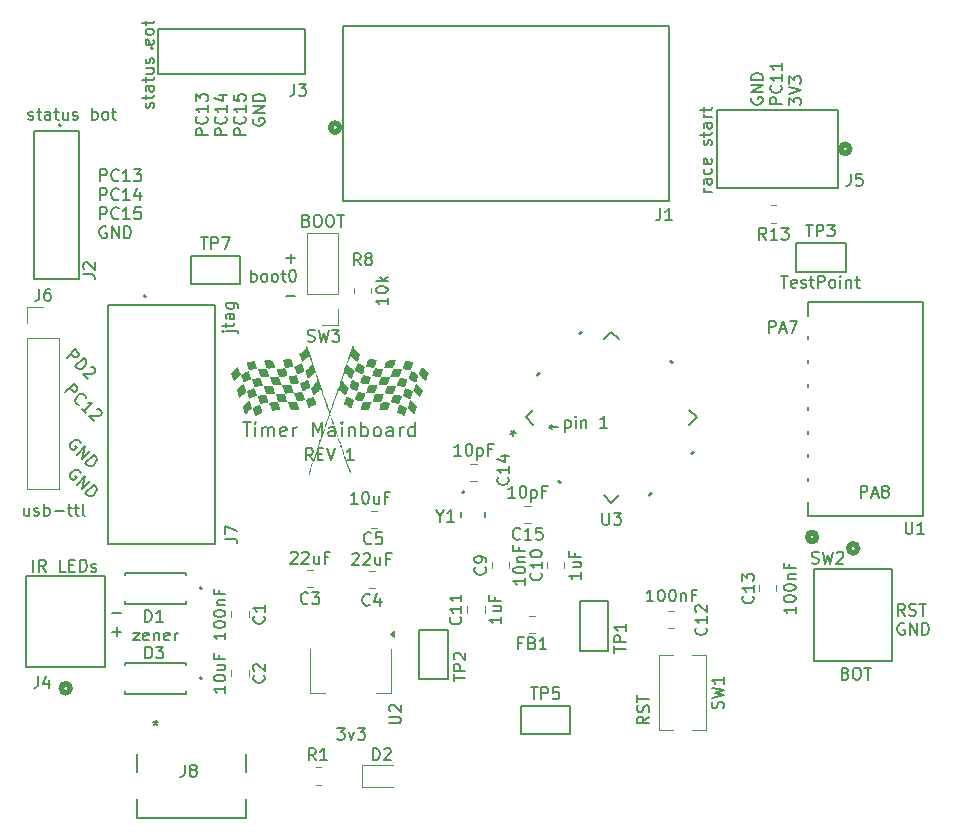
<source format=gbr>
%TF.GenerationSoftware,KiCad,Pcbnew,8.0.8-8.0.8-0~ubuntu24.04.1*%
%TF.CreationDate,2025-08-07T16:45:33-04:00*%
%TF.ProjectId,mainboard,6d61696e-626f-4617-9264-2e6b69636164,rev?*%
%TF.SameCoordinates,Original*%
%TF.FileFunction,Legend,Top*%
%TF.FilePolarity,Positive*%
%FSLAX46Y46*%
G04 Gerber Fmt 4.6, Leading zero omitted, Abs format (unit mm)*
G04 Created by KiCad (PCBNEW 8.0.8-8.0.8-0~ubuntu24.04.1) date 2025-08-07 16:45:33*
%MOMM*%
%LPD*%
G01*
G04 APERTURE LIST*
%ADD10C,0.200000*%
%ADD11C,0.150000*%
%ADD12C,0.120000*%
%ADD13C,0.127000*%
%ADD14C,0.152400*%
%ADD15C,0.000000*%
%ADD16C,0.508000*%
G04 APERTURE END LIST*
D10*
X84720422Y-42149322D02*
X85482327Y-42149322D01*
X85101374Y-42530275D02*
X85101374Y-41768370D01*
X81720421Y-44140219D02*
X81720421Y-43140219D01*
X81720421Y-43521171D02*
X81815659Y-43473552D01*
X81815659Y-43473552D02*
X82006135Y-43473552D01*
X82006135Y-43473552D02*
X82101373Y-43521171D01*
X82101373Y-43521171D02*
X82148992Y-43568790D01*
X82148992Y-43568790D02*
X82196611Y-43664028D01*
X82196611Y-43664028D02*
X82196611Y-43949742D01*
X82196611Y-43949742D02*
X82148992Y-44044980D01*
X82148992Y-44044980D02*
X82101373Y-44092600D01*
X82101373Y-44092600D02*
X82006135Y-44140219D01*
X82006135Y-44140219D02*
X81815659Y-44140219D01*
X81815659Y-44140219D02*
X81720421Y-44092600D01*
X82768040Y-44140219D02*
X82672802Y-44092600D01*
X82672802Y-44092600D02*
X82625183Y-44044980D01*
X82625183Y-44044980D02*
X82577564Y-43949742D01*
X82577564Y-43949742D02*
X82577564Y-43664028D01*
X82577564Y-43664028D02*
X82625183Y-43568790D01*
X82625183Y-43568790D02*
X82672802Y-43521171D01*
X82672802Y-43521171D02*
X82768040Y-43473552D01*
X82768040Y-43473552D02*
X82910897Y-43473552D01*
X82910897Y-43473552D02*
X83006135Y-43521171D01*
X83006135Y-43521171D02*
X83053754Y-43568790D01*
X83053754Y-43568790D02*
X83101373Y-43664028D01*
X83101373Y-43664028D02*
X83101373Y-43949742D01*
X83101373Y-43949742D02*
X83053754Y-44044980D01*
X83053754Y-44044980D02*
X83006135Y-44092600D01*
X83006135Y-44092600D02*
X82910897Y-44140219D01*
X82910897Y-44140219D02*
X82768040Y-44140219D01*
X83672802Y-44140219D02*
X83577564Y-44092600D01*
X83577564Y-44092600D02*
X83529945Y-44044980D01*
X83529945Y-44044980D02*
X83482326Y-43949742D01*
X83482326Y-43949742D02*
X83482326Y-43664028D01*
X83482326Y-43664028D02*
X83529945Y-43568790D01*
X83529945Y-43568790D02*
X83577564Y-43521171D01*
X83577564Y-43521171D02*
X83672802Y-43473552D01*
X83672802Y-43473552D02*
X83815659Y-43473552D01*
X83815659Y-43473552D02*
X83910897Y-43521171D01*
X83910897Y-43521171D02*
X83958516Y-43568790D01*
X83958516Y-43568790D02*
X84006135Y-43664028D01*
X84006135Y-43664028D02*
X84006135Y-43949742D01*
X84006135Y-43949742D02*
X83958516Y-44044980D01*
X83958516Y-44044980D02*
X83910897Y-44092600D01*
X83910897Y-44092600D02*
X83815659Y-44140219D01*
X83815659Y-44140219D02*
X83672802Y-44140219D01*
X84291850Y-43473552D02*
X84672802Y-43473552D01*
X84434707Y-43140219D02*
X84434707Y-43997361D01*
X84434707Y-43997361D02*
X84482326Y-44092600D01*
X84482326Y-44092600D02*
X84577564Y-44140219D01*
X84577564Y-44140219D02*
X84672802Y-44140219D01*
X85196612Y-43140219D02*
X85291850Y-43140219D01*
X85291850Y-43140219D02*
X85387088Y-43187838D01*
X85387088Y-43187838D02*
X85434707Y-43235457D01*
X85434707Y-43235457D02*
X85482326Y-43330695D01*
X85482326Y-43330695D02*
X85529945Y-43521171D01*
X85529945Y-43521171D02*
X85529945Y-43759266D01*
X85529945Y-43759266D02*
X85482326Y-43949742D01*
X85482326Y-43949742D02*
X85434707Y-44044980D01*
X85434707Y-44044980D02*
X85387088Y-44092600D01*
X85387088Y-44092600D02*
X85291850Y-44140219D01*
X85291850Y-44140219D02*
X85196612Y-44140219D01*
X85196612Y-44140219D02*
X85101374Y-44092600D01*
X85101374Y-44092600D02*
X85053755Y-44044980D01*
X85053755Y-44044980D02*
X85006136Y-43949742D01*
X85006136Y-43949742D02*
X84958517Y-43759266D01*
X84958517Y-43759266D02*
X84958517Y-43521171D01*
X84958517Y-43521171D02*
X85006136Y-43330695D01*
X85006136Y-43330695D02*
X85053755Y-43235457D01*
X85053755Y-43235457D02*
X85101374Y-43187838D01*
X85101374Y-43187838D02*
X85196612Y-43140219D01*
X84720422Y-45369210D02*
X85482327Y-45369210D01*
X67312113Y-60316462D02*
X67278441Y-60215447D01*
X67278441Y-60215447D02*
X67177426Y-60114431D01*
X67177426Y-60114431D02*
X67042739Y-60047088D01*
X67042739Y-60047088D02*
X66908052Y-60047088D01*
X66908052Y-60047088D02*
X66807036Y-60080760D01*
X66807036Y-60080760D02*
X66638678Y-60181775D01*
X66638678Y-60181775D02*
X66537662Y-60282790D01*
X66537662Y-60282790D02*
X66436647Y-60451149D01*
X66436647Y-60451149D02*
X66402975Y-60552164D01*
X66402975Y-60552164D02*
X66402975Y-60686851D01*
X66402975Y-60686851D02*
X66470319Y-60821538D01*
X66470319Y-60821538D02*
X66537662Y-60888882D01*
X66537662Y-60888882D02*
X66672349Y-60956225D01*
X66672349Y-60956225D02*
X66739693Y-60956225D01*
X66739693Y-60956225D02*
X66975395Y-60720523D01*
X66975395Y-60720523D02*
X66840708Y-60585836D01*
X66975395Y-61326614D02*
X67682502Y-60619508D01*
X67682502Y-60619508D02*
X67379456Y-61730675D01*
X67379456Y-61730675D02*
X68086563Y-61023569D01*
X67716174Y-62067393D02*
X68423280Y-61360286D01*
X68423280Y-61360286D02*
X68591639Y-61528645D01*
X68591639Y-61528645D02*
X68658983Y-61663332D01*
X68658983Y-61663332D02*
X68658983Y-61798019D01*
X68658983Y-61798019D02*
X68625311Y-61899034D01*
X68625311Y-61899034D02*
X68524296Y-62067393D01*
X68524296Y-62067393D02*
X68423280Y-62168408D01*
X68423280Y-62168408D02*
X68254922Y-62269423D01*
X68254922Y-62269423D02*
X68153906Y-62303095D01*
X68153906Y-62303095D02*
X68019219Y-62303095D01*
X68019219Y-62303095D02*
X67884532Y-62235752D01*
X67884532Y-62235752D02*
X67716174Y-62067393D01*
X86963428Y-59265208D02*
X86630095Y-58789017D01*
X86392000Y-59265208D02*
X86392000Y-58265208D01*
X86392000Y-58265208D02*
X86772952Y-58265208D01*
X86772952Y-58265208D02*
X86868190Y-58312827D01*
X86868190Y-58312827D02*
X86915809Y-58360446D01*
X86915809Y-58360446D02*
X86963428Y-58455684D01*
X86963428Y-58455684D02*
X86963428Y-58598541D01*
X86963428Y-58598541D02*
X86915809Y-58693779D01*
X86915809Y-58693779D02*
X86868190Y-58741398D01*
X86868190Y-58741398D02*
X86772952Y-58789017D01*
X86772952Y-58789017D02*
X86392000Y-58789017D01*
X87392000Y-58741398D02*
X87725333Y-58741398D01*
X87868190Y-59265208D02*
X87392000Y-59265208D01*
X87392000Y-59265208D02*
X87392000Y-58265208D01*
X87392000Y-58265208D02*
X87868190Y-58265208D01*
X88153905Y-58265208D02*
X88487238Y-59265208D01*
X88487238Y-59265208D02*
X88820571Y-58265208D01*
X90439619Y-59265208D02*
X89868191Y-59265208D01*
X90153905Y-59265208D02*
X90153905Y-58265208D01*
X90153905Y-58265208D02*
X90058667Y-58408065D01*
X90058667Y-58408065D02*
X89963429Y-58503303D01*
X89963429Y-58503303D02*
X89868191Y-58550922D01*
X125566993Y-48458219D02*
X125566993Y-47458219D01*
X125566993Y-47458219D02*
X125947945Y-47458219D01*
X125947945Y-47458219D02*
X126043183Y-47505838D01*
X126043183Y-47505838D02*
X126090802Y-47553457D01*
X126090802Y-47553457D02*
X126138421Y-47648695D01*
X126138421Y-47648695D02*
X126138421Y-47791552D01*
X126138421Y-47791552D02*
X126090802Y-47886790D01*
X126090802Y-47886790D02*
X126043183Y-47934409D01*
X126043183Y-47934409D02*
X125947945Y-47982028D01*
X125947945Y-47982028D02*
X125566993Y-47982028D01*
X126519374Y-48172504D02*
X126995564Y-48172504D01*
X126424136Y-48458219D02*
X126757469Y-47458219D01*
X126757469Y-47458219D02*
X127090802Y-48458219D01*
X127328898Y-47458219D02*
X127995564Y-47458219D01*
X127995564Y-47458219D02*
X127566993Y-48458219D01*
X70758549Y-73799592D02*
X69996645Y-73799592D01*
X70377597Y-73418639D02*
X70377597Y-74180544D01*
X70758549Y-72189648D02*
X69996645Y-72189648D01*
X115437219Y-80973898D02*
X114961028Y-81307231D01*
X115437219Y-81545326D02*
X114437219Y-81545326D01*
X114437219Y-81545326D02*
X114437219Y-81164374D01*
X114437219Y-81164374D02*
X114484838Y-81069136D01*
X114484838Y-81069136D02*
X114532457Y-81021517D01*
X114532457Y-81021517D02*
X114627695Y-80973898D01*
X114627695Y-80973898D02*
X114770552Y-80973898D01*
X114770552Y-80973898D02*
X114865790Y-81021517D01*
X114865790Y-81021517D02*
X114913409Y-81069136D01*
X114913409Y-81069136D02*
X114961028Y-81164374D01*
X114961028Y-81164374D02*
X114961028Y-81545326D01*
X115389600Y-80592945D02*
X115437219Y-80450088D01*
X115437219Y-80450088D02*
X115437219Y-80211993D01*
X115437219Y-80211993D02*
X115389600Y-80116755D01*
X115389600Y-80116755D02*
X115341980Y-80069136D01*
X115341980Y-80069136D02*
X115246742Y-80021517D01*
X115246742Y-80021517D02*
X115151504Y-80021517D01*
X115151504Y-80021517D02*
X115056266Y-80069136D01*
X115056266Y-80069136D02*
X115008647Y-80116755D01*
X115008647Y-80116755D02*
X114961028Y-80211993D01*
X114961028Y-80211993D02*
X114913409Y-80402469D01*
X114913409Y-80402469D02*
X114865790Y-80497707D01*
X114865790Y-80497707D02*
X114818171Y-80545326D01*
X114818171Y-80545326D02*
X114722933Y-80592945D01*
X114722933Y-80592945D02*
X114627695Y-80592945D01*
X114627695Y-80592945D02*
X114532457Y-80545326D01*
X114532457Y-80545326D02*
X114484838Y-80497707D01*
X114484838Y-80497707D02*
X114437219Y-80402469D01*
X114437219Y-80402469D02*
X114437219Y-80164374D01*
X114437219Y-80164374D02*
X114484838Y-80021517D01*
X114437219Y-79735802D02*
X114437219Y-79164374D01*
X115437219Y-79450088D02*
X114437219Y-79450088D01*
X107750754Y-56468099D02*
X106988849Y-56468099D01*
X107179326Y-56658575D02*
X106988849Y-56468099D01*
X106988849Y-56468099D02*
X107179326Y-56277623D01*
X68949673Y-35629303D02*
X68949673Y-34629303D01*
X68949673Y-34629303D02*
X69330625Y-34629303D01*
X69330625Y-34629303D02*
X69425863Y-34676922D01*
X69425863Y-34676922D02*
X69473482Y-34724541D01*
X69473482Y-34724541D02*
X69521101Y-34819779D01*
X69521101Y-34819779D02*
X69521101Y-34962636D01*
X69521101Y-34962636D02*
X69473482Y-35057874D01*
X69473482Y-35057874D02*
X69425863Y-35105493D01*
X69425863Y-35105493D02*
X69330625Y-35153112D01*
X69330625Y-35153112D02*
X68949673Y-35153112D01*
X70521101Y-35534064D02*
X70473482Y-35581684D01*
X70473482Y-35581684D02*
X70330625Y-35629303D01*
X70330625Y-35629303D02*
X70235387Y-35629303D01*
X70235387Y-35629303D02*
X70092530Y-35581684D01*
X70092530Y-35581684D02*
X69997292Y-35486445D01*
X69997292Y-35486445D02*
X69949673Y-35391207D01*
X69949673Y-35391207D02*
X69902054Y-35200731D01*
X69902054Y-35200731D02*
X69902054Y-35057874D01*
X69902054Y-35057874D02*
X69949673Y-34867398D01*
X69949673Y-34867398D02*
X69997292Y-34772160D01*
X69997292Y-34772160D02*
X70092530Y-34676922D01*
X70092530Y-34676922D02*
X70235387Y-34629303D01*
X70235387Y-34629303D02*
X70330625Y-34629303D01*
X70330625Y-34629303D02*
X70473482Y-34676922D01*
X70473482Y-34676922D02*
X70521101Y-34724541D01*
X71473482Y-35629303D02*
X70902054Y-35629303D01*
X71187768Y-35629303D02*
X71187768Y-34629303D01*
X71187768Y-34629303D02*
X71092530Y-34772160D01*
X71092530Y-34772160D02*
X70997292Y-34867398D01*
X70997292Y-34867398D02*
X70902054Y-34915017D01*
X71806816Y-34629303D02*
X72425863Y-34629303D01*
X72425863Y-34629303D02*
X72092530Y-35010255D01*
X72092530Y-35010255D02*
X72235387Y-35010255D01*
X72235387Y-35010255D02*
X72330625Y-35057874D01*
X72330625Y-35057874D02*
X72378244Y-35105493D01*
X72378244Y-35105493D02*
X72425863Y-35200731D01*
X72425863Y-35200731D02*
X72425863Y-35438826D01*
X72425863Y-35438826D02*
X72378244Y-35534064D01*
X72378244Y-35534064D02*
X72330625Y-35581684D01*
X72330625Y-35581684D02*
X72235387Y-35629303D01*
X72235387Y-35629303D02*
X71949673Y-35629303D01*
X71949673Y-35629303D02*
X71854435Y-35581684D01*
X71854435Y-35581684D02*
X71806816Y-35534064D01*
X68949673Y-37239247D02*
X68949673Y-36239247D01*
X68949673Y-36239247D02*
X69330625Y-36239247D01*
X69330625Y-36239247D02*
X69425863Y-36286866D01*
X69425863Y-36286866D02*
X69473482Y-36334485D01*
X69473482Y-36334485D02*
X69521101Y-36429723D01*
X69521101Y-36429723D02*
X69521101Y-36572580D01*
X69521101Y-36572580D02*
X69473482Y-36667818D01*
X69473482Y-36667818D02*
X69425863Y-36715437D01*
X69425863Y-36715437D02*
X69330625Y-36763056D01*
X69330625Y-36763056D02*
X68949673Y-36763056D01*
X70521101Y-37144008D02*
X70473482Y-37191628D01*
X70473482Y-37191628D02*
X70330625Y-37239247D01*
X70330625Y-37239247D02*
X70235387Y-37239247D01*
X70235387Y-37239247D02*
X70092530Y-37191628D01*
X70092530Y-37191628D02*
X69997292Y-37096389D01*
X69997292Y-37096389D02*
X69949673Y-37001151D01*
X69949673Y-37001151D02*
X69902054Y-36810675D01*
X69902054Y-36810675D02*
X69902054Y-36667818D01*
X69902054Y-36667818D02*
X69949673Y-36477342D01*
X69949673Y-36477342D02*
X69997292Y-36382104D01*
X69997292Y-36382104D02*
X70092530Y-36286866D01*
X70092530Y-36286866D02*
X70235387Y-36239247D01*
X70235387Y-36239247D02*
X70330625Y-36239247D01*
X70330625Y-36239247D02*
X70473482Y-36286866D01*
X70473482Y-36286866D02*
X70521101Y-36334485D01*
X71473482Y-37239247D02*
X70902054Y-37239247D01*
X71187768Y-37239247D02*
X71187768Y-36239247D01*
X71187768Y-36239247D02*
X71092530Y-36382104D01*
X71092530Y-36382104D02*
X70997292Y-36477342D01*
X70997292Y-36477342D02*
X70902054Y-36524961D01*
X72330625Y-36572580D02*
X72330625Y-37239247D01*
X72092530Y-36191628D02*
X71854435Y-36905913D01*
X71854435Y-36905913D02*
X72473482Y-36905913D01*
X68949673Y-38849191D02*
X68949673Y-37849191D01*
X68949673Y-37849191D02*
X69330625Y-37849191D01*
X69330625Y-37849191D02*
X69425863Y-37896810D01*
X69425863Y-37896810D02*
X69473482Y-37944429D01*
X69473482Y-37944429D02*
X69521101Y-38039667D01*
X69521101Y-38039667D02*
X69521101Y-38182524D01*
X69521101Y-38182524D02*
X69473482Y-38277762D01*
X69473482Y-38277762D02*
X69425863Y-38325381D01*
X69425863Y-38325381D02*
X69330625Y-38373000D01*
X69330625Y-38373000D02*
X68949673Y-38373000D01*
X70521101Y-38753952D02*
X70473482Y-38801572D01*
X70473482Y-38801572D02*
X70330625Y-38849191D01*
X70330625Y-38849191D02*
X70235387Y-38849191D01*
X70235387Y-38849191D02*
X70092530Y-38801572D01*
X70092530Y-38801572D02*
X69997292Y-38706333D01*
X69997292Y-38706333D02*
X69949673Y-38611095D01*
X69949673Y-38611095D02*
X69902054Y-38420619D01*
X69902054Y-38420619D02*
X69902054Y-38277762D01*
X69902054Y-38277762D02*
X69949673Y-38087286D01*
X69949673Y-38087286D02*
X69997292Y-37992048D01*
X69997292Y-37992048D02*
X70092530Y-37896810D01*
X70092530Y-37896810D02*
X70235387Y-37849191D01*
X70235387Y-37849191D02*
X70330625Y-37849191D01*
X70330625Y-37849191D02*
X70473482Y-37896810D01*
X70473482Y-37896810D02*
X70521101Y-37944429D01*
X71473482Y-38849191D02*
X70902054Y-38849191D01*
X71187768Y-38849191D02*
X71187768Y-37849191D01*
X71187768Y-37849191D02*
X71092530Y-37992048D01*
X71092530Y-37992048D02*
X70997292Y-38087286D01*
X70997292Y-38087286D02*
X70902054Y-38134905D01*
X72378244Y-37849191D02*
X71902054Y-37849191D01*
X71902054Y-37849191D02*
X71854435Y-38325381D01*
X71854435Y-38325381D02*
X71902054Y-38277762D01*
X71902054Y-38277762D02*
X71997292Y-38230143D01*
X71997292Y-38230143D02*
X72235387Y-38230143D01*
X72235387Y-38230143D02*
X72330625Y-38277762D01*
X72330625Y-38277762D02*
X72378244Y-38325381D01*
X72378244Y-38325381D02*
X72425863Y-38420619D01*
X72425863Y-38420619D02*
X72425863Y-38658714D01*
X72425863Y-38658714D02*
X72378244Y-38753952D01*
X72378244Y-38753952D02*
X72330625Y-38801572D01*
X72330625Y-38801572D02*
X72235387Y-38849191D01*
X72235387Y-38849191D02*
X71997292Y-38849191D01*
X71997292Y-38849191D02*
X71902054Y-38801572D01*
X71902054Y-38801572D02*
X71854435Y-38753952D01*
X69473482Y-39506754D02*
X69378244Y-39459135D01*
X69378244Y-39459135D02*
X69235387Y-39459135D01*
X69235387Y-39459135D02*
X69092530Y-39506754D01*
X69092530Y-39506754D02*
X68997292Y-39601992D01*
X68997292Y-39601992D02*
X68949673Y-39697230D01*
X68949673Y-39697230D02*
X68902054Y-39887706D01*
X68902054Y-39887706D02*
X68902054Y-40030563D01*
X68902054Y-40030563D02*
X68949673Y-40221039D01*
X68949673Y-40221039D02*
X68997292Y-40316277D01*
X68997292Y-40316277D02*
X69092530Y-40411516D01*
X69092530Y-40411516D02*
X69235387Y-40459135D01*
X69235387Y-40459135D02*
X69330625Y-40459135D01*
X69330625Y-40459135D02*
X69473482Y-40411516D01*
X69473482Y-40411516D02*
X69521101Y-40363896D01*
X69521101Y-40363896D02*
X69521101Y-40030563D01*
X69521101Y-40030563D02*
X69330625Y-40030563D01*
X69949673Y-40459135D02*
X69949673Y-39459135D01*
X69949673Y-39459135D02*
X70521101Y-40459135D01*
X70521101Y-40459135D02*
X70521101Y-39459135D01*
X70997292Y-40459135D02*
X70997292Y-39459135D01*
X70997292Y-39459135D02*
X71235387Y-39459135D01*
X71235387Y-39459135D02*
X71378244Y-39506754D01*
X71378244Y-39506754D02*
X71473482Y-39601992D01*
X71473482Y-39601992D02*
X71521101Y-39697230D01*
X71521101Y-39697230D02*
X71568720Y-39887706D01*
X71568720Y-39887706D02*
X71568720Y-40030563D01*
X71568720Y-40030563D02*
X71521101Y-40221039D01*
X71521101Y-40221039D02*
X71473482Y-40316277D01*
X71473482Y-40316277D02*
X71378244Y-40411516D01*
X71378244Y-40411516D02*
X71235387Y-40459135D01*
X71235387Y-40459135D02*
X70997292Y-40459135D01*
X108312697Y-55852546D02*
X108312697Y-56852546D01*
X108312697Y-55900165D02*
X108407935Y-55852546D01*
X108407935Y-55852546D02*
X108598411Y-55852546D01*
X108598411Y-55852546D02*
X108693649Y-55900165D01*
X108693649Y-55900165D02*
X108741268Y-55947784D01*
X108741268Y-55947784D02*
X108788887Y-56043022D01*
X108788887Y-56043022D02*
X108788887Y-56328736D01*
X108788887Y-56328736D02*
X108741268Y-56423974D01*
X108741268Y-56423974D02*
X108693649Y-56471594D01*
X108693649Y-56471594D02*
X108598411Y-56519213D01*
X108598411Y-56519213D02*
X108407935Y-56519213D01*
X108407935Y-56519213D02*
X108312697Y-56471594D01*
X109217459Y-56519213D02*
X109217459Y-55852546D01*
X109217459Y-55519213D02*
X109169840Y-55566832D01*
X109169840Y-55566832D02*
X109217459Y-55614451D01*
X109217459Y-55614451D02*
X109265078Y-55566832D01*
X109265078Y-55566832D02*
X109217459Y-55519213D01*
X109217459Y-55519213D02*
X109217459Y-55614451D01*
X109693649Y-55852546D02*
X109693649Y-56519213D01*
X109693649Y-55947784D02*
X109741268Y-55900165D01*
X109741268Y-55900165D02*
X109836506Y-55852546D01*
X109836506Y-55852546D02*
X109979363Y-55852546D01*
X109979363Y-55852546D02*
X110074601Y-55900165D01*
X110074601Y-55900165D02*
X110122220Y-55995403D01*
X110122220Y-55995403D02*
X110122220Y-56519213D01*
X111884125Y-56519213D02*
X111312697Y-56519213D01*
X111598411Y-56519213D02*
X111598411Y-55519213D01*
X111598411Y-55519213D02*
X111503173Y-55662070D01*
X111503173Y-55662070D02*
X111407935Y-55757308D01*
X111407935Y-55757308D02*
X111312697Y-55804927D01*
X124127894Y-28570517D02*
X124080275Y-28665755D01*
X124080275Y-28665755D02*
X124080275Y-28808612D01*
X124080275Y-28808612D02*
X124127894Y-28951469D01*
X124127894Y-28951469D02*
X124223132Y-29046707D01*
X124223132Y-29046707D02*
X124318370Y-29094326D01*
X124318370Y-29094326D02*
X124508846Y-29141945D01*
X124508846Y-29141945D02*
X124651703Y-29141945D01*
X124651703Y-29141945D02*
X124842179Y-29094326D01*
X124842179Y-29094326D02*
X124937417Y-29046707D01*
X124937417Y-29046707D02*
X125032656Y-28951469D01*
X125032656Y-28951469D02*
X125080275Y-28808612D01*
X125080275Y-28808612D02*
X125080275Y-28713374D01*
X125080275Y-28713374D02*
X125032656Y-28570517D01*
X125032656Y-28570517D02*
X124985036Y-28522898D01*
X124985036Y-28522898D02*
X124651703Y-28522898D01*
X124651703Y-28522898D02*
X124651703Y-28713374D01*
X125080275Y-28094326D02*
X124080275Y-28094326D01*
X124080275Y-28094326D02*
X125080275Y-27522898D01*
X125080275Y-27522898D02*
X124080275Y-27522898D01*
X125080275Y-27046707D02*
X124080275Y-27046707D01*
X124080275Y-27046707D02*
X124080275Y-26808612D01*
X124080275Y-26808612D02*
X124127894Y-26665755D01*
X124127894Y-26665755D02*
X124223132Y-26570517D01*
X124223132Y-26570517D02*
X124318370Y-26522898D01*
X124318370Y-26522898D02*
X124508846Y-26475279D01*
X124508846Y-26475279D02*
X124651703Y-26475279D01*
X124651703Y-26475279D02*
X124842179Y-26522898D01*
X124842179Y-26522898D02*
X124937417Y-26570517D01*
X124937417Y-26570517D02*
X125032656Y-26665755D01*
X125032656Y-26665755D02*
X125080275Y-26808612D01*
X125080275Y-26808612D02*
X125080275Y-27046707D01*
X126690219Y-29094326D02*
X125690219Y-29094326D01*
X125690219Y-29094326D02*
X125690219Y-28713374D01*
X125690219Y-28713374D02*
X125737838Y-28618136D01*
X125737838Y-28618136D02*
X125785457Y-28570517D01*
X125785457Y-28570517D02*
X125880695Y-28522898D01*
X125880695Y-28522898D02*
X126023552Y-28522898D01*
X126023552Y-28522898D02*
X126118790Y-28570517D01*
X126118790Y-28570517D02*
X126166409Y-28618136D01*
X126166409Y-28618136D02*
X126214028Y-28713374D01*
X126214028Y-28713374D02*
X126214028Y-29094326D01*
X126594980Y-27522898D02*
X126642600Y-27570517D01*
X126642600Y-27570517D02*
X126690219Y-27713374D01*
X126690219Y-27713374D02*
X126690219Y-27808612D01*
X126690219Y-27808612D02*
X126642600Y-27951469D01*
X126642600Y-27951469D02*
X126547361Y-28046707D01*
X126547361Y-28046707D02*
X126452123Y-28094326D01*
X126452123Y-28094326D02*
X126261647Y-28141945D01*
X126261647Y-28141945D02*
X126118790Y-28141945D01*
X126118790Y-28141945D02*
X125928314Y-28094326D01*
X125928314Y-28094326D02*
X125833076Y-28046707D01*
X125833076Y-28046707D02*
X125737838Y-27951469D01*
X125737838Y-27951469D02*
X125690219Y-27808612D01*
X125690219Y-27808612D02*
X125690219Y-27713374D01*
X125690219Y-27713374D02*
X125737838Y-27570517D01*
X125737838Y-27570517D02*
X125785457Y-27522898D01*
X126690219Y-26570517D02*
X126690219Y-27141945D01*
X126690219Y-26856231D02*
X125690219Y-26856231D01*
X125690219Y-26856231D02*
X125833076Y-26951469D01*
X125833076Y-26951469D02*
X125928314Y-27046707D01*
X125928314Y-27046707D02*
X125975933Y-27141945D01*
X126690219Y-25618136D02*
X126690219Y-26189564D01*
X126690219Y-25903850D02*
X125690219Y-25903850D01*
X125690219Y-25903850D02*
X125833076Y-25999088D01*
X125833076Y-25999088D02*
X125928314Y-26094326D01*
X125928314Y-26094326D02*
X125975933Y-26189564D01*
X127300163Y-29189564D02*
X127300163Y-28570517D01*
X127300163Y-28570517D02*
X127681115Y-28903850D01*
X127681115Y-28903850D02*
X127681115Y-28760993D01*
X127681115Y-28760993D02*
X127728734Y-28665755D01*
X127728734Y-28665755D02*
X127776353Y-28618136D01*
X127776353Y-28618136D02*
X127871591Y-28570517D01*
X127871591Y-28570517D02*
X128109686Y-28570517D01*
X128109686Y-28570517D02*
X128204924Y-28618136D01*
X128204924Y-28618136D02*
X128252544Y-28665755D01*
X128252544Y-28665755D02*
X128300163Y-28760993D01*
X128300163Y-28760993D02*
X128300163Y-29046707D01*
X128300163Y-29046707D02*
X128252544Y-29141945D01*
X128252544Y-29141945D02*
X128204924Y-29189564D01*
X127300163Y-28284802D02*
X128300163Y-27951469D01*
X128300163Y-27951469D02*
X127300163Y-27618136D01*
X127300163Y-27380040D02*
X127300163Y-26760993D01*
X127300163Y-26760993D02*
X127681115Y-27094326D01*
X127681115Y-27094326D02*
X127681115Y-26951469D01*
X127681115Y-26951469D02*
X127728734Y-26856231D01*
X127728734Y-26856231D02*
X127776353Y-26808612D01*
X127776353Y-26808612D02*
X127871591Y-26760993D01*
X127871591Y-26760993D02*
X128109686Y-26760993D01*
X128109686Y-26760993D02*
X128204924Y-26808612D01*
X128204924Y-26808612D02*
X128252544Y-26856231D01*
X128252544Y-26856231D02*
X128300163Y-26951469D01*
X128300163Y-26951469D02*
X128300163Y-27237183D01*
X128300163Y-27237183D02*
X128252544Y-27332421D01*
X128252544Y-27332421D02*
X128204924Y-27380040D01*
X133338673Y-62428219D02*
X133338673Y-61428219D01*
X133338673Y-61428219D02*
X133719625Y-61428219D01*
X133719625Y-61428219D02*
X133814863Y-61475838D01*
X133814863Y-61475838D02*
X133862482Y-61523457D01*
X133862482Y-61523457D02*
X133910101Y-61618695D01*
X133910101Y-61618695D02*
X133910101Y-61761552D01*
X133910101Y-61761552D02*
X133862482Y-61856790D01*
X133862482Y-61856790D02*
X133814863Y-61904409D01*
X133814863Y-61904409D02*
X133719625Y-61952028D01*
X133719625Y-61952028D02*
X133338673Y-61952028D01*
X134291054Y-62142504D02*
X134767244Y-62142504D01*
X134195816Y-62428219D02*
X134529149Y-61428219D01*
X134529149Y-61428219D02*
X134862482Y-62428219D01*
X135338673Y-61856790D02*
X135243435Y-61809171D01*
X135243435Y-61809171D02*
X135195816Y-61761552D01*
X135195816Y-61761552D02*
X135148197Y-61666314D01*
X135148197Y-61666314D02*
X135148197Y-61618695D01*
X135148197Y-61618695D02*
X135195816Y-61523457D01*
X135195816Y-61523457D02*
X135243435Y-61475838D01*
X135243435Y-61475838D02*
X135338673Y-61428219D01*
X135338673Y-61428219D02*
X135529149Y-61428219D01*
X135529149Y-61428219D02*
X135624387Y-61475838D01*
X135624387Y-61475838D02*
X135672006Y-61523457D01*
X135672006Y-61523457D02*
X135719625Y-61618695D01*
X135719625Y-61618695D02*
X135719625Y-61666314D01*
X135719625Y-61666314D02*
X135672006Y-61761552D01*
X135672006Y-61761552D02*
X135624387Y-61809171D01*
X135624387Y-61809171D02*
X135529149Y-61856790D01*
X135529149Y-61856790D02*
X135338673Y-61856790D01*
X135338673Y-61856790D02*
X135243435Y-61904409D01*
X135243435Y-61904409D02*
X135195816Y-61952028D01*
X135195816Y-61952028D02*
X135148197Y-62047266D01*
X135148197Y-62047266D02*
X135148197Y-62237742D01*
X135148197Y-62237742D02*
X135195816Y-62332980D01*
X135195816Y-62332980D02*
X135243435Y-62380600D01*
X135243435Y-62380600D02*
X135338673Y-62428219D01*
X135338673Y-62428219D02*
X135529149Y-62428219D01*
X135529149Y-62428219D02*
X135624387Y-62380600D01*
X135624387Y-62380600D02*
X135672006Y-62332980D01*
X135672006Y-62332980D02*
X135719625Y-62237742D01*
X135719625Y-62237742D02*
X135719625Y-62047266D01*
X135719625Y-62047266D02*
X135672006Y-61952028D01*
X135672006Y-61952028D02*
X135624387Y-61904409D01*
X135624387Y-61904409D02*
X135529149Y-61856790D01*
X89047435Y-81925219D02*
X89666482Y-81925219D01*
X89666482Y-81925219D02*
X89333149Y-82306171D01*
X89333149Y-82306171D02*
X89476006Y-82306171D01*
X89476006Y-82306171D02*
X89571244Y-82353790D01*
X89571244Y-82353790D02*
X89618863Y-82401409D01*
X89618863Y-82401409D02*
X89666482Y-82496647D01*
X89666482Y-82496647D02*
X89666482Y-82734742D01*
X89666482Y-82734742D02*
X89618863Y-82829980D01*
X89618863Y-82829980D02*
X89571244Y-82877600D01*
X89571244Y-82877600D02*
X89476006Y-82925219D01*
X89476006Y-82925219D02*
X89190292Y-82925219D01*
X89190292Y-82925219D02*
X89095054Y-82877600D01*
X89095054Y-82877600D02*
X89047435Y-82829980D01*
X89999816Y-82258552D02*
X90237911Y-82925219D01*
X90237911Y-82925219D02*
X90476006Y-82258552D01*
X90761721Y-81925219D02*
X91380768Y-81925219D01*
X91380768Y-81925219D02*
X91047435Y-82306171D01*
X91047435Y-82306171D02*
X91190292Y-82306171D01*
X91190292Y-82306171D02*
X91285530Y-82353790D01*
X91285530Y-82353790D02*
X91333149Y-82401409D01*
X91333149Y-82401409D02*
X91380768Y-82496647D01*
X91380768Y-82496647D02*
X91380768Y-82734742D01*
X91380768Y-82734742D02*
X91333149Y-82829980D01*
X91333149Y-82829980D02*
X91285530Y-82877600D01*
X91285530Y-82877600D02*
X91190292Y-82925219D01*
X91190292Y-82925219D02*
X90904578Y-82925219D01*
X90904578Y-82925219D02*
X90809340Y-82877600D01*
X90809340Y-82877600D02*
X90761721Y-82829980D01*
X137085101Y-72425275D02*
X136751768Y-71949084D01*
X136513673Y-72425275D02*
X136513673Y-71425275D01*
X136513673Y-71425275D02*
X136894625Y-71425275D01*
X136894625Y-71425275D02*
X136989863Y-71472894D01*
X136989863Y-71472894D02*
X137037482Y-71520513D01*
X137037482Y-71520513D02*
X137085101Y-71615751D01*
X137085101Y-71615751D02*
X137085101Y-71758608D01*
X137085101Y-71758608D02*
X137037482Y-71853846D01*
X137037482Y-71853846D02*
X136989863Y-71901465D01*
X136989863Y-71901465D02*
X136894625Y-71949084D01*
X136894625Y-71949084D02*
X136513673Y-71949084D01*
X137466054Y-72377656D02*
X137608911Y-72425275D01*
X137608911Y-72425275D02*
X137847006Y-72425275D01*
X137847006Y-72425275D02*
X137942244Y-72377656D01*
X137942244Y-72377656D02*
X137989863Y-72330036D01*
X137989863Y-72330036D02*
X138037482Y-72234798D01*
X138037482Y-72234798D02*
X138037482Y-72139560D01*
X138037482Y-72139560D02*
X137989863Y-72044322D01*
X137989863Y-72044322D02*
X137942244Y-71996703D01*
X137942244Y-71996703D02*
X137847006Y-71949084D01*
X137847006Y-71949084D02*
X137656530Y-71901465D01*
X137656530Y-71901465D02*
X137561292Y-71853846D01*
X137561292Y-71853846D02*
X137513673Y-71806227D01*
X137513673Y-71806227D02*
X137466054Y-71710989D01*
X137466054Y-71710989D02*
X137466054Y-71615751D01*
X137466054Y-71615751D02*
X137513673Y-71520513D01*
X137513673Y-71520513D02*
X137561292Y-71472894D01*
X137561292Y-71472894D02*
X137656530Y-71425275D01*
X137656530Y-71425275D02*
X137894625Y-71425275D01*
X137894625Y-71425275D02*
X138037482Y-71472894D01*
X138323197Y-71425275D02*
X138894625Y-71425275D01*
X138608911Y-72425275D02*
X138608911Y-71425275D01*
X137037482Y-73082838D02*
X136942244Y-73035219D01*
X136942244Y-73035219D02*
X136799387Y-73035219D01*
X136799387Y-73035219D02*
X136656530Y-73082838D01*
X136656530Y-73082838D02*
X136561292Y-73178076D01*
X136561292Y-73178076D02*
X136513673Y-73273314D01*
X136513673Y-73273314D02*
X136466054Y-73463790D01*
X136466054Y-73463790D02*
X136466054Y-73606647D01*
X136466054Y-73606647D02*
X136513673Y-73797123D01*
X136513673Y-73797123D02*
X136561292Y-73892361D01*
X136561292Y-73892361D02*
X136656530Y-73987600D01*
X136656530Y-73987600D02*
X136799387Y-74035219D01*
X136799387Y-74035219D02*
X136894625Y-74035219D01*
X136894625Y-74035219D02*
X137037482Y-73987600D01*
X137037482Y-73987600D02*
X137085101Y-73939980D01*
X137085101Y-73939980D02*
X137085101Y-73606647D01*
X137085101Y-73606647D02*
X136894625Y-73606647D01*
X137513673Y-74035219D02*
X137513673Y-73035219D01*
X137513673Y-73035219D02*
X138085101Y-74035219D01*
X138085101Y-74035219D02*
X138085101Y-73035219D01*
X138561292Y-74035219D02*
X138561292Y-73035219D01*
X138561292Y-73035219D02*
X138799387Y-73035219D01*
X138799387Y-73035219D02*
X138942244Y-73082838D01*
X138942244Y-73082838D02*
X139037482Y-73178076D01*
X139037482Y-73178076D02*
X139085101Y-73273314D01*
X139085101Y-73273314D02*
X139132720Y-73463790D01*
X139132720Y-73463790D02*
X139132720Y-73606647D01*
X139132720Y-73606647D02*
X139085101Y-73797123D01*
X139085101Y-73797123D02*
X139037482Y-73892361D01*
X139037482Y-73892361D02*
X138942244Y-73987600D01*
X138942244Y-73987600D02*
X138799387Y-74035219D01*
X138799387Y-74035219D02*
X138561292Y-74035219D01*
X78047303Y-31738244D02*
X77047303Y-31738244D01*
X77047303Y-31738244D02*
X77047303Y-31357292D01*
X77047303Y-31357292D02*
X77094922Y-31262054D01*
X77094922Y-31262054D02*
X77142541Y-31214435D01*
X77142541Y-31214435D02*
X77237779Y-31166816D01*
X77237779Y-31166816D02*
X77380636Y-31166816D01*
X77380636Y-31166816D02*
X77475874Y-31214435D01*
X77475874Y-31214435D02*
X77523493Y-31262054D01*
X77523493Y-31262054D02*
X77571112Y-31357292D01*
X77571112Y-31357292D02*
X77571112Y-31738244D01*
X77952064Y-30166816D02*
X77999684Y-30214435D01*
X77999684Y-30214435D02*
X78047303Y-30357292D01*
X78047303Y-30357292D02*
X78047303Y-30452530D01*
X78047303Y-30452530D02*
X77999684Y-30595387D01*
X77999684Y-30595387D02*
X77904445Y-30690625D01*
X77904445Y-30690625D02*
X77809207Y-30738244D01*
X77809207Y-30738244D02*
X77618731Y-30785863D01*
X77618731Y-30785863D02*
X77475874Y-30785863D01*
X77475874Y-30785863D02*
X77285398Y-30738244D01*
X77285398Y-30738244D02*
X77190160Y-30690625D01*
X77190160Y-30690625D02*
X77094922Y-30595387D01*
X77094922Y-30595387D02*
X77047303Y-30452530D01*
X77047303Y-30452530D02*
X77047303Y-30357292D01*
X77047303Y-30357292D02*
X77094922Y-30214435D01*
X77094922Y-30214435D02*
X77142541Y-30166816D01*
X78047303Y-29214435D02*
X78047303Y-29785863D01*
X78047303Y-29500149D02*
X77047303Y-29500149D01*
X77047303Y-29500149D02*
X77190160Y-29595387D01*
X77190160Y-29595387D02*
X77285398Y-29690625D01*
X77285398Y-29690625D02*
X77333017Y-29785863D01*
X77047303Y-28881101D02*
X77047303Y-28262054D01*
X77047303Y-28262054D02*
X77428255Y-28595387D01*
X77428255Y-28595387D02*
X77428255Y-28452530D01*
X77428255Y-28452530D02*
X77475874Y-28357292D01*
X77475874Y-28357292D02*
X77523493Y-28309673D01*
X77523493Y-28309673D02*
X77618731Y-28262054D01*
X77618731Y-28262054D02*
X77856826Y-28262054D01*
X77856826Y-28262054D02*
X77952064Y-28309673D01*
X77952064Y-28309673D02*
X77999684Y-28357292D01*
X77999684Y-28357292D02*
X78047303Y-28452530D01*
X78047303Y-28452530D02*
X78047303Y-28738244D01*
X78047303Y-28738244D02*
X77999684Y-28833482D01*
X77999684Y-28833482D02*
X77952064Y-28881101D01*
X79657247Y-31738244D02*
X78657247Y-31738244D01*
X78657247Y-31738244D02*
X78657247Y-31357292D01*
X78657247Y-31357292D02*
X78704866Y-31262054D01*
X78704866Y-31262054D02*
X78752485Y-31214435D01*
X78752485Y-31214435D02*
X78847723Y-31166816D01*
X78847723Y-31166816D02*
X78990580Y-31166816D01*
X78990580Y-31166816D02*
X79085818Y-31214435D01*
X79085818Y-31214435D02*
X79133437Y-31262054D01*
X79133437Y-31262054D02*
X79181056Y-31357292D01*
X79181056Y-31357292D02*
X79181056Y-31738244D01*
X79562008Y-30166816D02*
X79609628Y-30214435D01*
X79609628Y-30214435D02*
X79657247Y-30357292D01*
X79657247Y-30357292D02*
X79657247Y-30452530D01*
X79657247Y-30452530D02*
X79609628Y-30595387D01*
X79609628Y-30595387D02*
X79514389Y-30690625D01*
X79514389Y-30690625D02*
X79419151Y-30738244D01*
X79419151Y-30738244D02*
X79228675Y-30785863D01*
X79228675Y-30785863D02*
X79085818Y-30785863D01*
X79085818Y-30785863D02*
X78895342Y-30738244D01*
X78895342Y-30738244D02*
X78800104Y-30690625D01*
X78800104Y-30690625D02*
X78704866Y-30595387D01*
X78704866Y-30595387D02*
X78657247Y-30452530D01*
X78657247Y-30452530D02*
X78657247Y-30357292D01*
X78657247Y-30357292D02*
X78704866Y-30214435D01*
X78704866Y-30214435D02*
X78752485Y-30166816D01*
X79657247Y-29214435D02*
X79657247Y-29785863D01*
X79657247Y-29500149D02*
X78657247Y-29500149D01*
X78657247Y-29500149D02*
X78800104Y-29595387D01*
X78800104Y-29595387D02*
X78895342Y-29690625D01*
X78895342Y-29690625D02*
X78942961Y-29785863D01*
X78990580Y-28357292D02*
X79657247Y-28357292D01*
X78609628Y-28595387D02*
X79323913Y-28833482D01*
X79323913Y-28833482D02*
X79323913Y-28214435D01*
X81267191Y-31738244D02*
X80267191Y-31738244D01*
X80267191Y-31738244D02*
X80267191Y-31357292D01*
X80267191Y-31357292D02*
X80314810Y-31262054D01*
X80314810Y-31262054D02*
X80362429Y-31214435D01*
X80362429Y-31214435D02*
X80457667Y-31166816D01*
X80457667Y-31166816D02*
X80600524Y-31166816D01*
X80600524Y-31166816D02*
X80695762Y-31214435D01*
X80695762Y-31214435D02*
X80743381Y-31262054D01*
X80743381Y-31262054D02*
X80791000Y-31357292D01*
X80791000Y-31357292D02*
X80791000Y-31738244D01*
X81171952Y-30166816D02*
X81219572Y-30214435D01*
X81219572Y-30214435D02*
X81267191Y-30357292D01*
X81267191Y-30357292D02*
X81267191Y-30452530D01*
X81267191Y-30452530D02*
X81219572Y-30595387D01*
X81219572Y-30595387D02*
X81124333Y-30690625D01*
X81124333Y-30690625D02*
X81029095Y-30738244D01*
X81029095Y-30738244D02*
X80838619Y-30785863D01*
X80838619Y-30785863D02*
X80695762Y-30785863D01*
X80695762Y-30785863D02*
X80505286Y-30738244D01*
X80505286Y-30738244D02*
X80410048Y-30690625D01*
X80410048Y-30690625D02*
X80314810Y-30595387D01*
X80314810Y-30595387D02*
X80267191Y-30452530D01*
X80267191Y-30452530D02*
X80267191Y-30357292D01*
X80267191Y-30357292D02*
X80314810Y-30214435D01*
X80314810Y-30214435D02*
X80362429Y-30166816D01*
X81267191Y-29214435D02*
X81267191Y-29785863D01*
X81267191Y-29500149D02*
X80267191Y-29500149D01*
X80267191Y-29500149D02*
X80410048Y-29595387D01*
X80410048Y-29595387D02*
X80505286Y-29690625D01*
X80505286Y-29690625D02*
X80552905Y-29785863D01*
X80267191Y-28309673D02*
X80267191Y-28785863D01*
X80267191Y-28785863D02*
X80743381Y-28833482D01*
X80743381Y-28833482D02*
X80695762Y-28785863D01*
X80695762Y-28785863D02*
X80648143Y-28690625D01*
X80648143Y-28690625D02*
X80648143Y-28452530D01*
X80648143Y-28452530D02*
X80695762Y-28357292D01*
X80695762Y-28357292D02*
X80743381Y-28309673D01*
X80743381Y-28309673D02*
X80838619Y-28262054D01*
X80838619Y-28262054D02*
X81076714Y-28262054D01*
X81076714Y-28262054D02*
X81171952Y-28309673D01*
X81171952Y-28309673D02*
X81219572Y-28357292D01*
X81219572Y-28357292D02*
X81267191Y-28452530D01*
X81267191Y-28452530D02*
X81267191Y-28690625D01*
X81267191Y-28690625D02*
X81219572Y-28785863D01*
X81219572Y-28785863D02*
X81171952Y-28833482D01*
X81924754Y-30357292D02*
X81877135Y-30452530D01*
X81877135Y-30452530D02*
X81877135Y-30595387D01*
X81877135Y-30595387D02*
X81924754Y-30738244D01*
X81924754Y-30738244D02*
X82019992Y-30833482D01*
X82019992Y-30833482D02*
X82115230Y-30881101D01*
X82115230Y-30881101D02*
X82305706Y-30928720D01*
X82305706Y-30928720D02*
X82448563Y-30928720D01*
X82448563Y-30928720D02*
X82639039Y-30881101D01*
X82639039Y-30881101D02*
X82734277Y-30833482D01*
X82734277Y-30833482D02*
X82829516Y-30738244D01*
X82829516Y-30738244D02*
X82877135Y-30595387D01*
X82877135Y-30595387D02*
X82877135Y-30500149D01*
X82877135Y-30500149D02*
X82829516Y-30357292D01*
X82829516Y-30357292D02*
X82781896Y-30309673D01*
X82781896Y-30309673D02*
X82448563Y-30309673D01*
X82448563Y-30309673D02*
X82448563Y-30500149D01*
X82877135Y-29881101D02*
X81877135Y-29881101D01*
X81877135Y-29881101D02*
X82877135Y-29309673D01*
X82877135Y-29309673D02*
X81877135Y-29309673D01*
X82877135Y-28833482D02*
X81877135Y-28833482D01*
X81877135Y-28833482D02*
X81877135Y-28595387D01*
X81877135Y-28595387D02*
X81924754Y-28452530D01*
X81924754Y-28452530D02*
X82019992Y-28357292D01*
X82019992Y-28357292D02*
X82115230Y-28309673D01*
X82115230Y-28309673D02*
X82305706Y-28262054D01*
X82305706Y-28262054D02*
X82448563Y-28262054D01*
X82448563Y-28262054D02*
X82639039Y-28309673D01*
X82639039Y-28309673D02*
X82734277Y-28357292D01*
X82734277Y-28357292D02*
X82829516Y-28452530D01*
X82829516Y-28452530D02*
X82877135Y-28595387D01*
X82877135Y-28595387D02*
X82877135Y-28833482D01*
X67312113Y-57776462D02*
X67278441Y-57675447D01*
X67278441Y-57675447D02*
X67177426Y-57574431D01*
X67177426Y-57574431D02*
X67042739Y-57507088D01*
X67042739Y-57507088D02*
X66908052Y-57507088D01*
X66908052Y-57507088D02*
X66807036Y-57540760D01*
X66807036Y-57540760D02*
X66638678Y-57641775D01*
X66638678Y-57641775D02*
X66537662Y-57742790D01*
X66537662Y-57742790D02*
X66436647Y-57911149D01*
X66436647Y-57911149D02*
X66402975Y-58012164D01*
X66402975Y-58012164D02*
X66402975Y-58146851D01*
X66402975Y-58146851D02*
X66470319Y-58281538D01*
X66470319Y-58281538D02*
X66537662Y-58348882D01*
X66537662Y-58348882D02*
X66672349Y-58416225D01*
X66672349Y-58416225D02*
X66739693Y-58416225D01*
X66739693Y-58416225D02*
X66975395Y-58180523D01*
X66975395Y-58180523D02*
X66840708Y-58045836D01*
X66975395Y-58786614D02*
X67682502Y-58079508D01*
X67682502Y-58079508D02*
X67379456Y-59190675D01*
X67379456Y-59190675D02*
X68086563Y-58483569D01*
X67716174Y-59527393D02*
X68423280Y-58820286D01*
X68423280Y-58820286D02*
X68591639Y-58988645D01*
X68591639Y-58988645D02*
X68658983Y-59123332D01*
X68658983Y-59123332D02*
X68658983Y-59258019D01*
X68658983Y-59258019D02*
X68625311Y-59359034D01*
X68625311Y-59359034D02*
X68524296Y-59527393D01*
X68524296Y-59527393D02*
X68423280Y-59628408D01*
X68423280Y-59628408D02*
X68254922Y-59729423D01*
X68254922Y-59729423D02*
X68153906Y-59763095D01*
X68153906Y-59763095D02*
X68019219Y-59763095D01*
X68019219Y-59763095D02*
X67884532Y-59695752D01*
X67884532Y-59695752D02*
X67716174Y-59527393D01*
X63310159Y-68690396D02*
X63310159Y-67690396D01*
X64357777Y-68690396D02*
X64024444Y-68214205D01*
X63786349Y-68690396D02*
X63786349Y-67690396D01*
X63786349Y-67690396D02*
X64167301Y-67690396D01*
X64167301Y-67690396D02*
X64262539Y-67738015D01*
X64262539Y-67738015D02*
X64310158Y-67785634D01*
X64310158Y-67785634D02*
X64357777Y-67880872D01*
X64357777Y-67880872D02*
X64357777Y-68023729D01*
X64357777Y-68023729D02*
X64310158Y-68118967D01*
X64310158Y-68118967D02*
X64262539Y-68166586D01*
X64262539Y-68166586D02*
X64167301Y-68214205D01*
X64167301Y-68214205D02*
X63786349Y-68214205D01*
X66024444Y-68690396D02*
X65548254Y-68690396D01*
X65548254Y-68690396D02*
X65548254Y-67690396D01*
X66357778Y-68166586D02*
X66691111Y-68166586D01*
X66833968Y-68690396D02*
X66357778Y-68690396D01*
X66357778Y-68690396D02*
X66357778Y-67690396D01*
X66357778Y-67690396D02*
X66833968Y-67690396D01*
X67262540Y-68690396D02*
X67262540Y-67690396D01*
X67262540Y-67690396D02*
X67500635Y-67690396D01*
X67500635Y-67690396D02*
X67643492Y-67738015D01*
X67643492Y-67738015D02*
X67738730Y-67833253D01*
X67738730Y-67833253D02*
X67786349Y-67928491D01*
X67786349Y-67928491D02*
X67833968Y-68118967D01*
X67833968Y-68118967D02*
X67833968Y-68261824D01*
X67833968Y-68261824D02*
X67786349Y-68452300D01*
X67786349Y-68452300D02*
X67738730Y-68547538D01*
X67738730Y-68547538D02*
X67643492Y-68642777D01*
X67643492Y-68642777D02*
X67500635Y-68690396D01*
X67500635Y-68690396D02*
X67262540Y-68690396D01*
X68214921Y-68642777D02*
X68310159Y-68690396D01*
X68310159Y-68690396D02*
X68500635Y-68690396D01*
X68500635Y-68690396D02*
X68595873Y-68642777D01*
X68595873Y-68642777D02*
X68643492Y-68547538D01*
X68643492Y-68547538D02*
X68643492Y-68499919D01*
X68643492Y-68499919D02*
X68595873Y-68404681D01*
X68595873Y-68404681D02*
X68500635Y-68357062D01*
X68500635Y-68357062D02*
X68357778Y-68357062D01*
X68357778Y-68357062D02*
X68262540Y-68309443D01*
X68262540Y-68309443D02*
X68214921Y-68214205D01*
X68214921Y-68214205D02*
X68214921Y-68166586D01*
X68214921Y-68166586D02*
X68262540Y-68071348D01*
X68262540Y-68071348D02*
X68357778Y-68023729D01*
X68357778Y-68023729D02*
X68500635Y-68023729D01*
X68500635Y-68023729D02*
X68595873Y-68071348D01*
X66141288Y-50586508D02*
X66848395Y-49879401D01*
X66848395Y-49879401D02*
X67117769Y-50148775D01*
X67117769Y-50148775D02*
X67151441Y-50249790D01*
X67151441Y-50249790D02*
X67151441Y-50317134D01*
X67151441Y-50317134D02*
X67117769Y-50418149D01*
X67117769Y-50418149D02*
X67016754Y-50519164D01*
X67016754Y-50519164D02*
X66915739Y-50552836D01*
X66915739Y-50552836D02*
X66848395Y-50552836D01*
X66848395Y-50552836D02*
X66747380Y-50519164D01*
X66747380Y-50519164D02*
X66478006Y-50249790D01*
X66848395Y-51293614D02*
X67555502Y-50586508D01*
X67555502Y-50586508D02*
X67723861Y-50754866D01*
X67723861Y-50754866D02*
X67791204Y-50889553D01*
X67791204Y-50889553D02*
X67791204Y-51024240D01*
X67791204Y-51024240D02*
X67757532Y-51125256D01*
X67757532Y-51125256D02*
X67656517Y-51293614D01*
X67656517Y-51293614D02*
X67555502Y-51394630D01*
X67555502Y-51394630D02*
X67387143Y-51495645D01*
X67387143Y-51495645D02*
X67286128Y-51529317D01*
X67286128Y-51529317D02*
X67151441Y-51529317D01*
X67151441Y-51529317D02*
X67016754Y-51461973D01*
X67016754Y-51461973D02*
X66848395Y-51293614D01*
X68161593Y-51327286D02*
X68228937Y-51327286D01*
X68228937Y-51327286D02*
X68329952Y-51360958D01*
X68329952Y-51360958D02*
X68498311Y-51529317D01*
X68498311Y-51529317D02*
X68531983Y-51630332D01*
X68531983Y-51630332D02*
X68531983Y-51697675D01*
X68531983Y-51697675D02*
X68498311Y-51798691D01*
X68498311Y-51798691D02*
X68430967Y-51866034D01*
X68430967Y-51866034D02*
X68296280Y-51933378D01*
X68296280Y-51933378D02*
X67488158Y-51933378D01*
X67488158Y-51933378D02*
X67925891Y-52371110D01*
X66014288Y-53507508D02*
X66721395Y-52800401D01*
X66721395Y-52800401D02*
X66990769Y-53069775D01*
X66990769Y-53069775D02*
X67024441Y-53170790D01*
X67024441Y-53170790D02*
X67024441Y-53238134D01*
X67024441Y-53238134D02*
X66990769Y-53339149D01*
X66990769Y-53339149D02*
X66889754Y-53440164D01*
X66889754Y-53440164D02*
X66788739Y-53473836D01*
X66788739Y-53473836D02*
X66721395Y-53473836D01*
X66721395Y-53473836D02*
X66620380Y-53440164D01*
X66620380Y-53440164D02*
X66351006Y-53170790D01*
X67192800Y-54551332D02*
X67125456Y-54551332D01*
X67125456Y-54551332D02*
X66990769Y-54483988D01*
X66990769Y-54483988D02*
X66923426Y-54416645D01*
X66923426Y-54416645D02*
X66856082Y-54281958D01*
X66856082Y-54281958D02*
X66856082Y-54147271D01*
X66856082Y-54147271D02*
X66889754Y-54046256D01*
X66889754Y-54046256D02*
X66990769Y-53877897D01*
X66990769Y-53877897D02*
X67091784Y-53776882D01*
X67091784Y-53776882D02*
X67260143Y-53675866D01*
X67260143Y-53675866D02*
X67361158Y-53642195D01*
X67361158Y-53642195D02*
X67495845Y-53642195D01*
X67495845Y-53642195D02*
X67630532Y-53709538D01*
X67630532Y-53709538D02*
X67697876Y-53776882D01*
X67697876Y-53776882D02*
X67765219Y-53911569D01*
X67765219Y-53911569D02*
X67765219Y-53978912D01*
X67798891Y-55292110D02*
X67394830Y-54888049D01*
X67596861Y-55090080D02*
X68303967Y-54382973D01*
X68303967Y-54382973D02*
X68135609Y-54416645D01*
X68135609Y-54416645D02*
X68000922Y-54416645D01*
X68000922Y-54416645D02*
X67899906Y-54382973D01*
X68708028Y-54921721D02*
X68775372Y-54921721D01*
X68775372Y-54921721D02*
X68876387Y-54955393D01*
X68876387Y-54955393D02*
X69044746Y-55123752D01*
X69044746Y-55123752D02*
X69078418Y-55224767D01*
X69078418Y-55224767D02*
X69078418Y-55292111D01*
X69078418Y-55292111D02*
X69044746Y-55393126D01*
X69044746Y-55393126D02*
X68977402Y-55460469D01*
X68977402Y-55460469D02*
X68842715Y-55527813D01*
X68842715Y-55527813D02*
X68034593Y-55527813D01*
X68034593Y-55527813D02*
X68472326Y-55965546D01*
X81020571Y-56046742D02*
X81706286Y-56046742D01*
X81363428Y-57246742D02*
X81363428Y-56046742D01*
X82106286Y-57246742D02*
X82106286Y-56446742D01*
X82106286Y-56046742D02*
X82049143Y-56103885D01*
X82049143Y-56103885D02*
X82106286Y-56161028D01*
X82106286Y-56161028D02*
X82163429Y-56103885D01*
X82163429Y-56103885D02*
X82106286Y-56046742D01*
X82106286Y-56046742D02*
X82106286Y-56161028D01*
X82677715Y-57246742D02*
X82677715Y-56446742D01*
X82677715Y-56561028D02*
X82734858Y-56503885D01*
X82734858Y-56503885D02*
X82849143Y-56446742D01*
X82849143Y-56446742D02*
X83020572Y-56446742D01*
X83020572Y-56446742D02*
X83134858Y-56503885D01*
X83134858Y-56503885D02*
X83192001Y-56618171D01*
X83192001Y-56618171D02*
X83192001Y-57246742D01*
X83192001Y-56618171D02*
X83249143Y-56503885D01*
X83249143Y-56503885D02*
X83363429Y-56446742D01*
X83363429Y-56446742D02*
X83534858Y-56446742D01*
X83534858Y-56446742D02*
X83649143Y-56503885D01*
X83649143Y-56503885D02*
X83706286Y-56618171D01*
X83706286Y-56618171D02*
X83706286Y-57246742D01*
X84734858Y-57189600D02*
X84620572Y-57246742D01*
X84620572Y-57246742D02*
X84392001Y-57246742D01*
X84392001Y-57246742D02*
X84277715Y-57189600D01*
X84277715Y-57189600D02*
X84220572Y-57075314D01*
X84220572Y-57075314D02*
X84220572Y-56618171D01*
X84220572Y-56618171D02*
X84277715Y-56503885D01*
X84277715Y-56503885D02*
X84392001Y-56446742D01*
X84392001Y-56446742D02*
X84620572Y-56446742D01*
X84620572Y-56446742D02*
X84734858Y-56503885D01*
X84734858Y-56503885D02*
X84792001Y-56618171D01*
X84792001Y-56618171D02*
X84792001Y-56732457D01*
X84792001Y-56732457D02*
X84220572Y-56846742D01*
X85306286Y-57246742D02*
X85306286Y-56446742D01*
X85306286Y-56675314D02*
X85363429Y-56561028D01*
X85363429Y-56561028D02*
X85420572Y-56503885D01*
X85420572Y-56503885D02*
X85534857Y-56446742D01*
X85534857Y-56446742D02*
X85649143Y-56446742D01*
X86963429Y-57246742D02*
X86963429Y-56046742D01*
X86963429Y-56046742D02*
X87363429Y-56903885D01*
X87363429Y-56903885D02*
X87763429Y-56046742D01*
X87763429Y-56046742D02*
X87763429Y-57246742D01*
X88849144Y-57246742D02*
X88849144Y-56618171D01*
X88849144Y-56618171D02*
X88792001Y-56503885D01*
X88792001Y-56503885D02*
X88677715Y-56446742D01*
X88677715Y-56446742D02*
X88449144Y-56446742D01*
X88449144Y-56446742D02*
X88334858Y-56503885D01*
X88849144Y-57189600D02*
X88734858Y-57246742D01*
X88734858Y-57246742D02*
X88449144Y-57246742D01*
X88449144Y-57246742D02*
X88334858Y-57189600D01*
X88334858Y-57189600D02*
X88277715Y-57075314D01*
X88277715Y-57075314D02*
X88277715Y-56961028D01*
X88277715Y-56961028D02*
X88334858Y-56846742D01*
X88334858Y-56846742D02*
X88449144Y-56789600D01*
X88449144Y-56789600D02*
X88734858Y-56789600D01*
X88734858Y-56789600D02*
X88849144Y-56732457D01*
X89420572Y-57246742D02*
X89420572Y-56446742D01*
X89420572Y-56046742D02*
X89363429Y-56103885D01*
X89363429Y-56103885D02*
X89420572Y-56161028D01*
X89420572Y-56161028D02*
X89477715Y-56103885D01*
X89477715Y-56103885D02*
X89420572Y-56046742D01*
X89420572Y-56046742D02*
X89420572Y-56161028D01*
X89992001Y-56446742D02*
X89992001Y-57246742D01*
X89992001Y-56561028D02*
X90049144Y-56503885D01*
X90049144Y-56503885D02*
X90163429Y-56446742D01*
X90163429Y-56446742D02*
X90334858Y-56446742D01*
X90334858Y-56446742D02*
X90449144Y-56503885D01*
X90449144Y-56503885D02*
X90506287Y-56618171D01*
X90506287Y-56618171D02*
X90506287Y-57246742D01*
X91077715Y-57246742D02*
X91077715Y-56046742D01*
X91077715Y-56503885D02*
X91192001Y-56446742D01*
X91192001Y-56446742D02*
X91420572Y-56446742D01*
X91420572Y-56446742D02*
X91534858Y-56503885D01*
X91534858Y-56503885D02*
X91592001Y-56561028D01*
X91592001Y-56561028D02*
X91649143Y-56675314D01*
X91649143Y-56675314D02*
X91649143Y-57018171D01*
X91649143Y-57018171D02*
X91592001Y-57132457D01*
X91592001Y-57132457D02*
X91534858Y-57189600D01*
X91534858Y-57189600D02*
X91420572Y-57246742D01*
X91420572Y-57246742D02*
X91192001Y-57246742D01*
X91192001Y-57246742D02*
X91077715Y-57189600D01*
X92334857Y-57246742D02*
X92220572Y-57189600D01*
X92220572Y-57189600D02*
X92163429Y-57132457D01*
X92163429Y-57132457D02*
X92106286Y-57018171D01*
X92106286Y-57018171D02*
X92106286Y-56675314D01*
X92106286Y-56675314D02*
X92163429Y-56561028D01*
X92163429Y-56561028D02*
X92220572Y-56503885D01*
X92220572Y-56503885D02*
X92334857Y-56446742D01*
X92334857Y-56446742D02*
X92506286Y-56446742D01*
X92506286Y-56446742D02*
X92620572Y-56503885D01*
X92620572Y-56503885D02*
X92677715Y-56561028D01*
X92677715Y-56561028D02*
X92734857Y-56675314D01*
X92734857Y-56675314D02*
X92734857Y-57018171D01*
X92734857Y-57018171D02*
X92677715Y-57132457D01*
X92677715Y-57132457D02*
X92620572Y-57189600D01*
X92620572Y-57189600D02*
X92506286Y-57246742D01*
X92506286Y-57246742D02*
X92334857Y-57246742D01*
X93763429Y-57246742D02*
X93763429Y-56618171D01*
X93763429Y-56618171D02*
X93706286Y-56503885D01*
X93706286Y-56503885D02*
X93592000Y-56446742D01*
X93592000Y-56446742D02*
X93363429Y-56446742D01*
X93363429Y-56446742D02*
X93249143Y-56503885D01*
X93763429Y-57189600D02*
X93649143Y-57246742D01*
X93649143Y-57246742D02*
X93363429Y-57246742D01*
X93363429Y-57246742D02*
X93249143Y-57189600D01*
X93249143Y-57189600D02*
X93192000Y-57075314D01*
X93192000Y-57075314D02*
X93192000Y-56961028D01*
X93192000Y-56961028D02*
X93249143Y-56846742D01*
X93249143Y-56846742D02*
X93363429Y-56789600D01*
X93363429Y-56789600D02*
X93649143Y-56789600D01*
X93649143Y-56789600D02*
X93763429Y-56732457D01*
X94334857Y-57246742D02*
X94334857Y-56446742D01*
X94334857Y-56675314D02*
X94392000Y-56561028D01*
X94392000Y-56561028D02*
X94449143Y-56503885D01*
X94449143Y-56503885D02*
X94563428Y-56446742D01*
X94563428Y-56446742D02*
X94677714Y-56446742D01*
X95592000Y-57246742D02*
X95592000Y-56046742D01*
X95592000Y-57189600D02*
X95477714Y-57246742D01*
X95477714Y-57246742D02*
X95249142Y-57246742D01*
X95249142Y-57246742D02*
X95134857Y-57189600D01*
X95134857Y-57189600D02*
X95077714Y-57132457D01*
X95077714Y-57132457D02*
X95020571Y-57018171D01*
X95020571Y-57018171D02*
X95020571Y-56675314D01*
X95020571Y-56675314D02*
X95077714Y-56561028D01*
X95077714Y-56561028D02*
X95134857Y-56503885D01*
X95134857Y-56503885D02*
X95249142Y-56446742D01*
X95249142Y-56446742D02*
X95477714Y-56446742D01*
X95477714Y-56446742D02*
X95592000Y-56503885D01*
X77478095Y-40382219D02*
X78049523Y-40382219D01*
X77763809Y-41382219D02*
X77763809Y-40382219D01*
X78382857Y-41382219D02*
X78382857Y-40382219D01*
X78382857Y-40382219D02*
X78763809Y-40382219D01*
X78763809Y-40382219D02*
X78859047Y-40429838D01*
X78859047Y-40429838D02*
X78906666Y-40477457D01*
X78906666Y-40477457D02*
X78954285Y-40572695D01*
X78954285Y-40572695D02*
X78954285Y-40715552D01*
X78954285Y-40715552D02*
X78906666Y-40810790D01*
X78906666Y-40810790D02*
X78859047Y-40858409D01*
X78859047Y-40858409D02*
X78763809Y-40906028D01*
X78763809Y-40906028D02*
X78382857Y-40906028D01*
X79287619Y-40382219D02*
X79954285Y-40382219D01*
X79954285Y-40382219D02*
X79525714Y-41382219D01*
X105418095Y-78482219D02*
X105989523Y-78482219D01*
X105703809Y-79482219D02*
X105703809Y-78482219D01*
X106322857Y-79482219D02*
X106322857Y-78482219D01*
X106322857Y-78482219D02*
X106703809Y-78482219D01*
X106703809Y-78482219D02*
X106799047Y-78529838D01*
X106799047Y-78529838D02*
X106846666Y-78577457D01*
X106846666Y-78577457D02*
X106894285Y-78672695D01*
X106894285Y-78672695D02*
X106894285Y-78815552D01*
X106894285Y-78815552D02*
X106846666Y-78910790D01*
X106846666Y-78910790D02*
X106799047Y-78958409D01*
X106799047Y-78958409D02*
X106703809Y-79006028D01*
X106703809Y-79006028D02*
X106322857Y-79006028D01*
X107799047Y-78482219D02*
X107322857Y-78482219D01*
X107322857Y-78482219D02*
X107275238Y-78958409D01*
X107275238Y-78958409D02*
X107322857Y-78910790D01*
X107322857Y-78910790D02*
X107418095Y-78863171D01*
X107418095Y-78863171D02*
X107656190Y-78863171D01*
X107656190Y-78863171D02*
X107751428Y-78910790D01*
X107751428Y-78910790D02*
X107799047Y-78958409D01*
X107799047Y-78958409D02*
X107846666Y-79053647D01*
X107846666Y-79053647D02*
X107846666Y-79291742D01*
X107846666Y-79291742D02*
X107799047Y-79386980D01*
X107799047Y-79386980D02*
X107751428Y-79434600D01*
X107751428Y-79434600D02*
X107656190Y-79482219D01*
X107656190Y-79482219D02*
X107418095Y-79482219D01*
X107418095Y-79482219D02*
X107322857Y-79434600D01*
X107322857Y-79434600D02*
X107275238Y-79386980D01*
X82821419Y-72466666D02*
X82869039Y-72514285D01*
X82869039Y-72514285D02*
X82916658Y-72657142D01*
X82916658Y-72657142D02*
X82916658Y-72752380D01*
X82916658Y-72752380D02*
X82869039Y-72895237D01*
X82869039Y-72895237D02*
X82773800Y-72990475D01*
X82773800Y-72990475D02*
X82678562Y-73038094D01*
X82678562Y-73038094D02*
X82488086Y-73085713D01*
X82488086Y-73085713D02*
X82345229Y-73085713D01*
X82345229Y-73085713D02*
X82154753Y-73038094D01*
X82154753Y-73038094D02*
X82059515Y-72990475D01*
X82059515Y-72990475D02*
X81964277Y-72895237D01*
X81964277Y-72895237D02*
X81916658Y-72752380D01*
X81916658Y-72752380D02*
X81916658Y-72657142D01*
X81916658Y-72657142D02*
X81964277Y-72514285D01*
X81964277Y-72514285D02*
X82011896Y-72466666D01*
X82916658Y-71514285D02*
X82916658Y-72085713D01*
X82916658Y-71799999D02*
X81916658Y-71799999D01*
X81916658Y-71799999D02*
X82059515Y-71895237D01*
X82059515Y-71895237D02*
X82154753Y-71990475D01*
X82154753Y-71990475D02*
X82202372Y-72085713D01*
X79556660Y-73847619D02*
X79556660Y-74419047D01*
X79556660Y-74133333D02*
X78556660Y-74133333D01*
X78556660Y-74133333D02*
X78699517Y-74228571D01*
X78699517Y-74228571D02*
X78794755Y-74323809D01*
X78794755Y-74323809D02*
X78842374Y-74419047D01*
X78556660Y-73228571D02*
X78556660Y-73133333D01*
X78556660Y-73133333D02*
X78604279Y-73038095D01*
X78604279Y-73038095D02*
X78651898Y-72990476D01*
X78651898Y-72990476D02*
X78747136Y-72942857D01*
X78747136Y-72942857D02*
X78937612Y-72895238D01*
X78937612Y-72895238D02*
X79175707Y-72895238D01*
X79175707Y-72895238D02*
X79366183Y-72942857D01*
X79366183Y-72942857D02*
X79461421Y-72990476D01*
X79461421Y-72990476D02*
X79509041Y-73038095D01*
X79509041Y-73038095D02*
X79556660Y-73133333D01*
X79556660Y-73133333D02*
X79556660Y-73228571D01*
X79556660Y-73228571D02*
X79509041Y-73323809D01*
X79509041Y-73323809D02*
X79461421Y-73371428D01*
X79461421Y-73371428D02*
X79366183Y-73419047D01*
X79366183Y-73419047D02*
X79175707Y-73466666D01*
X79175707Y-73466666D02*
X78937612Y-73466666D01*
X78937612Y-73466666D02*
X78747136Y-73419047D01*
X78747136Y-73419047D02*
X78651898Y-73371428D01*
X78651898Y-73371428D02*
X78604279Y-73323809D01*
X78604279Y-73323809D02*
X78556660Y-73228571D01*
X78556660Y-72276190D02*
X78556660Y-72180952D01*
X78556660Y-72180952D02*
X78604279Y-72085714D01*
X78604279Y-72085714D02*
X78651898Y-72038095D01*
X78651898Y-72038095D02*
X78747136Y-71990476D01*
X78747136Y-71990476D02*
X78937612Y-71942857D01*
X78937612Y-71942857D02*
X79175707Y-71942857D01*
X79175707Y-71942857D02*
X79366183Y-71990476D01*
X79366183Y-71990476D02*
X79461421Y-72038095D01*
X79461421Y-72038095D02*
X79509041Y-72085714D01*
X79509041Y-72085714D02*
X79556660Y-72180952D01*
X79556660Y-72180952D02*
X79556660Y-72276190D01*
X79556660Y-72276190D02*
X79509041Y-72371428D01*
X79509041Y-72371428D02*
X79461421Y-72419047D01*
X79461421Y-72419047D02*
X79366183Y-72466666D01*
X79366183Y-72466666D02*
X79175707Y-72514285D01*
X79175707Y-72514285D02*
X78937612Y-72514285D01*
X78937612Y-72514285D02*
X78747136Y-72466666D01*
X78747136Y-72466666D02*
X78651898Y-72419047D01*
X78651898Y-72419047D02*
X78604279Y-72371428D01*
X78604279Y-72371428D02*
X78556660Y-72276190D01*
X78889993Y-71514285D02*
X79556660Y-71514285D01*
X78985231Y-71514285D02*
X78937612Y-71466666D01*
X78937612Y-71466666D02*
X78889993Y-71371428D01*
X78889993Y-71371428D02*
X78889993Y-71228571D01*
X78889993Y-71228571D02*
X78937612Y-71133333D01*
X78937612Y-71133333D02*
X79032850Y-71085714D01*
X79032850Y-71085714D02*
X79556660Y-71085714D01*
X79032850Y-70276190D02*
X79032850Y-70609523D01*
X79556660Y-70609523D02*
X78556660Y-70609523D01*
X78556660Y-70609523D02*
X78556660Y-70133333D01*
X99451981Y-72542857D02*
X99499601Y-72590476D01*
X99499601Y-72590476D02*
X99547220Y-72733333D01*
X99547220Y-72733333D02*
X99547220Y-72828571D01*
X99547220Y-72828571D02*
X99499601Y-72971428D01*
X99499601Y-72971428D02*
X99404362Y-73066666D01*
X99404362Y-73066666D02*
X99309124Y-73114285D01*
X99309124Y-73114285D02*
X99118648Y-73161904D01*
X99118648Y-73161904D02*
X98975791Y-73161904D01*
X98975791Y-73161904D02*
X98785315Y-73114285D01*
X98785315Y-73114285D02*
X98690077Y-73066666D01*
X98690077Y-73066666D02*
X98594839Y-72971428D01*
X98594839Y-72971428D02*
X98547220Y-72828571D01*
X98547220Y-72828571D02*
X98547220Y-72733333D01*
X98547220Y-72733333D02*
X98594839Y-72590476D01*
X98594839Y-72590476D02*
X98642458Y-72542857D01*
X99547220Y-71590476D02*
X99547220Y-72161904D01*
X99547220Y-71876190D02*
X98547220Y-71876190D01*
X98547220Y-71876190D02*
X98690077Y-71971428D01*
X98690077Y-71971428D02*
X98785315Y-72066666D01*
X98785315Y-72066666D02*
X98832934Y-72161904D01*
X99547220Y-70638095D02*
X99547220Y-71209523D01*
X99547220Y-70923809D02*
X98547220Y-70923809D01*
X98547220Y-70923809D02*
X98690077Y-71019047D01*
X98690077Y-71019047D02*
X98785315Y-71114285D01*
X98785315Y-71114285D02*
X98832934Y-71209523D01*
X102907218Y-72495238D02*
X102907218Y-73066666D01*
X102907218Y-72780952D02*
X101907218Y-72780952D01*
X101907218Y-72780952D02*
X102050075Y-72876190D01*
X102050075Y-72876190D02*
X102145313Y-72971428D01*
X102145313Y-72971428D02*
X102192932Y-73066666D01*
X102240551Y-71638095D02*
X102907218Y-71638095D01*
X102240551Y-72066666D02*
X102764360Y-72066666D01*
X102764360Y-72066666D02*
X102859599Y-72019047D01*
X102859599Y-72019047D02*
X102907218Y-71923809D01*
X102907218Y-71923809D02*
X102907218Y-71780952D01*
X102907218Y-71780952D02*
X102859599Y-71685714D01*
X102859599Y-71685714D02*
X102811979Y-71638095D01*
X102383408Y-70828571D02*
X102383408Y-71161904D01*
X102907218Y-71161904D02*
X101907218Y-71161904D01*
X101907218Y-71161904D02*
X101907218Y-70685714D01*
X86558331Y-71349980D02*
X86510712Y-71397600D01*
X86510712Y-71397600D02*
X86367855Y-71445219D01*
X86367855Y-71445219D02*
X86272617Y-71445219D01*
X86272617Y-71445219D02*
X86129760Y-71397600D01*
X86129760Y-71397600D02*
X86034522Y-71302361D01*
X86034522Y-71302361D02*
X85986903Y-71207123D01*
X85986903Y-71207123D02*
X85939284Y-71016647D01*
X85939284Y-71016647D02*
X85939284Y-70873790D01*
X85939284Y-70873790D02*
X85986903Y-70683314D01*
X85986903Y-70683314D02*
X86034522Y-70588076D01*
X86034522Y-70588076D02*
X86129760Y-70492838D01*
X86129760Y-70492838D02*
X86272617Y-70445219D01*
X86272617Y-70445219D02*
X86367855Y-70445219D01*
X86367855Y-70445219D02*
X86510712Y-70492838D01*
X86510712Y-70492838D02*
X86558331Y-70540457D01*
X86891665Y-70445219D02*
X87510712Y-70445219D01*
X87510712Y-70445219D02*
X87177379Y-70826171D01*
X87177379Y-70826171D02*
X87320236Y-70826171D01*
X87320236Y-70826171D02*
X87415474Y-70873790D01*
X87415474Y-70873790D02*
X87463093Y-70921409D01*
X87463093Y-70921409D02*
X87510712Y-71016647D01*
X87510712Y-71016647D02*
X87510712Y-71254742D01*
X87510712Y-71254742D02*
X87463093Y-71349980D01*
X87463093Y-71349980D02*
X87415474Y-71397600D01*
X87415474Y-71397600D02*
X87320236Y-71445219D01*
X87320236Y-71445219D02*
X87034522Y-71445219D01*
X87034522Y-71445219D02*
X86939284Y-71397600D01*
X86939284Y-71397600D02*
X86891665Y-71349980D01*
X85098143Y-67111457D02*
X85145762Y-67063838D01*
X85145762Y-67063838D02*
X85241000Y-67016219D01*
X85241000Y-67016219D02*
X85479095Y-67016219D01*
X85479095Y-67016219D02*
X85574333Y-67063838D01*
X85574333Y-67063838D02*
X85621952Y-67111457D01*
X85621952Y-67111457D02*
X85669571Y-67206695D01*
X85669571Y-67206695D02*
X85669571Y-67301933D01*
X85669571Y-67301933D02*
X85621952Y-67444790D01*
X85621952Y-67444790D02*
X85050524Y-68016219D01*
X85050524Y-68016219D02*
X85669571Y-68016219D01*
X86050524Y-67111457D02*
X86098143Y-67063838D01*
X86098143Y-67063838D02*
X86193381Y-67016219D01*
X86193381Y-67016219D02*
X86431476Y-67016219D01*
X86431476Y-67016219D02*
X86526714Y-67063838D01*
X86526714Y-67063838D02*
X86574333Y-67111457D01*
X86574333Y-67111457D02*
X86621952Y-67206695D01*
X86621952Y-67206695D02*
X86621952Y-67301933D01*
X86621952Y-67301933D02*
X86574333Y-67444790D01*
X86574333Y-67444790D02*
X86002905Y-68016219D01*
X86002905Y-68016219D02*
X86621952Y-68016219D01*
X87479095Y-67349552D02*
X87479095Y-68016219D01*
X87050524Y-67349552D02*
X87050524Y-67873361D01*
X87050524Y-67873361D02*
X87098143Y-67968600D01*
X87098143Y-67968600D02*
X87193381Y-68016219D01*
X87193381Y-68016219D02*
X87336238Y-68016219D01*
X87336238Y-68016219D02*
X87431476Y-67968600D01*
X87431476Y-67968600D02*
X87479095Y-67920980D01*
X88288619Y-67492409D02*
X87955286Y-67492409D01*
X87955286Y-68016219D02*
X87955286Y-67016219D01*
X87955286Y-67016219D02*
X88431476Y-67016219D01*
X104691666Y-74728409D02*
X104358333Y-74728409D01*
X104358333Y-75252219D02*
X104358333Y-74252219D01*
X104358333Y-74252219D02*
X104834523Y-74252219D01*
X105548809Y-74728409D02*
X105691666Y-74776028D01*
X105691666Y-74776028D02*
X105739285Y-74823647D01*
X105739285Y-74823647D02*
X105786904Y-74918885D01*
X105786904Y-74918885D02*
X105786904Y-75061742D01*
X105786904Y-75061742D02*
X105739285Y-75156980D01*
X105739285Y-75156980D02*
X105691666Y-75204600D01*
X105691666Y-75204600D02*
X105596428Y-75252219D01*
X105596428Y-75252219D02*
X105215476Y-75252219D01*
X105215476Y-75252219D02*
X105215476Y-74252219D01*
X105215476Y-74252219D02*
X105548809Y-74252219D01*
X105548809Y-74252219D02*
X105644047Y-74299838D01*
X105644047Y-74299838D02*
X105691666Y-74347457D01*
X105691666Y-74347457D02*
X105739285Y-74442695D01*
X105739285Y-74442695D02*
X105739285Y-74537933D01*
X105739285Y-74537933D02*
X105691666Y-74633171D01*
X105691666Y-74633171D02*
X105644047Y-74680790D01*
X105644047Y-74680790D02*
X105548809Y-74728409D01*
X105548809Y-74728409D02*
X105215476Y-74728409D01*
X106739285Y-75252219D02*
X106167857Y-75252219D01*
X106453571Y-75252219D02*
X106453571Y-74252219D01*
X106453571Y-74252219D02*
X106358333Y-74395076D01*
X106358333Y-74395076D02*
X106263095Y-74490314D01*
X106263095Y-74490314D02*
X106167857Y-74537933D01*
X91908333Y-66269980D02*
X91860714Y-66317600D01*
X91860714Y-66317600D02*
X91717857Y-66365219D01*
X91717857Y-66365219D02*
X91622619Y-66365219D01*
X91622619Y-66365219D02*
X91479762Y-66317600D01*
X91479762Y-66317600D02*
X91384524Y-66222361D01*
X91384524Y-66222361D02*
X91336905Y-66127123D01*
X91336905Y-66127123D02*
X91289286Y-65936647D01*
X91289286Y-65936647D02*
X91289286Y-65793790D01*
X91289286Y-65793790D02*
X91336905Y-65603314D01*
X91336905Y-65603314D02*
X91384524Y-65508076D01*
X91384524Y-65508076D02*
X91479762Y-65412838D01*
X91479762Y-65412838D02*
X91622619Y-65365219D01*
X91622619Y-65365219D02*
X91717857Y-65365219D01*
X91717857Y-65365219D02*
X91860714Y-65412838D01*
X91860714Y-65412838D02*
X91908333Y-65460457D01*
X92813095Y-65365219D02*
X92336905Y-65365219D01*
X92336905Y-65365219D02*
X92289286Y-65841409D01*
X92289286Y-65841409D02*
X92336905Y-65793790D01*
X92336905Y-65793790D02*
X92432143Y-65746171D01*
X92432143Y-65746171D02*
X92670238Y-65746171D01*
X92670238Y-65746171D02*
X92765476Y-65793790D01*
X92765476Y-65793790D02*
X92813095Y-65841409D01*
X92813095Y-65841409D02*
X92860714Y-65936647D01*
X92860714Y-65936647D02*
X92860714Y-66174742D01*
X92860714Y-66174742D02*
X92813095Y-66269980D01*
X92813095Y-66269980D02*
X92765476Y-66317600D01*
X92765476Y-66317600D02*
X92670238Y-66365219D01*
X92670238Y-66365219D02*
X92432143Y-66365219D01*
X92432143Y-66365219D02*
X92336905Y-66317600D01*
X92336905Y-66317600D02*
X92289286Y-66269980D01*
X90749571Y-62936219D02*
X90178143Y-62936219D01*
X90463857Y-62936219D02*
X90463857Y-61936219D01*
X90463857Y-61936219D02*
X90368619Y-62079076D01*
X90368619Y-62079076D02*
X90273381Y-62174314D01*
X90273381Y-62174314D02*
X90178143Y-62221933D01*
X91368619Y-61936219D02*
X91463857Y-61936219D01*
X91463857Y-61936219D02*
X91559095Y-61983838D01*
X91559095Y-61983838D02*
X91606714Y-62031457D01*
X91606714Y-62031457D02*
X91654333Y-62126695D01*
X91654333Y-62126695D02*
X91701952Y-62317171D01*
X91701952Y-62317171D02*
X91701952Y-62555266D01*
X91701952Y-62555266D02*
X91654333Y-62745742D01*
X91654333Y-62745742D02*
X91606714Y-62840980D01*
X91606714Y-62840980D02*
X91559095Y-62888600D01*
X91559095Y-62888600D02*
X91463857Y-62936219D01*
X91463857Y-62936219D02*
X91368619Y-62936219D01*
X91368619Y-62936219D02*
X91273381Y-62888600D01*
X91273381Y-62888600D02*
X91225762Y-62840980D01*
X91225762Y-62840980D02*
X91178143Y-62745742D01*
X91178143Y-62745742D02*
X91130524Y-62555266D01*
X91130524Y-62555266D02*
X91130524Y-62317171D01*
X91130524Y-62317171D02*
X91178143Y-62126695D01*
X91178143Y-62126695D02*
X91225762Y-62031457D01*
X91225762Y-62031457D02*
X91273381Y-61983838D01*
X91273381Y-61983838D02*
X91368619Y-61936219D01*
X92559095Y-62269552D02*
X92559095Y-62936219D01*
X92130524Y-62269552D02*
X92130524Y-62793361D01*
X92130524Y-62793361D02*
X92178143Y-62888600D01*
X92178143Y-62888600D02*
X92273381Y-62936219D01*
X92273381Y-62936219D02*
X92416238Y-62936219D01*
X92416238Y-62936219D02*
X92511476Y-62888600D01*
X92511476Y-62888600D02*
X92559095Y-62840980D01*
X93368619Y-62412409D02*
X93035286Y-62412409D01*
X93035286Y-62936219D02*
X93035286Y-61936219D01*
X93035286Y-61936219D02*
X93511476Y-61936219D01*
X106274980Y-68792857D02*
X106322600Y-68840476D01*
X106322600Y-68840476D02*
X106370219Y-68983333D01*
X106370219Y-68983333D02*
X106370219Y-69078571D01*
X106370219Y-69078571D02*
X106322600Y-69221428D01*
X106322600Y-69221428D02*
X106227361Y-69316666D01*
X106227361Y-69316666D02*
X106132123Y-69364285D01*
X106132123Y-69364285D02*
X105941647Y-69411904D01*
X105941647Y-69411904D02*
X105798790Y-69411904D01*
X105798790Y-69411904D02*
X105608314Y-69364285D01*
X105608314Y-69364285D02*
X105513076Y-69316666D01*
X105513076Y-69316666D02*
X105417838Y-69221428D01*
X105417838Y-69221428D02*
X105370219Y-69078571D01*
X105370219Y-69078571D02*
X105370219Y-68983333D01*
X105370219Y-68983333D02*
X105417838Y-68840476D01*
X105417838Y-68840476D02*
X105465457Y-68792857D01*
X106370219Y-67840476D02*
X106370219Y-68411904D01*
X106370219Y-68126190D02*
X105370219Y-68126190D01*
X105370219Y-68126190D02*
X105513076Y-68221428D01*
X105513076Y-68221428D02*
X105608314Y-68316666D01*
X105608314Y-68316666D02*
X105655933Y-68411904D01*
X105370219Y-67221428D02*
X105370219Y-67126190D01*
X105370219Y-67126190D02*
X105417838Y-67030952D01*
X105417838Y-67030952D02*
X105465457Y-66983333D01*
X105465457Y-66983333D02*
X105560695Y-66935714D01*
X105560695Y-66935714D02*
X105751171Y-66888095D01*
X105751171Y-66888095D02*
X105989266Y-66888095D01*
X105989266Y-66888095D02*
X106179742Y-66935714D01*
X106179742Y-66935714D02*
X106274980Y-66983333D01*
X106274980Y-66983333D02*
X106322600Y-67030952D01*
X106322600Y-67030952D02*
X106370219Y-67126190D01*
X106370219Y-67126190D02*
X106370219Y-67221428D01*
X106370219Y-67221428D02*
X106322600Y-67316666D01*
X106322600Y-67316666D02*
X106274980Y-67364285D01*
X106274980Y-67364285D02*
X106179742Y-67411904D01*
X106179742Y-67411904D02*
X105989266Y-67459523D01*
X105989266Y-67459523D02*
X105751171Y-67459523D01*
X105751171Y-67459523D02*
X105560695Y-67411904D01*
X105560695Y-67411904D02*
X105465457Y-67364285D01*
X105465457Y-67364285D02*
X105417838Y-67316666D01*
X105417838Y-67316666D02*
X105370219Y-67221428D01*
X109657218Y-68745238D02*
X109657218Y-69316666D01*
X109657218Y-69030952D02*
X108657218Y-69030952D01*
X108657218Y-69030952D02*
X108800075Y-69126190D01*
X108800075Y-69126190D02*
X108895313Y-69221428D01*
X108895313Y-69221428D02*
X108942932Y-69316666D01*
X108990551Y-67888095D02*
X109657218Y-67888095D01*
X108990551Y-68316666D02*
X109514360Y-68316666D01*
X109514360Y-68316666D02*
X109609599Y-68269047D01*
X109609599Y-68269047D02*
X109657218Y-68173809D01*
X109657218Y-68173809D02*
X109657218Y-68030952D01*
X109657218Y-68030952D02*
X109609599Y-67935714D01*
X109609599Y-67935714D02*
X109561979Y-67888095D01*
X109133408Y-67078571D02*
X109133408Y-67411904D01*
X109657218Y-67411904D02*
X108657218Y-67411904D01*
X108657218Y-67411904D02*
X108657218Y-66935714D01*
X79550219Y-65892833D02*
X80264504Y-65892833D01*
X80264504Y-65892833D02*
X80407361Y-65940452D01*
X80407361Y-65940452D02*
X80502600Y-66035690D01*
X80502600Y-66035690D02*
X80550219Y-66178547D01*
X80550219Y-66178547D02*
X80550219Y-66273785D01*
X79550219Y-65511880D02*
X79550219Y-64845214D01*
X79550219Y-64845214D02*
X80550219Y-65273785D01*
X79645552Y-48334975D02*
X80502695Y-48334975D01*
X80502695Y-48334975D02*
X80597933Y-48382594D01*
X80597933Y-48382594D02*
X80645552Y-48477832D01*
X80645552Y-48477832D02*
X80645552Y-48525451D01*
X79312219Y-48334975D02*
X79359838Y-48382594D01*
X79359838Y-48382594D02*
X79407457Y-48334975D01*
X79407457Y-48334975D02*
X79359838Y-48287356D01*
X79359838Y-48287356D02*
X79312219Y-48334975D01*
X79312219Y-48334975D02*
X79407457Y-48334975D01*
X79645552Y-48001642D02*
X79645552Y-47620690D01*
X79312219Y-47858785D02*
X80169361Y-47858785D01*
X80169361Y-47858785D02*
X80264600Y-47811166D01*
X80264600Y-47811166D02*
X80312219Y-47715928D01*
X80312219Y-47715928D02*
X80312219Y-47620690D01*
X80312219Y-46858785D02*
X79788409Y-46858785D01*
X79788409Y-46858785D02*
X79693171Y-46906404D01*
X79693171Y-46906404D02*
X79645552Y-47001642D01*
X79645552Y-47001642D02*
X79645552Y-47192118D01*
X79645552Y-47192118D02*
X79693171Y-47287356D01*
X80264600Y-46858785D02*
X80312219Y-46954023D01*
X80312219Y-46954023D02*
X80312219Y-47192118D01*
X80312219Y-47192118D02*
X80264600Y-47287356D01*
X80264600Y-47287356D02*
X80169361Y-47334975D01*
X80169361Y-47334975D02*
X80074123Y-47334975D01*
X80074123Y-47334975D02*
X79978885Y-47287356D01*
X79978885Y-47287356D02*
X79931266Y-47192118D01*
X79931266Y-47192118D02*
X79931266Y-46954023D01*
X79931266Y-46954023D02*
X79883647Y-46858785D01*
X79645552Y-45954023D02*
X80455076Y-45954023D01*
X80455076Y-45954023D02*
X80550314Y-46001642D01*
X80550314Y-46001642D02*
X80597933Y-46049261D01*
X80597933Y-46049261D02*
X80645552Y-46144499D01*
X80645552Y-46144499D02*
X80645552Y-46287356D01*
X80645552Y-46287356D02*
X80597933Y-46382594D01*
X80264600Y-45954023D02*
X80312219Y-46049261D01*
X80312219Y-46049261D02*
X80312219Y-46239737D01*
X80312219Y-46239737D02*
X80264600Y-46334975D01*
X80264600Y-46334975D02*
X80216980Y-46382594D01*
X80216980Y-46382594D02*
X80121742Y-46430213D01*
X80121742Y-46430213D02*
X79836028Y-46430213D01*
X79836028Y-46430213D02*
X79740790Y-46382594D01*
X79740790Y-46382594D02*
X79693171Y-46334975D01*
X79693171Y-46334975D02*
X79645552Y-46239737D01*
X79645552Y-46239737D02*
X79645552Y-46049261D01*
X79645552Y-46049261D02*
X79693171Y-45954023D01*
X124221378Y-70760870D02*
X124268998Y-70808489D01*
X124268998Y-70808489D02*
X124316617Y-70951346D01*
X124316617Y-70951346D02*
X124316617Y-71046584D01*
X124316617Y-71046584D02*
X124268998Y-71189441D01*
X124268998Y-71189441D02*
X124173759Y-71284679D01*
X124173759Y-71284679D02*
X124078521Y-71332298D01*
X124078521Y-71332298D02*
X123888045Y-71379917D01*
X123888045Y-71379917D02*
X123745188Y-71379917D01*
X123745188Y-71379917D02*
X123554712Y-71332298D01*
X123554712Y-71332298D02*
X123459474Y-71284679D01*
X123459474Y-71284679D02*
X123364236Y-71189441D01*
X123364236Y-71189441D02*
X123316617Y-71046584D01*
X123316617Y-71046584D02*
X123316617Y-70951346D01*
X123316617Y-70951346D02*
X123364236Y-70808489D01*
X123364236Y-70808489D02*
X123411855Y-70760870D01*
X124316617Y-69808489D02*
X124316617Y-70379917D01*
X124316617Y-70094203D02*
X123316617Y-70094203D01*
X123316617Y-70094203D02*
X123459474Y-70189441D01*
X123459474Y-70189441D02*
X123554712Y-70284679D01*
X123554712Y-70284679D02*
X123602331Y-70379917D01*
X123316617Y-69475155D02*
X123316617Y-68856108D01*
X123316617Y-68856108D02*
X123697569Y-69189441D01*
X123697569Y-69189441D02*
X123697569Y-69046584D01*
X123697569Y-69046584D02*
X123745188Y-68951346D01*
X123745188Y-68951346D02*
X123792807Y-68903727D01*
X123792807Y-68903727D02*
X123888045Y-68856108D01*
X123888045Y-68856108D02*
X124126140Y-68856108D01*
X124126140Y-68856108D02*
X124221378Y-68903727D01*
X124221378Y-68903727D02*
X124268998Y-68951346D01*
X124268998Y-68951346D02*
X124316617Y-69046584D01*
X124316617Y-69046584D02*
X124316617Y-69332298D01*
X124316617Y-69332298D02*
X124268998Y-69427536D01*
X124268998Y-69427536D02*
X124221378Y-69475155D01*
X127833219Y-71651619D02*
X127833219Y-72223047D01*
X127833219Y-71937333D02*
X126833219Y-71937333D01*
X126833219Y-71937333D02*
X126976076Y-72032571D01*
X126976076Y-72032571D02*
X127071314Y-72127809D01*
X127071314Y-72127809D02*
X127118933Y-72223047D01*
X126833219Y-71032571D02*
X126833219Y-70937333D01*
X126833219Y-70937333D02*
X126880838Y-70842095D01*
X126880838Y-70842095D02*
X126928457Y-70794476D01*
X126928457Y-70794476D02*
X127023695Y-70746857D01*
X127023695Y-70746857D02*
X127214171Y-70699238D01*
X127214171Y-70699238D02*
X127452266Y-70699238D01*
X127452266Y-70699238D02*
X127642742Y-70746857D01*
X127642742Y-70746857D02*
X127737980Y-70794476D01*
X127737980Y-70794476D02*
X127785600Y-70842095D01*
X127785600Y-70842095D02*
X127833219Y-70937333D01*
X127833219Y-70937333D02*
X127833219Y-71032571D01*
X127833219Y-71032571D02*
X127785600Y-71127809D01*
X127785600Y-71127809D02*
X127737980Y-71175428D01*
X127737980Y-71175428D02*
X127642742Y-71223047D01*
X127642742Y-71223047D02*
X127452266Y-71270666D01*
X127452266Y-71270666D02*
X127214171Y-71270666D01*
X127214171Y-71270666D02*
X127023695Y-71223047D01*
X127023695Y-71223047D02*
X126928457Y-71175428D01*
X126928457Y-71175428D02*
X126880838Y-71127809D01*
X126880838Y-71127809D02*
X126833219Y-71032571D01*
X126833219Y-70080190D02*
X126833219Y-69984952D01*
X126833219Y-69984952D02*
X126880838Y-69889714D01*
X126880838Y-69889714D02*
X126928457Y-69842095D01*
X126928457Y-69842095D02*
X127023695Y-69794476D01*
X127023695Y-69794476D02*
X127214171Y-69746857D01*
X127214171Y-69746857D02*
X127452266Y-69746857D01*
X127452266Y-69746857D02*
X127642742Y-69794476D01*
X127642742Y-69794476D02*
X127737980Y-69842095D01*
X127737980Y-69842095D02*
X127785600Y-69889714D01*
X127785600Y-69889714D02*
X127833219Y-69984952D01*
X127833219Y-69984952D02*
X127833219Y-70080190D01*
X127833219Y-70080190D02*
X127785600Y-70175428D01*
X127785600Y-70175428D02*
X127737980Y-70223047D01*
X127737980Y-70223047D02*
X127642742Y-70270666D01*
X127642742Y-70270666D02*
X127452266Y-70318285D01*
X127452266Y-70318285D02*
X127214171Y-70318285D01*
X127214171Y-70318285D02*
X127023695Y-70270666D01*
X127023695Y-70270666D02*
X126928457Y-70223047D01*
X126928457Y-70223047D02*
X126880838Y-70175428D01*
X126880838Y-70175428D02*
X126833219Y-70080190D01*
X127166552Y-69318285D02*
X127833219Y-69318285D01*
X127261790Y-69318285D02*
X127214171Y-69270666D01*
X127214171Y-69270666D02*
X127166552Y-69175428D01*
X127166552Y-69175428D02*
X127166552Y-69032571D01*
X127166552Y-69032571D02*
X127214171Y-68937333D01*
X127214171Y-68937333D02*
X127309409Y-68889714D01*
X127309409Y-68889714D02*
X127833219Y-68889714D01*
X127309409Y-68080190D02*
X127309409Y-68413523D01*
X127833219Y-68413523D02*
X126833219Y-68413523D01*
X126833219Y-68413523D02*
X126833219Y-67937333D01*
X63801666Y-44747219D02*
X63801666Y-45461504D01*
X63801666Y-45461504D02*
X63754047Y-45604361D01*
X63754047Y-45604361D02*
X63658809Y-45699600D01*
X63658809Y-45699600D02*
X63515952Y-45747219D01*
X63515952Y-45747219D02*
X63420714Y-45747219D01*
X64706428Y-44747219D02*
X64515952Y-44747219D01*
X64515952Y-44747219D02*
X64420714Y-44794838D01*
X64420714Y-44794838D02*
X64373095Y-44842457D01*
X64373095Y-44842457D02*
X64277857Y-44985314D01*
X64277857Y-44985314D02*
X64230238Y-45175790D01*
X64230238Y-45175790D02*
X64230238Y-45556742D01*
X64230238Y-45556742D02*
X64277857Y-45651980D01*
X64277857Y-45651980D02*
X64325476Y-45699600D01*
X64325476Y-45699600D02*
X64420714Y-45747219D01*
X64420714Y-45747219D02*
X64611190Y-45747219D01*
X64611190Y-45747219D02*
X64706428Y-45699600D01*
X64706428Y-45699600D02*
X64754047Y-45651980D01*
X64754047Y-45651980D02*
X64801666Y-45556742D01*
X64801666Y-45556742D02*
X64801666Y-45318647D01*
X64801666Y-45318647D02*
X64754047Y-45223409D01*
X64754047Y-45223409D02*
X64706428Y-45175790D01*
X64706428Y-45175790D02*
X64611190Y-45128171D01*
X64611190Y-45128171D02*
X64420714Y-45128171D01*
X64420714Y-45128171D02*
X64325476Y-45175790D01*
X64325476Y-45175790D02*
X64277857Y-45223409D01*
X64277857Y-45223409D02*
X64230238Y-45318647D01*
X62928761Y-63285552D02*
X62928761Y-63952219D01*
X62500190Y-63285552D02*
X62500190Y-63809361D01*
X62500190Y-63809361D02*
X62547809Y-63904600D01*
X62547809Y-63904600D02*
X62643047Y-63952219D01*
X62643047Y-63952219D02*
X62785904Y-63952219D01*
X62785904Y-63952219D02*
X62881142Y-63904600D01*
X62881142Y-63904600D02*
X62928761Y-63856980D01*
X63357333Y-63904600D02*
X63452571Y-63952219D01*
X63452571Y-63952219D02*
X63643047Y-63952219D01*
X63643047Y-63952219D02*
X63738285Y-63904600D01*
X63738285Y-63904600D02*
X63785904Y-63809361D01*
X63785904Y-63809361D02*
X63785904Y-63761742D01*
X63785904Y-63761742D02*
X63738285Y-63666504D01*
X63738285Y-63666504D02*
X63643047Y-63618885D01*
X63643047Y-63618885D02*
X63500190Y-63618885D01*
X63500190Y-63618885D02*
X63404952Y-63571266D01*
X63404952Y-63571266D02*
X63357333Y-63476028D01*
X63357333Y-63476028D02*
X63357333Y-63428409D01*
X63357333Y-63428409D02*
X63404952Y-63333171D01*
X63404952Y-63333171D02*
X63500190Y-63285552D01*
X63500190Y-63285552D02*
X63643047Y-63285552D01*
X63643047Y-63285552D02*
X63738285Y-63333171D01*
X64214476Y-63952219D02*
X64214476Y-62952219D01*
X64214476Y-63333171D02*
X64309714Y-63285552D01*
X64309714Y-63285552D02*
X64500190Y-63285552D01*
X64500190Y-63285552D02*
X64595428Y-63333171D01*
X64595428Y-63333171D02*
X64643047Y-63380790D01*
X64643047Y-63380790D02*
X64690666Y-63476028D01*
X64690666Y-63476028D02*
X64690666Y-63761742D01*
X64690666Y-63761742D02*
X64643047Y-63856980D01*
X64643047Y-63856980D02*
X64595428Y-63904600D01*
X64595428Y-63904600D02*
X64500190Y-63952219D01*
X64500190Y-63952219D02*
X64309714Y-63952219D01*
X64309714Y-63952219D02*
X64214476Y-63904600D01*
X65119238Y-63571266D02*
X65881143Y-63571266D01*
X66214476Y-63285552D02*
X66595428Y-63285552D01*
X66357333Y-62952219D02*
X66357333Y-63809361D01*
X66357333Y-63809361D02*
X66404952Y-63904600D01*
X66404952Y-63904600D02*
X66500190Y-63952219D01*
X66500190Y-63952219D02*
X66595428Y-63952219D01*
X66785905Y-63285552D02*
X67166857Y-63285552D01*
X66928762Y-62952219D02*
X66928762Y-63809361D01*
X66928762Y-63809361D02*
X66976381Y-63904600D01*
X66976381Y-63904600D02*
X67071619Y-63952219D01*
X67071619Y-63952219D02*
X67166857Y-63952219D01*
X67643048Y-63952219D02*
X67547810Y-63904600D01*
X67547810Y-63904600D02*
X67500191Y-63809361D01*
X67500191Y-63809361D02*
X67500191Y-62952219D01*
X104513142Y-65888980D02*
X104465523Y-65936600D01*
X104465523Y-65936600D02*
X104322666Y-65984219D01*
X104322666Y-65984219D02*
X104227428Y-65984219D01*
X104227428Y-65984219D02*
X104084571Y-65936600D01*
X104084571Y-65936600D02*
X103989333Y-65841361D01*
X103989333Y-65841361D02*
X103941714Y-65746123D01*
X103941714Y-65746123D02*
X103894095Y-65555647D01*
X103894095Y-65555647D02*
X103894095Y-65412790D01*
X103894095Y-65412790D02*
X103941714Y-65222314D01*
X103941714Y-65222314D02*
X103989333Y-65127076D01*
X103989333Y-65127076D02*
X104084571Y-65031838D01*
X104084571Y-65031838D02*
X104227428Y-64984219D01*
X104227428Y-64984219D02*
X104322666Y-64984219D01*
X104322666Y-64984219D02*
X104465523Y-65031838D01*
X104465523Y-65031838D02*
X104513142Y-65079457D01*
X105465523Y-65984219D02*
X104894095Y-65984219D01*
X105179809Y-65984219D02*
X105179809Y-64984219D01*
X105179809Y-64984219D02*
X105084571Y-65127076D01*
X105084571Y-65127076D02*
X104989333Y-65222314D01*
X104989333Y-65222314D02*
X104894095Y-65269933D01*
X106370285Y-64984219D02*
X105894095Y-64984219D01*
X105894095Y-64984219D02*
X105846476Y-65460409D01*
X105846476Y-65460409D02*
X105894095Y-65412790D01*
X105894095Y-65412790D02*
X105989333Y-65365171D01*
X105989333Y-65365171D02*
X106227428Y-65365171D01*
X106227428Y-65365171D02*
X106322666Y-65412790D01*
X106322666Y-65412790D02*
X106370285Y-65460409D01*
X106370285Y-65460409D02*
X106417904Y-65555647D01*
X106417904Y-65555647D02*
X106417904Y-65793742D01*
X106417904Y-65793742D02*
X106370285Y-65888980D01*
X106370285Y-65888980D02*
X106322666Y-65936600D01*
X106322666Y-65936600D02*
X106227428Y-65984219D01*
X106227428Y-65984219D02*
X105989333Y-65984219D01*
X105989333Y-65984219D02*
X105894095Y-65936600D01*
X105894095Y-65936600D02*
X105846476Y-65888980D01*
X104084571Y-62428219D02*
X103513143Y-62428219D01*
X103798857Y-62428219D02*
X103798857Y-61428219D01*
X103798857Y-61428219D02*
X103703619Y-61571076D01*
X103703619Y-61571076D02*
X103608381Y-61666314D01*
X103608381Y-61666314D02*
X103513143Y-61713933D01*
X104703619Y-61428219D02*
X104798857Y-61428219D01*
X104798857Y-61428219D02*
X104894095Y-61475838D01*
X104894095Y-61475838D02*
X104941714Y-61523457D01*
X104941714Y-61523457D02*
X104989333Y-61618695D01*
X104989333Y-61618695D02*
X105036952Y-61809171D01*
X105036952Y-61809171D02*
X105036952Y-62047266D01*
X105036952Y-62047266D02*
X104989333Y-62237742D01*
X104989333Y-62237742D02*
X104941714Y-62332980D01*
X104941714Y-62332980D02*
X104894095Y-62380600D01*
X104894095Y-62380600D02*
X104798857Y-62428219D01*
X104798857Y-62428219D02*
X104703619Y-62428219D01*
X104703619Y-62428219D02*
X104608381Y-62380600D01*
X104608381Y-62380600D02*
X104560762Y-62332980D01*
X104560762Y-62332980D02*
X104513143Y-62237742D01*
X104513143Y-62237742D02*
X104465524Y-62047266D01*
X104465524Y-62047266D02*
X104465524Y-61809171D01*
X104465524Y-61809171D02*
X104513143Y-61618695D01*
X104513143Y-61618695D02*
X104560762Y-61523457D01*
X104560762Y-61523457D02*
X104608381Y-61475838D01*
X104608381Y-61475838D02*
X104703619Y-61428219D01*
X105465524Y-61761552D02*
X105465524Y-62761552D01*
X105465524Y-61809171D02*
X105560762Y-61761552D01*
X105560762Y-61761552D02*
X105751238Y-61761552D01*
X105751238Y-61761552D02*
X105846476Y-61809171D01*
X105846476Y-61809171D02*
X105894095Y-61856790D01*
X105894095Y-61856790D02*
X105941714Y-61952028D01*
X105941714Y-61952028D02*
X105941714Y-62237742D01*
X105941714Y-62237742D02*
X105894095Y-62332980D01*
X105894095Y-62332980D02*
X105846476Y-62380600D01*
X105846476Y-62380600D02*
X105751238Y-62428219D01*
X105751238Y-62428219D02*
X105560762Y-62428219D01*
X105560762Y-62428219D02*
X105465524Y-62380600D01*
X106703619Y-61904409D02*
X106370286Y-61904409D01*
X106370286Y-62428219D02*
X106370286Y-61428219D01*
X106370286Y-61428219D02*
X106846476Y-61428219D01*
X91019333Y-42743219D02*
X90686000Y-42267028D01*
X90447905Y-42743219D02*
X90447905Y-41743219D01*
X90447905Y-41743219D02*
X90828857Y-41743219D01*
X90828857Y-41743219D02*
X90924095Y-41790838D01*
X90924095Y-41790838D02*
X90971714Y-41838457D01*
X90971714Y-41838457D02*
X91019333Y-41933695D01*
X91019333Y-41933695D02*
X91019333Y-42076552D01*
X91019333Y-42076552D02*
X90971714Y-42171790D01*
X90971714Y-42171790D02*
X90924095Y-42219409D01*
X90924095Y-42219409D02*
X90828857Y-42267028D01*
X90828857Y-42267028D02*
X90447905Y-42267028D01*
X91590762Y-42171790D02*
X91495524Y-42124171D01*
X91495524Y-42124171D02*
X91447905Y-42076552D01*
X91447905Y-42076552D02*
X91400286Y-41981314D01*
X91400286Y-41981314D02*
X91400286Y-41933695D01*
X91400286Y-41933695D02*
X91447905Y-41838457D01*
X91447905Y-41838457D02*
X91495524Y-41790838D01*
X91495524Y-41790838D02*
X91590762Y-41743219D01*
X91590762Y-41743219D02*
X91781238Y-41743219D01*
X91781238Y-41743219D02*
X91876476Y-41790838D01*
X91876476Y-41790838D02*
X91924095Y-41838457D01*
X91924095Y-41838457D02*
X91971714Y-41933695D01*
X91971714Y-41933695D02*
X91971714Y-41981314D01*
X91971714Y-41981314D02*
X91924095Y-42076552D01*
X91924095Y-42076552D02*
X91876476Y-42124171D01*
X91876476Y-42124171D02*
X91781238Y-42171790D01*
X91781238Y-42171790D02*
X91590762Y-42171790D01*
X91590762Y-42171790D02*
X91495524Y-42219409D01*
X91495524Y-42219409D02*
X91447905Y-42267028D01*
X91447905Y-42267028D02*
X91400286Y-42362266D01*
X91400286Y-42362266D02*
X91400286Y-42552742D01*
X91400286Y-42552742D02*
X91447905Y-42647980D01*
X91447905Y-42647980D02*
X91495524Y-42695600D01*
X91495524Y-42695600D02*
X91590762Y-42743219D01*
X91590762Y-42743219D02*
X91781238Y-42743219D01*
X91781238Y-42743219D02*
X91876476Y-42695600D01*
X91876476Y-42695600D02*
X91924095Y-42647980D01*
X91924095Y-42647980D02*
X91971714Y-42552742D01*
X91971714Y-42552742D02*
X91971714Y-42362266D01*
X91971714Y-42362266D02*
X91924095Y-42267028D01*
X91924095Y-42267028D02*
X91876476Y-42219409D01*
X91876476Y-42219409D02*
X91781238Y-42171790D01*
X93289219Y-45495238D02*
X93289219Y-46066666D01*
X93289219Y-45780952D02*
X92289219Y-45780952D01*
X92289219Y-45780952D02*
X92432076Y-45876190D01*
X92432076Y-45876190D02*
X92527314Y-45971428D01*
X92527314Y-45971428D02*
X92574933Y-46066666D01*
X92289219Y-44876190D02*
X92289219Y-44780952D01*
X92289219Y-44780952D02*
X92336838Y-44685714D01*
X92336838Y-44685714D02*
X92384457Y-44638095D01*
X92384457Y-44638095D02*
X92479695Y-44590476D01*
X92479695Y-44590476D02*
X92670171Y-44542857D01*
X92670171Y-44542857D02*
X92908266Y-44542857D01*
X92908266Y-44542857D02*
X93098742Y-44590476D01*
X93098742Y-44590476D02*
X93193980Y-44638095D01*
X93193980Y-44638095D02*
X93241600Y-44685714D01*
X93241600Y-44685714D02*
X93289219Y-44780952D01*
X93289219Y-44780952D02*
X93289219Y-44876190D01*
X93289219Y-44876190D02*
X93241600Y-44971428D01*
X93241600Y-44971428D02*
X93193980Y-45019047D01*
X93193980Y-45019047D02*
X93098742Y-45066666D01*
X93098742Y-45066666D02*
X92908266Y-45114285D01*
X92908266Y-45114285D02*
X92670171Y-45114285D01*
X92670171Y-45114285D02*
X92479695Y-45066666D01*
X92479695Y-45066666D02*
X92384457Y-45019047D01*
X92384457Y-45019047D02*
X92336838Y-44971428D01*
X92336838Y-44971428D02*
X92289219Y-44876190D01*
X93289219Y-44114285D02*
X92289219Y-44114285D01*
X92908266Y-44019047D02*
X93289219Y-43733333D01*
X92622552Y-43733333D02*
X93003504Y-44114285D01*
X111477701Y-63714219D02*
X111477701Y-64523742D01*
X111477701Y-64523742D02*
X111525320Y-64618980D01*
X111525320Y-64618980D02*
X111572939Y-64666600D01*
X111572939Y-64666600D02*
X111668177Y-64714219D01*
X111668177Y-64714219D02*
X111858653Y-64714219D01*
X111858653Y-64714219D02*
X111953891Y-64666600D01*
X111953891Y-64666600D02*
X112001510Y-64618980D01*
X112001510Y-64618980D02*
X112049129Y-64523742D01*
X112049129Y-64523742D02*
X112049129Y-63714219D01*
X112430082Y-63714219D02*
X113049129Y-63714219D01*
X113049129Y-63714219D02*
X112715796Y-64095171D01*
X112715796Y-64095171D02*
X112858653Y-64095171D01*
X112858653Y-64095171D02*
X112953891Y-64142790D01*
X112953891Y-64142790D02*
X113001510Y-64190409D01*
X113001510Y-64190409D02*
X113049129Y-64285647D01*
X113049129Y-64285647D02*
X113049129Y-64523742D01*
X113049129Y-64523742D02*
X113001510Y-64618980D01*
X113001510Y-64618980D02*
X112953891Y-64666600D01*
X112953891Y-64666600D02*
X112858653Y-64714219D01*
X112858653Y-64714219D02*
X112572939Y-64714219D01*
X112572939Y-64714219D02*
X112477701Y-64666600D01*
X112477701Y-64666600D02*
X112430082Y-64618980D01*
X103752660Y-56762660D02*
X103921019Y-56931018D01*
X103685317Y-57032034D02*
X103921019Y-56931018D01*
X103921019Y-56931018D02*
X104022034Y-56695316D01*
X103954691Y-57166721D02*
X103921019Y-56931018D01*
X103921019Y-56931018D02*
X104156721Y-56964690D01*
X72746905Y-72941219D02*
X72746905Y-71941219D01*
X72746905Y-71941219D02*
X72985000Y-71941219D01*
X72985000Y-71941219D02*
X73127857Y-71988838D01*
X73127857Y-71988838D02*
X73223095Y-72084076D01*
X73223095Y-72084076D02*
X73270714Y-72179314D01*
X73270714Y-72179314D02*
X73318333Y-72369790D01*
X73318333Y-72369790D02*
X73318333Y-72512647D01*
X73318333Y-72512647D02*
X73270714Y-72703123D01*
X73270714Y-72703123D02*
X73223095Y-72798361D01*
X73223095Y-72798361D02*
X73127857Y-72893600D01*
X73127857Y-72893600D02*
X72985000Y-72941219D01*
X72985000Y-72941219D02*
X72746905Y-72941219D01*
X74270714Y-72941219D02*
X73699286Y-72941219D01*
X73985000Y-72941219D02*
X73985000Y-71941219D01*
X73985000Y-71941219D02*
X73889762Y-72084076D01*
X73889762Y-72084076D02*
X73794524Y-72179314D01*
X73794524Y-72179314D02*
X73699286Y-72226933D01*
X76120666Y-85050219D02*
X76120666Y-85764504D01*
X76120666Y-85764504D02*
X76073047Y-85907361D01*
X76073047Y-85907361D02*
X75977809Y-86002600D01*
X75977809Y-86002600D02*
X75834952Y-86050219D01*
X75834952Y-86050219D02*
X75739714Y-86050219D01*
X76739714Y-85478790D02*
X76644476Y-85431171D01*
X76644476Y-85431171D02*
X76596857Y-85383552D01*
X76596857Y-85383552D02*
X76549238Y-85288314D01*
X76549238Y-85288314D02*
X76549238Y-85240695D01*
X76549238Y-85240695D02*
X76596857Y-85145457D01*
X76596857Y-85145457D02*
X76644476Y-85097838D01*
X76644476Y-85097838D02*
X76739714Y-85050219D01*
X76739714Y-85050219D02*
X76930190Y-85050219D01*
X76930190Y-85050219D02*
X77025428Y-85097838D01*
X77025428Y-85097838D02*
X77073047Y-85145457D01*
X77073047Y-85145457D02*
X77120666Y-85240695D01*
X77120666Y-85240695D02*
X77120666Y-85288314D01*
X77120666Y-85288314D02*
X77073047Y-85383552D01*
X77073047Y-85383552D02*
X77025428Y-85431171D01*
X77025428Y-85431171D02*
X76930190Y-85478790D01*
X76930190Y-85478790D02*
X76739714Y-85478790D01*
X76739714Y-85478790D02*
X76644476Y-85526409D01*
X76644476Y-85526409D02*
X76596857Y-85574028D01*
X76596857Y-85574028D02*
X76549238Y-85669266D01*
X76549238Y-85669266D02*
X76549238Y-85859742D01*
X76549238Y-85859742D02*
X76596857Y-85954980D01*
X76596857Y-85954980D02*
X76644476Y-86002600D01*
X76644476Y-86002600D02*
X76739714Y-86050219D01*
X76739714Y-86050219D02*
X76930190Y-86050219D01*
X76930190Y-86050219D02*
X77025428Y-86002600D01*
X77025428Y-86002600D02*
X77073047Y-85954980D01*
X77073047Y-85954980D02*
X77120666Y-85859742D01*
X77120666Y-85859742D02*
X77120666Y-85669266D01*
X77120666Y-85669266D02*
X77073047Y-85574028D01*
X77073047Y-85574028D02*
X77025428Y-85526409D01*
X77025428Y-85526409D02*
X76930190Y-85478790D01*
X73660000Y-81240219D02*
X73660000Y-81478314D01*
X73421905Y-81383076D02*
X73660000Y-81478314D01*
X73660000Y-81478314D02*
X73898095Y-81383076D01*
X73517143Y-81668790D02*
X73660000Y-81478314D01*
X73660000Y-81478314D02*
X73802857Y-81668790D01*
X97719323Y-63976952D02*
X97719323Y-64453143D01*
X97385990Y-63453143D02*
X97719323Y-63976952D01*
X97719323Y-63976952D02*
X98052656Y-63453143D01*
X98909799Y-64453143D02*
X98338371Y-64453143D01*
X98624085Y-64453143D02*
X98624085Y-63453143D01*
X98624085Y-63453143D02*
X98528847Y-63596000D01*
X98528847Y-63596000D02*
X98433609Y-63691238D01*
X98433609Y-63691238D02*
X98338371Y-63738857D01*
X103480980Y-60713857D02*
X103528600Y-60761476D01*
X103528600Y-60761476D02*
X103576219Y-60904333D01*
X103576219Y-60904333D02*
X103576219Y-60999571D01*
X103576219Y-60999571D02*
X103528600Y-61142428D01*
X103528600Y-61142428D02*
X103433361Y-61237666D01*
X103433361Y-61237666D02*
X103338123Y-61285285D01*
X103338123Y-61285285D02*
X103147647Y-61332904D01*
X103147647Y-61332904D02*
X103004790Y-61332904D01*
X103004790Y-61332904D02*
X102814314Y-61285285D01*
X102814314Y-61285285D02*
X102719076Y-61237666D01*
X102719076Y-61237666D02*
X102623838Y-61142428D01*
X102623838Y-61142428D02*
X102576219Y-60999571D01*
X102576219Y-60999571D02*
X102576219Y-60904333D01*
X102576219Y-60904333D02*
X102623838Y-60761476D01*
X102623838Y-60761476D02*
X102671457Y-60713857D01*
X103576219Y-59761476D02*
X103576219Y-60332904D01*
X103576219Y-60047190D02*
X102576219Y-60047190D01*
X102576219Y-60047190D02*
X102719076Y-60142428D01*
X102719076Y-60142428D02*
X102814314Y-60237666D01*
X102814314Y-60237666D02*
X102861933Y-60332904D01*
X102909552Y-58904333D02*
X103576219Y-58904333D01*
X102528600Y-59142428D02*
X103242885Y-59380523D01*
X103242885Y-59380523D02*
X103242885Y-58761476D01*
X99512571Y-58872219D02*
X98941143Y-58872219D01*
X99226857Y-58872219D02*
X99226857Y-57872219D01*
X99226857Y-57872219D02*
X99131619Y-58015076D01*
X99131619Y-58015076D02*
X99036381Y-58110314D01*
X99036381Y-58110314D02*
X98941143Y-58157933D01*
X100131619Y-57872219D02*
X100226857Y-57872219D01*
X100226857Y-57872219D02*
X100322095Y-57919838D01*
X100322095Y-57919838D02*
X100369714Y-57967457D01*
X100369714Y-57967457D02*
X100417333Y-58062695D01*
X100417333Y-58062695D02*
X100464952Y-58253171D01*
X100464952Y-58253171D02*
X100464952Y-58491266D01*
X100464952Y-58491266D02*
X100417333Y-58681742D01*
X100417333Y-58681742D02*
X100369714Y-58776980D01*
X100369714Y-58776980D02*
X100322095Y-58824600D01*
X100322095Y-58824600D02*
X100226857Y-58872219D01*
X100226857Y-58872219D02*
X100131619Y-58872219D01*
X100131619Y-58872219D02*
X100036381Y-58824600D01*
X100036381Y-58824600D02*
X99988762Y-58776980D01*
X99988762Y-58776980D02*
X99941143Y-58681742D01*
X99941143Y-58681742D02*
X99893524Y-58491266D01*
X99893524Y-58491266D02*
X99893524Y-58253171D01*
X99893524Y-58253171D02*
X99941143Y-58062695D01*
X99941143Y-58062695D02*
X99988762Y-57967457D01*
X99988762Y-57967457D02*
X100036381Y-57919838D01*
X100036381Y-57919838D02*
X100131619Y-57872219D01*
X100893524Y-58205552D02*
X100893524Y-59205552D01*
X100893524Y-58253171D02*
X100988762Y-58205552D01*
X100988762Y-58205552D02*
X101179238Y-58205552D01*
X101179238Y-58205552D02*
X101274476Y-58253171D01*
X101274476Y-58253171D02*
X101322095Y-58300790D01*
X101322095Y-58300790D02*
X101369714Y-58396028D01*
X101369714Y-58396028D02*
X101369714Y-58681742D01*
X101369714Y-58681742D02*
X101322095Y-58776980D01*
X101322095Y-58776980D02*
X101274476Y-58824600D01*
X101274476Y-58824600D02*
X101179238Y-58872219D01*
X101179238Y-58872219D02*
X100988762Y-58872219D01*
X100988762Y-58872219D02*
X100893524Y-58824600D01*
X102131619Y-58348409D02*
X101798286Y-58348409D01*
X101798286Y-58872219D02*
X101798286Y-57872219D01*
X101798286Y-57872219D02*
X102274476Y-57872219D01*
X137160095Y-64476219D02*
X137160095Y-65285742D01*
X137160095Y-65285742D02*
X137207714Y-65380980D01*
X137207714Y-65380980D02*
X137255333Y-65428600D01*
X137255333Y-65428600D02*
X137350571Y-65476219D01*
X137350571Y-65476219D02*
X137541047Y-65476219D01*
X137541047Y-65476219D02*
X137636285Y-65428600D01*
X137636285Y-65428600D02*
X137683904Y-65380980D01*
X137683904Y-65380980D02*
X137731523Y-65285742D01*
X137731523Y-65285742D02*
X137731523Y-64476219D01*
X138731523Y-65476219D02*
X138160095Y-65476219D01*
X138445809Y-65476219D02*
X138445809Y-64476219D01*
X138445809Y-64476219D02*
X138350571Y-64619076D01*
X138350571Y-64619076D02*
X138255333Y-64714314D01*
X138255333Y-64714314D02*
X138160095Y-64761933D01*
X91781333Y-71476980D02*
X91733714Y-71524600D01*
X91733714Y-71524600D02*
X91590857Y-71572219D01*
X91590857Y-71572219D02*
X91495619Y-71572219D01*
X91495619Y-71572219D02*
X91352762Y-71524600D01*
X91352762Y-71524600D02*
X91257524Y-71429361D01*
X91257524Y-71429361D02*
X91209905Y-71334123D01*
X91209905Y-71334123D02*
X91162286Y-71143647D01*
X91162286Y-71143647D02*
X91162286Y-71000790D01*
X91162286Y-71000790D02*
X91209905Y-70810314D01*
X91209905Y-70810314D02*
X91257524Y-70715076D01*
X91257524Y-70715076D02*
X91352762Y-70619838D01*
X91352762Y-70619838D02*
X91495619Y-70572219D01*
X91495619Y-70572219D02*
X91590857Y-70572219D01*
X91590857Y-70572219D02*
X91733714Y-70619838D01*
X91733714Y-70619838D02*
X91781333Y-70667457D01*
X92638476Y-70905552D02*
X92638476Y-71572219D01*
X92400381Y-70524600D02*
X92162286Y-71238885D01*
X92162286Y-71238885D02*
X92781333Y-71238885D01*
X90305143Y-67209458D02*
X90352762Y-67161839D01*
X90352762Y-67161839D02*
X90448000Y-67114220D01*
X90448000Y-67114220D02*
X90686095Y-67114220D01*
X90686095Y-67114220D02*
X90781333Y-67161839D01*
X90781333Y-67161839D02*
X90828952Y-67209458D01*
X90828952Y-67209458D02*
X90876571Y-67304696D01*
X90876571Y-67304696D02*
X90876571Y-67399934D01*
X90876571Y-67399934D02*
X90828952Y-67542791D01*
X90828952Y-67542791D02*
X90257524Y-68114220D01*
X90257524Y-68114220D02*
X90876571Y-68114220D01*
X91257524Y-67209458D02*
X91305143Y-67161839D01*
X91305143Y-67161839D02*
X91400381Y-67114220D01*
X91400381Y-67114220D02*
X91638476Y-67114220D01*
X91638476Y-67114220D02*
X91733714Y-67161839D01*
X91733714Y-67161839D02*
X91781333Y-67209458D01*
X91781333Y-67209458D02*
X91828952Y-67304696D01*
X91828952Y-67304696D02*
X91828952Y-67399934D01*
X91828952Y-67399934D02*
X91781333Y-67542791D01*
X91781333Y-67542791D02*
X91209905Y-68114220D01*
X91209905Y-68114220D02*
X91828952Y-68114220D01*
X92686095Y-67447553D02*
X92686095Y-68114220D01*
X92257524Y-67447553D02*
X92257524Y-67971362D01*
X92257524Y-67971362D02*
X92305143Y-68066601D01*
X92305143Y-68066601D02*
X92400381Y-68114220D01*
X92400381Y-68114220D02*
X92543238Y-68114220D01*
X92543238Y-68114220D02*
X92638476Y-68066601D01*
X92638476Y-68066601D02*
X92686095Y-68018981D01*
X93495619Y-67590410D02*
X93162286Y-67590410D01*
X93162286Y-68114220D02*
X93162286Y-67114220D01*
X93162286Y-67114220D02*
X93638476Y-67114220D01*
X112482219Y-75556904D02*
X112482219Y-74985476D01*
X113482219Y-75271190D02*
X112482219Y-75271190D01*
X113482219Y-74652142D02*
X112482219Y-74652142D01*
X112482219Y-74652142D02*
X112482219Y-74271190D01*
X112482219Y-74271190D02*
X112529838Y-74175952D01*
X112529838Y-74175952D02*
X112577457Y-74128333D01*
X112577457Y-74128333D02*
X112672695Y-74080714D01*
X112672695Y-74080714D02*
X112815552Y-74080714D01*
X112815552Y-74080714D02*
X112910790Y-74128333D01*
X112910790Y-74128333D02*
X112958409Y-74175952D01*
X112958409Y-74175952D02*
X113006028Y-74271190D01*
X113006028Y-74271190D02*
X113006028Y-74652142D01*
X113482219Y-73128333D02*
X113482219Y-73699761D01*
X113482219Y-73414047D02*
X112482219Y-73414047D01*
X112482219Y-73414047D02*
X112625076Y-73509285D01*
X112625076Y-73509285D02*
X112720314Y-73604523D01*
X112720314Y-73604523D02*
X112767933Y-73699761D01*
X72782464Y-76041219D02*
X72782464Y-75041219D01*
X72782464Y-75041219D02*
X73020559Y-75041219D01*
X73020559Y-75041219D02*
X73163416Y-75088838D01*
X73163416Y-75088838D02*
X73258654Y-75184076D01*
X73258654Y-75184076D02*
X73306273Y-75279314D01*
X73306273Y-75279314D02*
X73353892Y-75469790D01*
X73353892Y-75469790D02*
X73353892Y-75612647D01*
X73353892Y-75612647D02*
X73306273Y-75803123D01*
X73306273Y-75803123D02*
X73258654Y-75898361D01*
X73258654Y-75898361D02*
X73163416Y-75993600D01*
X73163416Y-75993600D02*
X73020559Y-76041219D01*
X73020559Y-76041219D02*
X72782464Y-76041219D01*
X73687226Y-75041219D02*
X74306273Y-75041219D01*
X74306273Y-75041219D02*
X73972940Y-75422171D01*
X73972940Y-75422171D02*
X74115797Y-75422171D01*
X74115797Y-75422171D02*
X74211035Y-75469790D01*
X74211035Y-75469790D02*
X74258654Y-75517409D01*
X74258654Y-75517409D02*
X74306273Y-75612647D01*
X74306273Y-75612647D02*
X74306273Y-75850742D01*
X74306273Y-75850742D02*
X74258654Y-75945980D01*
X74258654Y-75945980D02*
X74211035Y-75993600D01*
X74211035Y-75993600D02*
X74115797Y-76041219D01*
X74115797Y-76041219D02*
X73830083Y-76041219D01*
X73830083Y-76041219D02*
X73734845Y-75993600D01*
X73734845Y-75993600D02*
X73687226Y-75945980D01*
X71766606Y-73850552D02*
X72290415Y-73850552D01*
X72290415Y-73850552D02*
X71766606Y-74517219D01*
X71766606Y-74517219D02*
X72290415Y-74517219D01*
X73052320Y-74469600D02*
X72957082Y-74517219D01*
X72957082Y-74517219D02*
X72766606Y-74517219D01*
X72766606Y-74517219D02*
X72671368Y-74469600D01*
X72671368Y-74469600D02*
X72623749Y-74374361D01*
X72623749Y-74374361D02*
X72623749Y-73993409D01*
X72623749Y-73993409D02*
X72671368Y-73898171D01*
X72671368Y-73898171D02*
X72766606Y-73850552D01*
X72766606Y-73850552D02*
X72957082Y-73850552D01*
X72957082Y-73850552D02*
X73052320Y-73898171D01*
X73052320Y-73898171D02*
X73099939Y-73993409D01*
X73099939Y-73993409D02*
X73099939Y-74088647D01*
X73099939Y-74088647D02*
X72623749Y-74183885D01*
X73528511Y-73850552D02*
X73528511Y-74517219D01*
X73528511Y-73945790D02*
X73576130Y-73898171D01*
X73576130Y-73898171D02*
X73671368Y-73850552D01*
X73671368Y-73850552D02*
X73814225Y-73850552D01*
X73814225Y-73850552D02*
X73909463Y-73898171D01*
X73909463Y-73898171D02*
X73957082Y-73993409D01*
X73957082Y-73993409D02*
X73957082Y-74517219D01*
X74814225Y-74469600D02*
X74718987Y-74517219D01*
X74718987Y-74517219D02*
X74528511Y-74517219D01*
X74528511Y-74517219D02*
X74433273Y-74469600D01*
X74433273Y-74469600D02*
X74385654Y-74374361D01*
X74385654Y-74374361D02*
X74385654Y-73993409D01*
X74385654Y-73993409D02*
X74433273Y-73898171D01*
X74433273Y-73898171D02*
X74528511Y-73850552D01*
X74528511Y-73850552D02*
X74718987Y-73850552D01*
X74718987Y-73850552D02*
X74814225Y-73898171D01*
X74814225Y-73898171D02*
X74861844Y-73993409D01*
X74861844Y-73993409D02*
X74861844Y-74088647D01*
X74861844Y-74088647D02*
X74385654Y-74183885D01*
X75290416Y-74517219D02*
X75290416Y-73850552D01*
X75290416Y-74041028D02*
X75338035Y-73945790D01*
X75338035Y-73945790D02*
X75385654Y-73898171D01*
X75385654Y-73898171D02*
X75480892Y-73850552D01*
X75480892Y-73850552D02*
X75576130Y-73850552D01*
X132508666Y-35012219D02*
X132508666Y-35726504D01*
X132508666Y-35726504D02*
X132461047Y-35869361D01*
X132461047Y-35869361D02*
X132365809Y-35964600D01*
X132365809Y-35964600D02*
X132222952Y-36012219D01*
X132222952Y-36012219D02*
X132127714Y-36012219D01*
X133461047Y-35012219D02*
X132984857Y-35012219D01*
X132984857Y-35012219D02*
X132937238Y-35488409D01*
X132937238Y-35488409D02*
X132984857Y-35440790D01*
X132984857Y-35440790D02*
X133080095Y-35393171D01*
X133080095Y-35393171D02*
X133318190Y-35393171D01*
X133318190Y-35393171D02*
X133413428Y-35440790D01*
X133413428Y-35440790D02*
X133461047Y-35488409D01*
X133461047Y-35488409D02*
X133508666Y-35583647D01*
X133508666Y-35583647D02*
X133508666Y-35821742D01*
X133508666Y-35821742D02*
X133461047Y-35916980D01*
X133461047Y-35916980D02*
X133413428Y-35964600D01*
X133413428Y-35964600D02*
X133318190Y-36012219D01*
X133318190Y-36012219D02*
X133080095Y-36012219D01*
X133080095Y-36012219D02*
X132984857Y-35964600D01*
X132984857Y-35964600D02*
X132937238Y-35916980D01*
X120721219Y-36520000D02*
X120054552Y-36520000D01*
X120245028Y-36520000D02*
X120149790Y-36472381D01*
X120149790Y-36472381D02*
X120102171Y-36424762D01*
X120102171Y-36424762D02*
X120054552Y-36329524D01*
X120054552Y-36329524D02*
X120054552Y-36234286D01*
X120721219Y-35472381D02*
X120197409Y-35472381D01*
X120197409Y-35472381D02*
X120102171Y-35520000D01*
X120102171Y-35520000D02*
X120054552Y-35615238D01*
X120054552Y-35615238D02*
X120054552Y-35805714D01*
X120054552Y-35805714D02*
X120102171Y-35900952D01*
X120673600Y-35472381D02*
X120721219Y-35567619D01*
X120721219Y-35567619D02*
X120721219Y-35805714D01*
X120721219Y-35805714D02*
X120673600Y-35900952D01*
X120673600Y-35900952D02*
X120578361Y-35948571D01*
X120578361Y-35948571D02*
X120483123Y-35948571D01*
X120483123Y-35948571D02*
X120387885Y-35900952D01*
X120387885Y-35900952D02*
X120340266Y-35805714D01*
X120340266Y-35805714D02*
X120340266Y-35567619D01*
X120340266Y-35567619D02*
X120292647Y-35472381D01*
X120673600Y-34567619D02*
X120721219Y-34662857D01*
X120721219Y-34662857D02*
X120721219Y-34853333D01*
X120721219Y-34853333D02*
X120673600Y-34948571D01*
X120673600Y-34948571D02*
X120625980Y-34996190D01*
X120625980Y-34996190D02*
X120530742Y-35043809D01*
X120530742Y-35043809D02*
X120245028Y-35043809D01*
X120245028Y-35043809D02*
X120149790Y-34996190D01*
X120149790Y-34996190D02*
X120102171Y-34948571D01*
X120102171Y-34948571D02*
X120054552Y-34853333D01*
X120054552Y-34853333D02*
X120054552Y-34662857D01*
X120054552Y-34662857D02*
X120102171Y-34567619D01*
X120673600Y-33758095D02*
X120721219Y-33853333D01*
X120721219Y-33853333D02*
X120721219Y-34043809D01*
X120721219Y-34043809D02*
X120673600Y-34139047D01*
X120673600Y-34139047D02*
X120578361Y-34186666D01*
X120578361Y-34186666D02*
X120197409Y-34186666D01*
X120197409Y-34186666D02*
X120102171Y-34139047D01*
X120102171Y-34139047D02*
X120054552Y-34043809D01*
X120054552Y-34043809D02*
X120054552Y-33853333D01*
X120054552Y-33853333D02*
X120102171Y-33758095D01*
X120102171Y-33758095D02*
X120197409Y-33710476D01*
X120197409Y-33710476D02*
X120292647Y-33710476D01*
X120292647Y-33710476D02*
X120387885Y-34186666D01*
X120673600Y-32567618D02*
X120721219Y-32472380D01*
X120721219Y-32472380D02*
X120721219Y-32281904D01*
X120721219Y-32281904D02*
X120673600Y-32186666D01*
X120673600Y-32186666D02*
X120578361Y-32139047D01*
X120578361Y-32139047D02*
X120530742Y-32139047D01*
X120530742Y-32139047D02*
X120435504Y-32186666D01*
X120435504Y-32186666D02*
X120387885Y-32281904D01*
X120387885Y-32281904D02*
X120387885Y-32424761D01*
X120387885Y-32424761D02*
X120340266Y-32519999D01*
X120340266Y-32519999D02*
X120245028Y-32567618D01*
X120245028Y-32567618D02*
X120197409Y-32567618D01*
X120197409Y-32567618D02*
X120102171Y-32519999D01*
X120102171Y-32519999D02*
X120054552Y-32424761D01*
X120054552Y-32424761D02*
X120054552Y-32281904D01*
X120054552Y-32281904D02*
X120102171Y-32186666D01*
X120054552Y-31853332D02*
X120054552Y-31472380D01*
X119721219Y-31710475D02*
X120578361Y-31710475D01*
X120578361Y-31710475D02*
X120673600Y-31662856D01*
X120673600Y-31662856D02*
X120721219Y-31567618D01*
X120721219Y-31567618D02*
X120721219Y-31472380D01*
X120721219Y-30710475D02*
X120197409Y-30710475D01*
X120197409Y-30710475D02*
X120102171Y-30758094D01*
X120102171Y-30758094D02*
X120054552Y-30853332D01*
X120054552Y-30853332D02*
X120054552Y-31043808D01*
X120054552Y-31043808D02*
X120102171Y-31139046D01*
X120673600Y-30710475D02*
X120721219Y-30805713D01*
X120721219Y-30805713D02*
X120721219Y-31043808D01*
X120721219Y-31043808D02*
X120673600Y-31139046D01*
X120673600Y-31139046D02*
X120578361Y-31186665D01*
X120578361Y-31186665D02*
X120483123Y-31186665D01*
X120483123Y-31186665D02*
X120387885Y-31139046D01*
X120387885Y-31139046D02*
X120340266Y-31043808D01*
X120340266Y-31043808D02*
X120340266Y-30805713D01*
X120340266Y-30805713D02*
X120292647Y-30710475D01*
X120721219Y-30234284D02*
X120054552Y-30234284D01*
X120245028Y-30234284D02*
X120149790Y-30186665D01*
X120149790Y-30186665D02*
X120102171Y-30139046D01*
X120102171Y-30139046D02*
X120054552Y-30043808D01*
X120054552Y-30043808D02*
X120054552Y-29948570D01*
X120054552Y-29758093D02*
X120054552Y-29377141D01*
X119721219Y-29615236D02*
X120578361Y-29615236D01*
X120578361Y-29615236D02*
X120673600Y-29567617D01*
X120673600Y-29567617D02*
X120721219Y-29472379D01*
X120721219Y-29472379D02*
X120721219Y-29377141D01*
X87209333Y-84653219D02*
X86876000Y-84177028D01*
X86637905Y-84653219D02*
X86637905Y-83653219D01*
X86637905Y-83653219D02*
X87018857Y-83653219D01*
X87018857Y-83653219D02*
X87114095Y-83700838D01*
X87114095Y-83700838D02*
X87161714Y-83748457D01*
X87161714Y-83748457D02*
X87209333Y-83843695D01*
X87209333Y-83843695D02*
X87209333Y-83986552D01*
X87209333Y-83986552D02*
X87161714Y-84081790D01*
X87161714Y-84081790D02*
X87114095Y-84129409D01*
X87114095Y-84129409D02*
X87018857Y-84177028D01*
X87018857Y-84177028D02*
X86637905Y-84177028D01*
X88161714Y-84653219D02*
X87590286Y-84653219D01*
X87876000Y-84653219D02*
X87876000Y-83653219D01*
X87876000Y-83653219D02*
X87780762Y-83796076D01*
X87780762Y-83796076D02*
X87685524Y-83891314D01*
X87685524Y-83891314D02*
X87590286Y-83938933D01*
X93432219Y-81533904D02*
X94241742Y-81533904D01*
X94241742Y-81533904D02*
X94336980Y-81486285D01*
X94336980Y-81486285D02*
X94384600Y-81438666D01*
X94384600Y-81438666D02*
X94432219Y-81343428D01*
X94432219Y-81343428D02*
X94432219Y-81152952D01*
X94432219Y-81152952D02*
X94384600Y-81057714D01*
X94384600Y-81057714D02*
X94336980Y-81010095D01*
X94336980Y-81010095D02*
X94241742Y-80962476D01*
X94241742Y-80962476D02*
X93432219Y-80962476D01*
X93527457Y-80533904D02*
X93479838Y-80486285D01*
X93479838Y-80486285D02*
X93432219Y-80391047D01*
X93432219Y-80391047D02*
X93432219Y-80152952D01*
X93432219Y-80152952D02*
X93479838Y-80057714D01*
X93479838Y-80057714D02*
X93527457Y-80010095D01*
X93527457Y-80010095D02*
X93622695Y-79962476D01*
X93622695Y-79962476D02*
X93717933Y-79962476D01*
X93717933Y-79962476D02*
X93860790Y-80010095D01*
X93860790Y-80010095D02*
X94432219Y-80581523D01*
X94432219Y-80581523D02*
X94432219Y-79962476D01*
X67524219Y-43513333D02*
X68238504Y-43513333D01*
X68238504Y-43513333D02*
X68381361Y-43560952D01*
X68381361Y-43560952D02*
X68476600Y-43656190D01*
X68476600Y-43656190D02*
X68524219Y-43799047D01*
X68524219Y-43799047D02*
X68524219Y-43894285D01*
X67619457Y-43084761D02*
X67571838Y-43037142D01*
X67571838Y-43037142D02*
X67524219Y-42941904D01*
X67524219Y-42941904D02*
X67524219Y-42703809D01*
X67524219Y-42703809D02*
X67571838Y-42608571D01*
X67571838Y-42608571D02*
X67619457Y-42560952D01*
X67619457Y-42560952D02*
X67714695Y-42513333D01*
X67714695Y-42513333D02*
X67809933Y-42513333D01*
X67809933Y-42513333D02*
X67952790Y-42560952D01*
X67952790Y-42560952D02*
X68524219Y-43132380D01*
X68524219Y-43132380D02*
X68524219Y-42513333D01*
X62881332Y-30376600D02*
X62976570Y-30424219D01*
X62976570Y-30424219D02*
X63167046Y-30424219D01*
X63167046Y-30424219D02*
X63262284Y-30376600D01*
X63262284Y-30376600D02*
X63309903Y-30281361D01*
X63309903Y-30281361D02*
X63309903Y-30233742D01*
X63309903Y-30233742D02*
X63262284Y-30138504D01*
X63262284Y-30138504D02*
X63167046Y-30090885D01*
X63167046Y-30090885D02*
X63024189Y-30090885D01*
X63024189Y-30090885D02*
X62928951Y-30043266D01*
X62928951Y-30043266D02*
X62881332Y-29948028D01*
X62881332Y-29948028D02*
X62881332Y-29900409D01*
X62881332Y-29900409D02*
X62928951Y-29805171D01*
X62928951Y-29805171D02*
X63024189Y-29757552D01*
X63024189Y-29757552D02*
X63167046Y-29757552D01*
X63167046Y-29757552D02*
X63262284Y-29805171D01*
X63595618Y-29757552D02*
X63976570Y-29757552D01*
X63738475Y-29424219D02*
X63738475Y-30281361D01*
X63738475Y-30281361D02*
X63786094Y-30376600D01*
X63786094Y-30376600D02*
X63881332Y-30424219D01*
X63881332Y-30424219D02*
X63976570Y-30424219D01*
X64738475Y-30424219D02*
X64738475Y-29900409D01*
X64738475Y-29900409D02*
X64690856Y-29805171D01*
X64690856Y-29805171D02*
X64595618Y-29757552D01*
X64595618Y-29757552D02*
X64405142Y-29757552D01*
X64405142Y-29757552D02*
X64309904Y-29805171D01*
X64738475Y-30376600D02*
X64643237Y-30424219D01*
X64643237Y-30424219D02*
X64405142Y-30424219D01*
X64405142Y-30424219D02*
X64309904Y-30376600D01*
X64309904Y-30376600D02*
X64262285Y-30281361D01*
X64262285Y-30281361D02*
X64262285Y-30186123D01*
X64262285Y-30186123D02*
X64309904Y-30090885D01*
X64309904Y-30090885D02*
X64405142Y-30043266D01*
X64405142Y-30043266D02*
X64643237Y-30043266D01*
X64643237Y-30043266D02*
X64738475Y-29995647D01*
X65071809Y-29757552D02*
X65452761Y-29757552D01*
X65214666Y-29424219D02*
X65214666Y-30281361D01*
X65214666Y-30281361D02*
X65262285Y-30376600D01*
X65262285Y-30376600D02*
X65357523Y-30424219D01*
X65357523Y-30424219D02*
X65452761Y-30424219D01*
X66214666Y-29757552D02*
X66214666Y-30424219D01*
X65786095Y-29757552D02*
X65786095Y-30281361D01*
X65786095Y-30281361D02*
X65833714Y-30376600D01*
X65833714Y-30376600D02*
X65928952Y-30424219D01*
X65928952Y-30424219D02*
X66071809Y-30424219D01*
X66071809Y-30424219D02*
X66167047Y-30376600D01*
X66167047Y-30376600D02*
X66214666Y-30328980D01*
X66643238Y-30376600D02*
X66738476Y-30424219D01*
X66738476Y-30424219D02*
X66928952Y-30424219D01*
X66928952Y-30424219D02*
X67024190Y-30376600D01*
X67024190Y-30376600D02*
X67071809Y-30281361D01*
X67071809Y-30281361D02*
X67071809Y-30233742D01*
X67071809Y-30233742D02*
X67024190Y-30138504D01*
X67024190Y-30138504D02*
X66928952Y-30090885D01*
X66928952Y-30090885D02*
X66786095Y-30090885D01*
X66786095Y-30090885D02*
X66690857Y-30043266D01*
X66690857Y-30043266D02*
X66643238Y-29948028D01*
X66643238Y-29948028D02*
X66643238Y-29900409D01*
X66643238Y-29900409D02*
X66690857Y-29805171D01*
X66690857Y-29805171D02*
X66786095Y-29757552D01*
X66786095Y-29757552D02*
X66928952Y-29757552D01*
X66928952Y-29757552D02*
X67024190Y-29805171D01*
X68262286Y-30424219D02*
X68262286Y-29424219D01*
X68262286Y-29805171D02*
X68357524Y-29757552D01*
X68357524Y-29757552D02*
X68548000Y-29757552D01*
X68548000Y-29757552D02*
X68643238Y-29805171D01*
X68643238Y-29805171D02*
X68690857Y-29852790D01*
X68690857Y-29852790D02*
X68738476Y-29948028D01*
X68738476Y-29948028D02*
X68738476Y-30233742D01*
X68738476Y-30233742D02*
X68690857Y-30328980D01*
X68690857Y-30328980D02*
X68643238Y-30376600D01*
X68643238Y-30376600D02*
X68548000Y-30424219D01*
X68548000Y-30424219D02*
X68357524Y-30424219D01*
X68357524Y-30424219D02*
X68262286Y-30376600D01*
X69309905Y-30424219D02*
X69214667Y-30376600D01*
X69214667Y-30376600D02*
X69167048Y-30328980D01*
X69167048Y-30328980D02*
X69119429Y-30233742D01*
X69119429Y-30233742D02*
X69119429Y-29948028D01*
X69119429Y-29948028D02*
X69167048Y-29852790D01*
X69167048Y-29852790D02*
X69214667Y-29805171D01*
X69214667Y-29805171D02*
X69309905Y-29757552D01*
X69309905Y-29757552D02*
X69452762Y-29757552D01*
X69452762Y-29757552D02*
X69548000Y-29805171D01*
X69548000Y-29805171D02*
X69595619Y-29852790D01*
X69595619Y-29852790D02*
X69643238Y-29948028D01*
X69643238Y-29948028D02*
X69643238Y-30233742D01*
X69643238Y-30233742D02*
X69595619Y-30328980D01*
X69595619Y-30328980D02*
X69548000Y-30376600D01*
X69548000Y-30376600D02*
X69452762Y-30424219D01*
X69452762Y-30424219D02*
X69309905Y-30424219D01*
X69928953Y-29757552D02*
X70309905Y-29757552D01*
X70071810Y-29424219D02*
X70071810Y-30281361D01*
X70071810Y-30281361D02*
X70119429Y-30376600D01*
X70119429Y-30376600D02*
X70214667Y-30424219D01*
X70214667Y-30424219D02*
X70309905Y-30424219D01*
X125341142Y-40584219D02*
X125007809Y-40108028D01*
X124769714Y-40584219D02*
X124769714Y-39584219D01*
X124769714Y-39584219D02*
X125150666Y-39584219D01*
X125150666Y-39584219D02*
X125245904Y-39631838D01*
X125245904Y-39631838D02*
X125293523Y-39679457D01*
X125293523Y-39679457D02*
X125341142Y-39774695D01*
X125341142Y-39774695D02*
X125341142Y-39917552D01*
X125341142Y-39917552D02*
X125293523Y-40012790D01*
X125293523Y-40012790D02*
X125245904Y-40060409D01*
X125245904Y-40060409D02*
X125150666Y-40108028D01*
X125150666Y-40108028D02*
X124769714Y-40108028D01*
X126293523Y-40584219D02*
X125722095Y-40584219D01*
X126007809Y-40584219D02*
X126007809Y-39584219D01*
X126007809Y-39584219D02*
X125912571Y-39727076D01*
X125912571Y-39727076D02*
X125817333Y-39822314D01*
X125817333Y-39822314D02*
X125722095Y-39869933D01*
X126626857Y-39584219D02*
X127245904Y-39584219D01*
X127245904Y-39584219D02*
X126912571Y-39965171D01*
X126912571Y-39965171D02*
X127055428Y-39965171D01*
X127055428Y-39965171D02*
X127150666Y-40012790D01*
X127150666Y-40012790D02*
X127198285Y-40060409D01*
X127198285Y-40060409D02*
X127245904Y-40155647D01*
X127245904Y-40155647D02*
X127245904Y-40393742D01*
X127245904Y-40393742D02*
X127198285Y-40488980D01*
X127198285Y-40488980D02*
X127150666Y-40536600D01*
X127150666Y-40536600D02*
X127055428Y-40584219D01*
X127055428Y-40584219D02*
X126769714Y-40584219D01*
X126769714Y-40584219D02*
X126674476Y-40536600D01*
X126674476Y-40536600D02*
X126626857Y-40488980D01*
X82821419Y-77466666D02*
X82869039Y-77514285D01*
X82869039Y-77514285D02*
X82916658Y-77657142D01*
X82916658Y-77657142D02*
X82916658Y-77752380D01*
X82916658Y-77752380D02*
X82869039Y-77895237D01*
X82869039Y-77895237D02*
X82773800Y-77990475D01*
X82773800Y-77990475D02*
X82678562Y-78038094D01*
X82678562Y-78038094D02*
X82488086Y-78085713D01*
X82488086Y-78085713D02*
X82345229Y-78085713D01*
X82345229Y-78085713D02*
X82154753Y-78038094D01*
X82154753Y-78038094D02*
X82059515Y-77990475D01*
X82059515Y-77990475D02*
X81964277Y-77895237D01*
X81964277Y-77895237D02*
X81916658Y-77752380D01*
X81916658Y-77752380D02*
X81916658Y-77657142D01*
X81916658Y-77657142D02*
X81964277Y-77514285D01*
X81964277Y-77514285D02*
X82011896Y-77466666D01*
X82011896Y-77085713D02*
X81964277Y-77038094D01*
X81964277Y-77038094D02*
X81916658Y-76942856D01*
X81916658Y-76942856D02*
X81916658Y-76704761D01*
X81916658Y-76704761D02*
X81964277Y-76609523D01*
X81964277Y-76609523D02*
X82011896Y-76561904D01*
X82011896Y-76561904D02*
X82107134Y-76514285D01*
X82107134Y-76514285D02*
X82202372Y-76514285D01*
X82202372Y-76514285D02*
X82345229Y-76561904D01*
X82345229Y-76561904D02*
X82916658Y-77133332D01*
X82916658Y-77133332D02*
X82916658Y-76514285D01*
X79556660Y-78371428D02*
X79556660Y-78942856D01*
X79556660Y-78657142D02*
X78556660Y-78657142D01*
X78556660Y-78657142D02*
X78699517Y-78752380D01*
X78699517Y-78752380D02*
X78794755Y-78847618D01*
X78794755Y-78847618D02*
X78842374Y-78942856D01*
X78556660Y-77752380D02*
X78556660Y-77657142D01*
X78556660Y-77657142D02*
X78604279Y-77561904D01*
X78604279Y-77561904D02*
X78651898Y-77514285D01*
X78651898Y-77514285D02*
X78747136Y-77466666D01*
X78747136Y-77466666D02*
X78937612Y-77419047D01*
X78937612Y-77419047D02*
X79175707Y-77419047D01*
X79175707Y-77419047D02*
X79366183Y-77466666D01*
X79366183Y-77466666D02*
X79461421Y-77514285D01*
X79461421Y-77514285D02*
X79509041Y-77561904D01*
X79509041Y-77561904D02*
X79556660Y-77657142D01*
X79556660Y-77657142D02*
X79556660Y-77752380D01*
X79556660Y-77752380D02*
X79509041Y-77847618D01*
X79509041Y-77847618D02*
X79461421Y-77895237D01*
X79461421Y-77895237D02*
X79366183Y-77942856D01*
X79366183Y-77942856D02*
X79175707Y-77990475D01*
X79175707Y-77990475D02*
X78937612Y-77990475D01*
X78937612Y-77990475D02*
X78747136Y-77942856D01*
X78747136Y-77942856D02*
X78651898Y-77895237D01*
X78651898Y-77895237D02*
X78604279Y-77847618D01*
X78604279Y-77847618D02*
X78556660Y-77752380D01*
X78889993Y-76561904D02*
X79556660Y-76561904D01*
X78889993Y-76990475D02*
X79413802Y-76990475D01*
X79413802Y-76990475D02*
X79509041Y-76942856D01*
X79509041Y-76942856D02*
X79556660Y-76847618D01*
X79556660Y-76847618D02*
X79556660Y-76704761D01*
X79556660Y-76704761D02*
X79509041Y-76609523D01*
X79509041Y-76609523D02*
X79461421Y-76561904D01*
X79032850Y-75752380D02*
X79032850Y-76085713D01*
X79556660Y-76085713D02*
X78556660Y-76085713D01*
X78556660Y-76085713D02*
X78556660Y-75609523D01*
X101547980Y-68316665D02*
X101595600Y-68364284D01*
X101595600Y-68364284D02*
X101643219Y-68507141D01*
X101643219Y-68507141D02*
X101643219Y-68602379D01*
X101643219Y-68602379D02*
X101595600Y-68745236D01*
X101595600Y-68745236D02*
X101500361Y-68840474D01*
X101500361Y-68840474D02*
X101405123Y-68888093D01*
X101405123Y-68888093D02*
X101214647Y-68935712D01*
X101214647Y-68935712D02*
X101071790Y-68935712D01*
X101071790Y-68935712D02*
X100881314Y-68888093D01*
X100881314Y-68888093D02*
X100786076Y-68840474D01*
X100786076Y-68840474D02*
X100690838Y-68745236D01*
X100690838Y-68745236D02*
X100643219Y-68602379D01*
X100643219Y-68602379D02*
X100643219Y-68507141D01*
X100643219Y-68507141D02*
X100690838Y-68364284D01*
X100690838Y-68364284D02*
X100738457Y-68316665D01*
X101643219Y-67840474D02*
X101643219Y-67649998D01*
X101643219Y-67649998D02*
X101595600Y-67554760D01*
X101595600Y-67554760D02*
X101547980Y-67507141D01*
X101547980Y-67507141D02*
X101405123Y-67411903D01*
X101405123Y-67411903D02*
X101214647Y-67364284D01*
X101214647Y-67364284D02*
X100833695Y-67364284D01*
X100833695Y-67364284D02*
X100738457Y-67411903D01*
X100738457Y-67411903D02*
X100690838Y-67459522D01*
X100690838Y-67459522D02*
X100643219Y-67554760D01*
X100643219Y-67554760D02*
X100643219Y-67745236D01*
X100643219Y-67745236D02*
X100690838Y-67840474D01*
X100690838Y-67840474D02*
X100738457Y-67888093D01*
X100738457Y-67888093D02*
X100833695Y-67935712D01*
X100833695Y-67935712D02*
X101071790Y-67935712D01*
X101071790Y-67935712D02*
X101167028Y-67888093D01*
X101167028Y-67888093D02*
X101214647Y-67840474D01*
X101214647Y-67840474D02*
X101262266Y-67745236D01*
X101262266Y-67745236D02*
X101262266Y-67554760D01*
X101262266Y-67554760D02*
X101214647Y-67459522D01*
X101214647Y-67459522D02*
X101167028Y-67411903D01*
X101167028Y-67411903D02*
X101071790Y-67364284D01*
X104945219Y-69221427D02*
X104945219Y-69792855D01*
X104945219Y-69507141D02*
X103945219Y-69507141D01*
X103945219Y-69507141D02*
X104088076Y-69602379D01*
X104088076Y-69602379D02*
X104183314Y-69697617D01*
X104183314Y-69697617D02*
X104230933Y-69792855D01*
X103945219Y-68602379D02*
X103945219Y-68507141D01*
X103945219Y-68507141D02*
X103992838Y-68411903D01*
X103992838Y-68411903D02*
X104040457Y-68364284D01*
X104040457Y-68364284D02*
X104135695Y-68316665D01*
X104135695Y-68316665D02*
X104326171Y-68269046D01*
X104326171Y-68269046D02*
X104564266Y-68269046D01*
X104564266Y-68269046D02*
X104754742Y-68316665D01*
X104754742Y-68316665D02*
X104849980Y-68364284D01*
X104849980Y-68364284D02*
X104897600Y-68411903D01*
X104897600Y-68411903D02*
X104945219Y-68507141D01*
X104945219Y-68507141D02*
X104945219Y-68602379D01*
X104945219Y-68602379D02*
X104897600Y-68697617D01*
X104897600Y-68697617D02*
X104849980Y-68745236D01*
X104849980Y-68745236D02*
X104754742Y-68792855D01*
X104754742Y-68792855D02*
X104564266Y-68840474D01*
X104564266Y-68840474D02*
X104326171Y-68840474D01*
X104326171Y-68840474D02*
X104135695Y-68792855D01*
X104135695Y-68792855D02*
X104040457Y-68745236D01*
X104040457Y-68745236D02*
X103992838Y-68697617D01*
X103992838Y-68697617D02*
X103945219Y-68602379D01*
X104278552Y-67840474D02*
X104945219Y-67840474D01*
X104373790Y-67840474D02*
X104326171Y-67792855D01*
X104326171Y-67792855D02*
X104278552Y-67697617D01*
X104278552Y-67697617D02*
X104278552Y-67554760D01*
X104278552Y-67554760D02*
X104326171Y-67459522D01*
X104326171Y-67459522D02*
X104421409Y-67411903D01*
X104421409Y-67411903D02*
X104945219Y-67411903D01*
X104421409Y-66602379D02*
X104421409Y-66935712D01*
X104945219Y-66935712D02*
X103945219Y-66935712D01*
X103945219Y-66935712D02*
X103945219Y-66459522D01*
X116379666Y-37933219D02*
X116379666Y-38647504D01*
X116379666Y-38647504D02*
X116332047Y-38790361D01*
X116332047Y-38790361D02*
X116236809Y-38885600D01*
X116236809Y-38885600D02*
X116093952Y-38933219D01*
X116093952Y-38933219D02*
X115998714Y-38933219D01*
X117379666Y-38933219D02*
X116808238Y-38933219D01*
X117093952Y-38933219D02*
X117093952Y-37933219D01*
X117093952Y-37933219D02*
X116998714Y-38076076D01*
X116998714Y-38076076D02*
X116903476Y-38171314D01*
X116903476Y-38171314D02*
X116808238Y-38218933D01*
X120240988Y-73432936D02*
X120288608Y-73480555D01*
X120288608Y-73480555D02*
X120336227Y-73623412D01*
X120336227Y-73623412D02*
X120336227Y-73718650D01*
X120336227Y-73718650D02*
X120288608Y-73861507D01*
X120288608Y-73861507D02*
X120193369Y-73956745D01*
X120193369Y-73956745D02*
X120098131Y-74004364D01*
X120098131Y-74004364D02*
X119907655Y-74051983D01*
X119907655Y-74051983D02*
X119764798Y-74051983D01*
X119764798Y-74051983D02*
X119574322Y-74004364D01*
X119574322Y-74004364D02*
X119479084Y-73956745D01*
X119479084Y-73956745D02*
X119383846Y-73861507D01*
X119383846Y-73861507D02*
X119336227Y-73718650D01*
X119336227Y-73718650D02*
X119336227Y-73623412D01*
X119336227Y-73623412D02*
X119383846Y-73480555D01*
X119383846Y-73480555D02*
X119431465Y-73432936D01*
X120336227Y-72480555D02*
X120336227Y-73051983D01*
X120336227Y-72766269D02*
X119336227Y-72766269D01*
X119336227Y-72766269D02*
X119479084Y-72861507D01*
X119479084Y-72861507D02*
X119574322Y-72956745D01*
X119574322Y-72956745D02*
X119621941Y-73051983D01*
X119431465Y-72099602D02*
X119383846Y-72051983D01*
X119383846Y-72051983D02*
X119336227Y-71956745D01*
X119336227Y-71956745D02*
X119336227Y-71718650D01*
X119336227Y-71718650D02*
X119383846Y-71623412D01*
X119383846Y-71623412D02*
X119431465Y-71575793D01*
X119431465Y-71575793D02*
X119526703Y-71528174D01*
X119526703Y-71528174D02*
X119621941Y-71528174D01*
X119621941Y-71528174D02*
X119764798Y-71575793D01*
X119764798Y-71575793D02*
X120336227Y-72147221D01*
X120336227Y-72147221D02*
X120336227Y-71528174D01*
X115796388Y-71210298D02*
X115224960Y-71210298D01*
X115510674Y-71210298D02*
X115510674Y-70210298D01*
X115510674Y-70210298D02*
X115415436Y-70353155D01*
X115415436Y-70353155D02*
X115320198Y-70448393D01*
X115320198Y-70448393D02*
X115224960Y-70496012D01*
X116415436Y-70210298D02*
X116510674Y-70210298D01*
X116510674Y-70210298D02*
X116605912Y-70257917D01*
X116605912Y-70257917D02*
X116653531Y-70305536D01*
X116653531Y-70305536D02*
X116701150Y-70400774D01*
X116701150Y-70400774D02*
X116748769Y-70591250D01*
X116748769Y-70591250D02*
X116748769Y-70829345D01*
X116748769Y-70829345D02*
X116701150Y-71019821D01*
X116701150Y-71019821D02*
X116653531Y-71115059D01*
X116653531Y-71115059D02*
X116605912Y-71162679D01*
X116605912Y-71162679D02*
X116510674Y-71210298D01*
X116510674Y-71210298D02*
X116415436Y-71210298D01*
X116415436Y-71210298D02*
X116320198Y-71162679D01*
X116320198Y-71162679D02*
X116272579Y-71115059D01*
X116272579Y-71115059D02*
X116224960Y-71019821D01*
X116224960Y-71019821D02*
X116177341Y-70829345D01*
X116177341Y-70829345D02*
X116177341Y-70591250D01*
X116177341Y-70591250D02*
X116224960Y-70400774D01*
X116224960Y-70400774D02*
X116272579Y-70305536D01*
X116272579Y-70305536D02*
X116320198Y-70257917D01*
X116320198Y-70257917D02*
X116415436Y-70210298D01*
X117367817Y-70210298D02*
X117463055Y-70210298D01*
X117463055Y-70210298D02*
X117558293Y-70257917D01*
X117558293Y-70257917D02*
X117605912Y-70305536D01*
X117605912Y-70305536D02*
X117653531Y-70400774D01*
X117653531Y-70400774D02*
X117701150Y-70591250D01*
X117701150Y-70591250D02*
X117701150Y-70829345D01*
X117701150Y-70829345D02*
X117653531Y-71019821D01*
X117653531Y-71019821D02*
X117605912Y-71115059D01*
X117605912Y-71115059D02*
X117558293Y-71162679D01*
X117558293Y-71162679D02*
X117463055Y-71210298D01*
X117463055Y-71210298D02*
X117367817Y-71210298D01*
X117367817Y-71210298D02*
X117272579Y-71162679D01*
X117272579Y-71162679D02*
X117224960Y-71115059D01*
X117224960Y-71115059D02*
X117177341Y-71019821D01*
X117177341Y-71019821D02*
X117129722Y-70829345D01*
X117129722Y-70829345D02*
X117129722Y-70591250D01*
X117129722Y-70591250D02*
X117177341Y-70400774D01*
X117177341Y-70400774D02*
X117224960Y-70305536D01*
X117224960Y-70305536D02*
X117272579Y-70257917D01*
X117272579Y-70257917D02*
X117367817Y-70210298D01*
X118129722Y-70543631D02*
X118129722Y-71210298D01*
X118129722Y-70638869D02*
X118177341Y-70591250D01*
X118177341Y-70591250D02*
X118272579Y-70543631D01*
X118272579Y-70543631D02*
X118415436Y-70543631D01*
X118415436Y-70543631D02*
X118510674Y-70591250D01*
X118510674Y-70591250D02*
X118558293Y-70686488D01*
X118558293Y-70686488D02*
X118558293Y-71210298D01*
X119367817Y-70686488D02*
X119034484Y-70686488D01*
X119034484Y-71210298D02*
X119034484Y-70210298D01*
X119034484Y-70210298D02*
X119510674Y-70210298D01*
X121689599Y-80265332D02*
X121737218Y-80122475D01*
X121737218Y-80122475D02*
X121737218Y-79884380D01*
X121737218Y-79884380D02*
X121689599Y-79789142D01*
X121689599Y-79789142D02*
X121641979Y-79741523D01*
X121641979Y-79741523D02*
X121546741Y-79693904D01*
X121546741Y-79693904D02*
X121451503Y-79693904D01*
X121451503Y-79693904D02*
X121356265Y-79741523D01*
X121356265Y-79741523D02*
X121308646Y-79789142D01*
X121308646Y-79789142D02*
X121261027Y-79884380D01*
X121261027Y-79884380D02*
X121213408Y-80074856D01*
X121213408Y-80074856D02*
X121165789Y-80170094D01*
X121165789Y-80170094D02*
X121118170Y-80217713D01*
X121118170Y-80217713D02*
X121022932Y-80265332D01*
X121022932Y-80265332D02*
X120927694Y-80265332D01*
X120927694Y-80265332D02*
X120832456Y-80217713D01*
X120832456Y-80217713D02*
X120784837Y-80170094D01*
X120784837Y-80170094D02*
X120737218Y-80074856D01*
X120737218Y-80074856D02*
X120737218Y-79836761D01*
X120737218Y-79836761D02*
X120784837Y-79693904D01*
X120737218Y-79360570D02*
X121737218Y-79122475D01*
X121737218Y-79122475D02*
X121022932Y-78931999D01*
X121022932Y-78931999D02*
X121737218Y-78741523D01*
X121737218Y-78741523D02*
X120737218Y-78503428D01*
X121737218Y-77598666D02*
X121737218Y-78170094D01*
X121737218Y-77884380D02*
X120737218Y-77884380D01*
X120737218Y-77884380D02*
X120880075Y-77979618D01*
X120880075Y-77979618D02*
X120975313Y-78074856D01*
X120975313Y-78074856D02*
X121022932Y-78170094D01*
X85391666Y-27392219D02*
X85391666Y-28106504D01*
X85391666Y-28106504D02*
X85344047Y-28249361D01*
X85344047Y-28249361D02*
X85248809Y-28344600D01*
X85248809Y-28344600D02*
X85105952Y-28392219D01*
X85105952Y-28392219D02*
X85010714Y-28392219D01*
X85772619Y-27392219D02*
X86391666Y-27392219D01*
X86391666Y-27392219D02*
X86058333Y-27773171D01*
X86058333Y-27773171D02*
X86201190Y-27773171D01*
X86201190Y-27773171D02*
X86296428Y-27820790D01*
X86296428Y-27820790D02*
X86344047Y-27868409D01*
X86344047Y-27868409D02*
X86391666Y-27963647D01*
X86391666Y-27963647D02*
X86391666Y-28201742D01*
X86391666Y-28201742D02*
X86344047Y-28296980D01*
X86344047Y-28296980D02*
X86296428Y-28344600D01*
X86296428Y-28344600D02*
X86201190Y-28392219D01*
X86201190Y-28392219D02*
X85915476Y-28392219D01*
X85915476Y-28392219D02*
X85820238Y-28344600D01*
X85820238Y-28344600D02*
X85772619Y-28296980D01*
X73429600Y-29423857D02*
X73477219Y-29328619D01*
X73477219Y-29328619D02*
X73477219Y-29138143D01*
X73477219Y-29138143D02*
X73429600Y-29042905D01*
X73429600Y-29042905D02*
X73334361Y-28995286D01*
X73334361Y-28995286D02*
X73286742Y-28995286D01*
X73286742Y-28995286D02*
X73191504Y-29042905D01*
X73191504Y-29042905D02*
X73143885Y-29138143D01*
X73143885Y-29138143D02*
X73143885Y-29281000D01*
X73143885Y-29281000D02*
X73096266Y-29376238D01*
X73096266Y-29376238D02*
X73001028Y-29423857D01*
X73001028Y-29423857D02*
X72953409Y-29423857D01*
X72953409Y-29423857D02*
X72858171Y-29376238D01*
X72858171Y-29376238D02*
X72810552Y-29281000D01*
X72810552Y-29281000D02*
X72810552Y-29138143D01*
X72810552Y-29138143D02*
X72858171Y-29042905D01*
X72810552Y-28709571D02*
X72810552Y-28328619D01*
X72477219Y-28566714D02*
X73334361Y-28566714D01*
X73334361Y-28566714D02*
X73429600Y-28519095D01*
X73429600Y-28519095D02*
X73477219Y-28423857D01*
X73477219Y-28423857D02*
X73477219Y-28328619D01*
X73477219Y-27566714D02*
X72953409Y-27566714D01*
X72953409Y-27566714D02*
X72858171Y-27614333D01*
X72858171Y-27614333D02*
X72810552Y-27709571D01*
X72810552Y-27709571D02*
X72810552Y-27900047D01*
X72810552Y-27900047D02*
X72858171Y-27995285D01*
X73429600Y-27566714D02*
X73477219Y-27661952D01*
X73477219Y-27661952D02*
X73477219Y-27900047D01*
X73477219Y-27900047D02*
X73429600Y-27995285D01*
X73429600Y-27995285D02*
X73334361Y-28042904D01*
X73334361Y-28042904D02*
X73239123Y-28042904D01*
X73239123Y-28042904D02*
X73143885Y-27995285D01*
X73143885Y-27995285D02*
X73096266Y-27900047D01*
X73096266Y-27900047D02*
X73096266Y-27661952D01*
X73096266Y-27661952D02*
X73048647Y-27566714D01*
X72810552Y-27233380D02*
X72810552Y-26852428D01*
X72477219Y-27090523D02*
X73334361Y-27090523D01*
X73334361Y-27090523D02*
X73429600Y-27042904D01*
X73429600Y-27042904D02*
X73477219Y-26947666D01*
X73477219Y-26947666D02*
X73477219Y-26852428D01*
X72810552Y-26090523D02*
X73477219Y-26090523D01*
X72810552Y-26519094D02*
X73334361Y-26519094D01*
X73334361Y-26519094D02*
X73429600Y-26471475D01*
X73429600Y-26471475D02*
X73477219Y-26376237D01*
X73477219Y-26376237D02*
X73477219Y-26233380D01*
X73477219Y-26233380D02*
X73429600Y-26138142D01*
X73429600Y-26138142D02*
X73381980Y-26090523D01*
X73429600Y-25661951D02*
X73477219Y-25566713D01*
X73477219Y-25566713D02*
X73477219Y-25376237D01*
X73477219Y-25376237D02*
X73429600Y-25280999D01*
X73429600Y-25280999D02*
X73334361Y-25233380D01*
X73334361Y-25233380D02*
X73286742Y-25233380D01*
X73286742Y-25233380D02*
X73191504Y-25280999D01*
X73191504Y-25280999D02*
X73143885Y-25376237D01*
X73143885Y-25376237D02*
X73143885Y-25519094D01*
X73143885Y-25519094D02*
X73096266Y-25614332D01*
X73096266Y-25614332D02*
X73001028Y-25661951D01*
X73001028Y-25661951D02*
X72953409Y-25661951D01*
X72953409Y-25661951D02*
X72858171Y-25614332D01*
X72858171Y-25614332D02*
X72810552Y-25519094D01*
X72810552Y-25519094D02*
X72810552Y-25376237D01*
X72810552Y-25376237D02*
X72858171Y-25280999D01*
X73429600Y-23661951D02*
X73477219Y-23757189D01*
X73477219Y-23757189D02*
X73477219Y-23947665D01*
X73477219Y-23947665D02*
X73429600Y-24042903D01*
X73429600Y-24042903D02*
X73334361Y-24090522D01*
X73334361Y-24090522D02*
X72953409Y-24090522D01*
X72953409Y-24090522D02*
X72858171Y-24042903D01*
X72858171Y-24042903D02*
X72810552Y-23947665D01*
X72810552Y-23947665D02*
X72810552Y-23757189D01*
X72810552Y-23757189D02*
X72858171Y-23661951D01*
X72858171Y-23661951D02*
X72953409Y-23614332D01*
X72953409Y-23614332D02*
X73048647Y-23614332D01*
X73048647Y-23614332D02*
X73143885Y-24090522D01*
X73477219Y-23042903D02*
X73429600Y-23138141D01*
X73429600Y-23138141D02*
X73381980Y-23185760D01*
X73381980Y-23185760D02*
X73286742Y-23233379D01*
X73286742Y-23233379D02*
X73001028Y-23233379D01*
X73001028Y-23233379D02*
X72905790Y-23185760D01*
X72905790Y-23185760D02*
X72858171Y-23138141D01*
X72858171Y-23138141D02*
X72810552Y-23042903D01*
X72810552Y-23042903D02*
X72810552Y-22900046D01*
X72810552Y-22900046D02*
X72858171Y-22804808D01*
X72858171Y-22804808D02*
X72905790Y-22757189D01*
X72905790Y-22757189D02*
X73001028Y-22709570D01*
X73001028Y-22709570D02*
X73286742Y-22709570D01*
X73286742Y-22709570D02*
X73381980Y-22757189D01*
X73381980Y-22757189D02*
X73429600Y-22804808D01*
X73429600Y-22804808D02*
X73477219Y-22900046D01*
X73477219Y-22900046D02*
X73477219Y-23042903D01*
X72810552Y-22423855D02*
X72810552Y-22042903D01*
X72477219Y-22280998D02*
X73334361Y-22280998D01*
X73334361Y-22280998D02*
X73429600Y-22233379D01*
X73429600Y-22233379D02*
X73477219Y-22138141D01*
X73477219Y-22138141D02*
X73477219Y-22042903D01*
X86550667Y-49172600D02*
X86693524Y-49220219D01*
X86693524Y-49220219D02*
X86931619Y-49220219D01*
X86931619Y-49220219D02*
X87026857Y-49172600D01*
X87026857Y-49172600D02*
X87074476Y-49124980D01*
X87074476Y-49124980D02*
X87122095Y-49029742D01*
X87122095Y-49029742D02*
X87122095Y-48934504D01*
X87122095Y-48934504D02*
X87074476Y-48839266D01*
X87074476Y-48839266D02*
X87026857Y-48791647D01*
X87026857Y-48791647D02*
X86931619Y-48744028D01*
X86931619Y-48744028D02*
X86741143Y-48696409D01*
X86741143Y-48696409D02*
X86645905Y-48648790D01*
X86645905Y-48648790D02*
X86598286Y-48601171D01*
X86598286Y-48601171D02*
X86550667Y-48505933D01*
X86550667Y-48505933D02*
X86550667Y-48410695D01*
X86550667Y-48410695D02*
X86598286Y-48315457D01*
X86598286Y-48315457D02*
X86645905Y-48267838D01*
X86645905Y-48267838D02*
X86741143Y-48220219D01*
X86741143Y-48220219D02*
X86979238Y-48220219D01*
X86979238Y-48220219D02*
X87122095Y-48267838D01*
X87455429Y-48220219D02*
X87693524Y-49220219D01*
X87693524Y-49220219D02*
X87884000Y-48505933D01*
X87884000Y-48505933D02*
X88074476Y-49220219D01*
X88074476Y-49220219D02*
X88312572Y-48220219D01*
X88598286Y-48220219D02*
X89217333Y-48220219D01*
X89217333Y-48220219D02*
X88884000Y-48601171D01*
X88884000Y-48601171D02*
X89026857Y-48601171D01*
X89026857Y-48601171D02*
X89122095Y-48648790D01*
X89122095Y-48648790D02*
X89169714Y-48696409D01*
X89169714Y-48696409D02*
X89217333Y-48791647D01*
X89217333Y-48791647D02*
X89217333Y-49029742D01*
X89217333Y-49029742D02*
X89169714Y-49124980D01*
X89169714Y-49124980D02*
X89122095Y-49172600D01*
X89122095Y-49172600D02*
X89026857Y-49220219D01*
X89026857Y-49220219D02*
X88741143Y-49220219D01*
X88741143Y-49220219D02*
X88645905Y-49172600D01*
X88645905Y-49172600D02*
X88598286Y-49124980D01*
X86417857Y-38958409D02*
X86560714Y-39006028D01*
X86560714Y-39006028D02*
X86608333Y-39053647D01*
X86608333Y-39053647D02*
X86655952Y-39148885D01*
X86655952Y-39148885D02*
X86655952Y-39291742D01*
X86655952Y-39291742D02*
X86608333Y-39386980D01*
X86608333Y-39386980D02*
X86560714Y-39434600D01*
X86560714Y-39434600D02*
X86465476Y-39482219D01*
X86465476Y-39482219D02*
X86084524Y-39482219D01*
X86084524Y-39482219D02*
X86084524Y-38482219D01*
X86084524Y-38482219D02*
X86417857Y-38482219D01*
X86417857Y-38482219D02*
X86513095Y-38529838D01*
X86513095Y-38529838D02*
X86560714Y-38577457D01*
X86560714Y-38577457D02*
X86608333Y-38672695D01*
X86608333Y-38672695D02*
X86608333Y-38767933D01*
X86608333Y-38767933D02*
X86560714Y-38863171D01*
X86560714Y-38863171D02*
X86513095Y-38910790D01*
X86513095Y-38910790D02*
X86417857Y-38958409D01*
X86417857Y-38958409D02*
X86084524Y-38958409D01*
X87275000Y-38482219D02*
X87465476Y-38482219D01*
X87465476Y-38482219D02*
X87560714Y-38529838D01*
X87560714Y-38529838D02*
X87655952Y-38625076D01*
X87655952Y-38625076D02*
X87703571Y-38815552D01*
X87703571Y-38815552D02*
X87703571Y-39148885D01*
X87703571Y-39148885D02*
X87655952Y-39339361D01*
X87655952Y-39339361D02*
X87560714Y-39434600D01*
X87560714Y-39434600D02*
X87465476Y-39482219D01*
X87465476Y-39482219D02*
X87275000Y-39482219D01*
X87275000Y-39482219D02*
X87179762Y-39434600D01*
X87179762Y-39434600D02*
X87084524Y-39339361D01*
X87084524Y-39339361D02*
X87036905Y-39148885D01*
X87036905Y-39148885D02*
X87036905Y-38815552D01*
X87036905Y-38815552D02*
X87084524Y-38625076D01*
X87084524Y-38625076D02*
X87179762Y-38529838D01*
X87179762Y-38529838D02*
X87275000Y-38482219D01*
X88322619Y-38482219D02*
X88513095Y-38482219D01*
X88513095Y-38482219D02*
X88608333Y-38529838D01*
X88608333Y-38529838D02*
X88703571Y-38625076D01*
X88703571Y-38625076D02*
X88751190Y-38815552D01*
X88751190Y-38815552D02*
X88751190Y-39148885D01*
X88751190Y-39148885D02*
X88703571Y-39339361D01*
X88703571Y-39339361D02*
X88608333Y-39434600D01*
X88608333Y-39434600D02*
X88513095Y-39482219D01*
X88513095Y-39482219D02*
X88322619Y-39482219D01*
X88322619Y-39482219D02*
X88227381Y-39434600D01*
X88227381Y-39434600D02*
X88132143Y-39339361D01*
X88132143Y-39339361D02*
X88084524Y-39148885D01*
X88084524Y-39148885D02*
X88084524Y-38815552D01*
X88084524Y-38815552D02*
X88132143Y-38625076D01*
X88132143Y-38625076D02*
X88227381Y-38529838D01*
X88227381Y-38529838D02*
X88322619Y-38482219D01*
X89036905Y-38482219D02*
X89608333Y-38482219D01*
X89322619Y-39482219D02*
X89322619Y-38482219D01*
X92049965Y-84653219D02*
X92049965Y-83653219D01*
X92049965Y-83653219D02*
X92288060Y-83653219D01*
X92288060Y-83653219D02*
X92430917Y-83700838D01*
X92430917Y-83700838D02*
X92526155Y-83796076D01*
X92526155Y-83796076D02*
X92573774Y-83891314D01*
X92573774Y-83891314D02*
X92621393Y-84081790D01*
X92621393Y-84081790D02*
X92621393Y-84224647D01*
X92621393Y-84224647D02*
X92573774Y-84415123D01*
X92573774Y-84415123D02*
X92526155Y-84510361D01*
X92526155Y-84510361D02*
X92430917Y-84605600D01*
X92430917Y-84605600D02*
X92288060Y-84653219D01*
X92288060Y-84653219D02*
X92049965Y-84653219D01*
X93002346Y-83748457D02*
X93049965Y-83700838D01*
X93049965Y-83700838D02*
X93145203Y-83653219D01*
X93145203Y-83653219D02*
X93383298Y-83653219D01*
X93383298Y-83653219D02*
X93478536Y-83700838D01*
X93478536Y-83700838D02*
X93526155Y-83748457D01*
X93526155Y-83748457D02*
X93573774Y-83843695D01*
X93573774Y-83843695D02*
X93573774Y-83938933D01*
X93573774Y-83938933D02*
X93526155Y-84081790D01*
X93526155Y-84081790D02*
X92954727Y-84653219D01*
X92954727Y-84653219D02*
X93573774Y-84653219D01*
X128713095Y-39302219D02*
X129284523Y-39302219D01*
X128998809Y-40302219D02*
X128998809Y-39302219D01*
X129617857Y-40302219D02*
X129617857Y-39302219D01*
X129617857Y-39302219D02*
X129998809Y-39302219D01*
X129998809Y-39302219D02*
X130094047Y-39349838D01*
X130094047Y-39349838D02*
X130141666Y-39397457D01*
X130141666Y-39397457D02*
X130189285Y-39492695D01*
X130189285Y-39492695D02*
X130189285Y-39635552D01*
X130189285Y-39635552D02*
X130141666Y-39730790D01*
X130141666Y-39730790D02*
X130094047Y-39778409D01*
X130094047Y-39778409D02*
X129998809Y-39826028D01*
X129998809Y-39826028D02*
X129617857Y-39826028D01*
X130522619Y-39302219D02*
X131141666Y-39302219D01*
X131141666Y-39302219D02*
X130808333Y-39683171D01*
X130808333Y-39683171D02*
X130951190Y-39683171D01*
X130951190Y-39683171D02*
X131046428Y-39730790D01*
X131046428Y-39730790D02*
X131094047Y-39778409D01*
X131094047Y-39778409D02*
X131141666Y-39873647D01*
X131141666Y-39873647D02*
X131141666Y-40111742D01*
X131141666Y-40111742D02*
X131094047Y-40206980D01*
X131094047Y-40206980D02*
X131046428Y-40254600D01*
X131046428Y-40254600D02*
X130951190Y-40302219D01*
X130951190Y-40302219D02*
X130665476Y-40302219D01*
X130665476Y-40302219D02*
X130570238Y-40254600D01*
X130570238Y-40254600D02*
X130522619Y-40206980D01*
X126587666Y-43648219D02*
X127159094Y-43648219D01*
X126873380Y-44648219D02*
X126873380Y-43648219D01*
X127873380Y-44600600D02*
X127778142Y-44648219D01*
X127778142Y-44648219D02*
X127587666Y-44648219D01*
X127587666Y-44648219D02*
X127492428Y-44600600D01*
X127492428Y-44600600D02*
X127444809Y-44505361D01*
X127444809Y-44505361D02*
X127444809Y-44124409D01*
X127444809Y-44124409D02*
X127492428Y-44029171D01*
X127492428Y-44029171D02*
X127587666Y-43981552D01*
X127587666Y-43981552D02*
X127778142Y-43981552D01*
X127778142Y-43981552D02*
X127873380Y-44029171D01*
X127873380Y-44029171D02*
X127920999Y-44124409D01*
X127920999Y-44124409D02*
X127920999Y-44219647D01*
X127920999Y-44219647D02*
X127444809Y-44314885D01*
X128301952Y-44600600D02*
X128397190Y-44648219D01*
X128397190Y-44648219D02*
X128587666Y-44648219D01*
X128587666Y-44648219D02*
X128682904Y-44600600D01*
X128682904Y-44600600D02*
X128730523Y-44505361D01*
X128730523Y-44505361D02*
X128730523Y-44457742D01*
X128730523Y-44457742D02*
X128682904Y-44362504D01*
X128682904Y-44362504D02*
X128587666Y-44314885D01*
X128587666Y-44314885D02*
X128444809Y-44314885D01*
X128444809Y-44314885D02*
X128349571Y-44267266D01*
X128349571Y-44267266D02*
X128301952Y-44172028D01*
X128301952Y-44172028D02*
X128301952Y-44124409D01*
X128301952Y-44124409D02*
X128349571Y-44029171D01*
X128349571Y-44029171D02*
X128444809Y-43981552D01*
X128444809Y-43981552D02*
X128587666Y-43981552D01*
X128587666Y-43981552D02*
X128682904Y-44029171D01*
X129016238Y-43981552D02*
X129397190Y-43981552D01*
X129159095Y-43648219D02*
X129159095Y-44505361D01*
X129159095Y-44505361D02*
X129206714Y-44600600D01*
X129206714Y-44600600D02*
X129301952Y-44648219D01*
X129301952Y-44648219D02*
X129397190Y-44648219D01*
X129730524Y-44648219D02*
X129730524Y-43648219D01*
X129730524Y-43648219D02*
X130111476Y-43648219D01*
X130111476Y-43648219D02*
X130206714Y-43695838D01*
X130206714Y-43695838D02*
X130254333Y-43743457D01*
X130254333Y-43743457D02*
X130301952Y-43838695D01*
X130301952Y-43838695D02*
X130301952Y-43981552D01*
X130301952Y-43981552D02*
X130254333Y-44076790D01*
X130254333Y-44076790D02*
X130206714Y-44124409D01*
X130206714Y-44124409D02*
X130111476Y-44172028D01*
X130111476Y-44172028D02*
X129730524Y-44172028D01*
X130873381Y-44648219D02*
X130778143Y-44600600D01*
X130778143Y-44600600D02*
X130730524Y-44552980D01*
X130730524Y-44552980D02*
X130682905Y-44457742D01*
X130682905Y-44457742D02*
X130682905Y-44172028D01*
X130682905Y-44172028D02*
X130730524Y-44076790D01*
X130730524Y-44076790D02*
X130778143Y-44029171D01*
X130778143Y-44029171D02*
X130873381Y-43981552D01*
X130873381Y-43981552D02*
X131016238Y-43981552D01*
X131016238Y-43981552D02*
X131111476Y-44029171D01*
X131111476Y-44029171D02*
X131159095Y-44076790D01*
X131159095Y-44076790D02*
X131206714Y-44172028D01*
X131206714Y-44172028D02*
X131206714Y-44457742D01*
X131206714Y-44457742D02*
X131159095Y-44552980D01*
X131159095Y-44552980D02*
X131111476Y-44600600D01*
X131111476Y-44600600D02*
X131016238Y-44648219D01*
X131016238Y-44648219D02*
X130873381Y-44648219D01*
X131635286Y-44648219D02*
X131635286Y-43981552D01*
X131635286Y-43648219D02*
X131587667Y-43695838D01*
X131587667Y-43695838D02*
X131635286Y-43743457D01*
X131635286Y-43743457D02*
X131682905Y-43695838D01*
X131682905Y-43695838D02*
X131635286Y-43648219D01*
X131635286Y-43648219D02*
X131635286Y-43743457D01*
X132111476Y-43981552D02*
X132111476Y-44648219D01*
X132111476Y-44076790D02*
X132159095Y-44029171D01*
X132159095Y-44029171D02*
X132254333Y-43981552D01*
X132254333Y-43981552D02*
X132397190Y-43981552D01*
X132397190Y-43981552D02*
X132492428Y-44029171D01*
X132492428Y-44029171D02*
X132540047Y-44124409D01*
X132540047Y-44124409D02*
X132540047Y-44648219D01*
X132873381Y-43981552D02*
X133254333Y-43981552D01*
X133016238Y-43648219D02*
X133016238Y-44505361D01*
X133016238Y-44505361D02*
X133063857Y-44600600D01*
X133063857Y-44600600D02*
X133159095Y-44648219D01*
X133159095Y-44648219D02*
X133254333Y-44648219D01*
X129222667Y-67968600D02*
X129365524Y-68016219D01*
X129365524Y-68016219D02*
X129603619Y-68016219D01*
X129603619Y-68016219D02*
X129698857Y-67968600D01*
X129698857Y-67968600D02*
X129746476Y-67920980D01*
X129746476Y-67920980D02*
X129794095Y-67825742D01*
X129794095Y-67825742D02*
X129794095Y-67730504D01*
X129794095Y-67730504D02*
X129746476Y-67635266D01*
X129746476Y-67635266D02*
X129698857Y-67587647D01*
X129698857Y-67587647D02*
X129603619Y-67540028D01*
X129603619Y-67540028D02*
X129413143Y-67492409D01*
X129413143Y-67492409D02*
X129317905Y-67444790D01*
X129317905Y-67444790D02*
X129270286Y-67397171D01*
X129270286Y-67397171D02*
X129222667Y-67301933D01*
X129222667Y-67301933D02*
X129222667Y-67206695D01*
X129222667Y-67206695D02*
X129270286Y-67111457D01*
X129270286Y-67111457D02*
X129317905Y-67063838D01*
X129317905Y-67063838D02*
X129413143Y-67016219D01*
X129413143Y-67016219D02*
X129651238Y-67016219D01*
X129651238Y-67016219D02*
X129794095Y-67063838D01*
X130127429Y-67016219D02*
X130365524Y-68016219D01*
X130365524Y-68016219D02*
X130556000Y-67301933D01*
X130556000Y-67301933D02*
X130746476Y-68016219D01*
X130746476Y-68016219D02*
X130984572Y-67016219D01*
X131317905Y-67111457D02*
X131365524Y-67063838D01*
X131365524Y-67063838D02*
X131460762Y-67016219D01*
X131460762Y-67016219D02*
X131698857Y-67016219D01*
X131698857Y-67016219D02*
X131794095Y-67063838D01*
X131794095Y-67063838D02*
X131841714Y-67111457D01*
X131841714Y-67111457D02*
X131889333Y-67206695D01*
X131889333Y-67206695D02*
X131889333Y-67301933D01*
X131889333Y-67301933D02*
X131841714Y-67444790D01*
X131841714Y-67444790D02*
X131270286Y-68016219D01*
X131270286Y-68016219D02*
X131889333Y-68016219D01*
X132074666Y-77307409D02*
X132217523Y-77355028D01*
X132217523Y-77355028D02*
X132265142Y-77402647D01*
X132265142Y-77402647D02*
X132312761Y-77497885D01*
X132312761Y-77497885D02*
X132312761Y-77640742D01*
X132312761Y-77640742D02*
X132265142Y-77735980D01*
X132265142Y-77735980D02*
X132217523Y-77783600D01*
X132217523Y-77783600D02*
X132122285Y-77831219D01*
X132122285Y-77831219D02*
X131741333Y-77831219D01*
X131741333Y-77831219D02*
X131741333Y-76831219D01*
X131741333Y-76831219D02*
X132074666Y-76831219D01*
X132074666Y-76831219D02*
X132169904Y-76878838D01*
X132169904Y-76878838D02*
X132217523Y-76926457D01*
X132217523Y-76926457D02*
X132265142Y-77021695D01*
X132265142Y-77021695D02*
X132265142Y-77116933D01*
X132265142Y-77116933D02*
X132217523Y-77212171D01*
X132217523Y-77212171D02*
X132169904Y-77259790D01*
X132169904Y-77259790D02*
X132074666Y-77307409D01*
X132074666Y-77307409D02*
X131741333Y-77307409D01*
X132931809Y-76831219D02*
X133122285Y-76831219D01*
X133122285Y-76831219D02*
X133217523Y-76878838D01*
X133217523Y-76878838D02*
X133312761Y-76974076D01*
X133312761Y-76974076D02*
X133360380Y-77164552D01*
X133360380Y-77164552D02*
X133360380Y-77497885D01*
X133360380Y-77497885D02*
X133312761Y-77688361D01*
X133312761Y-77688361D02*
X133217523Y-77783600D01*
X133217523Y-77783600D02*
X133122285Y-77831219D01*
X133122285Y-77831219D02*
X132931809Y-77831219D01*
X132931809Y-77831219D02*
X132836571Y-77783600D01*
X132836571Y-77783600D02*
X132741333Y-77688361D01*
X132741333Y-77688361D02*
X132693714Y-77497885D01*
X132693714Y-77497885D02*
X132693714Y-77164552D01*
X132693714Y-77164552D02*
X132741333Y-76974076D01*
X132741333Y-76974076D02*
X132836571Y-76878838D01*
X132836571Y-76878838D02*
X132931809Y-76831219D01*
X133646095Y-76831219D02*
X134217523Y-76831219D01*
X133931809Y-77831219D02*
X133931809Y-76831219D01*
X63703990Y-77544086D02*
X63703990Y-78258371D01*
X63703990Y-78258371D02*
X63656371Y-78401228D01*
X63656371Y-78401228D02*
X63561133Y-78496467D01*
X63561133Y-78496467D02*
X63418276Y-78544086D01*
X63418276Y-78544086D02*
X63323038Y-78544086D01*
X64608752Y-77877419D02*
X64608752Y-78544086D01*
X64370657Y-77496467D02*
X64132562Y-78210752D01*
X64132562Y-78210752D02*
X64751609Y-78210752D01*
X98877219Y-77969904D02*
X98877219Y-77398476D01*
X99877219Y-77684190D02*
X98877219Y-77684190D01*
X99877219Y-77065142D02*
X98877219Y-77065142D01*
X98877219Y-77065142D02*
X98877219Y-76684190D01*
X98877219Y-76684190D02*
X98924838Y-76588952D01*
X98924838Y-76588952D02*
X98972457Y-76541333D01*
X98972457Y-76541333D02*
X99067695Y-76493714D01*
X99067695Y-76493714D02*
X99210552Y-76493714D01*
X99210552Y-76493714D02*
X99305790Y-76541333D01*
X99305790Y-76541333D02*
X99353409Y-76588952D01*
X99353409Y-76588952D02*
X99401028Y-76684190D01*
X99401028Y-76684190D02*
X99401028Y-77065142D01*
X98972457Y-76112761D02*
X98924838Y-76065142D01*
X98924838Y-76065142D02*
X98877219Y-75969904D01*
X98877219Y-75969904D02*
X98877219Y-75731809D01*
X98877219Y-75731809D02*
X98924838Y-75636571D01*
X98924838Y-75636571D02*
X98972457Y-75588952D01*
X98972457Y-75588952D02*
X99067695Y-75541333D01*
X99067695Y-75541333D02*
X99162933Y-75541333D01*
X99162933Y-75541333D02*
X99305790Y-75588952D01*
X99305790Y-75588952D02*
X99877219Y-76160380D01*
X99877219Y-76160380D02*
X99877219Y-75541333D01*
D11*
%TO.C,TP7*%
X76640000Y-41980000D02*
X80840000Y-41980000D01*
X76640000Y-44380000D02*
X76640000Y-41980000D01*
X80840000Y-41980000D02*
X80840000Y-44380000D01*
X80840000Y-44380000D02*
X76640000Y-44380000D01*
%TO.C,TP5*%
X104580000Y-80080000D02*
X108780000Y-80080000D01*
X104580000Y-82480000D02*
X104580000Y-80080000D01*
X108780000Y-80080000D02*
X108780000Y-82480000D01*
X108780000Y-82480000D02*
X104580000Y-82480000D01*
D12*
%TO.C,C1*%
X80049440Y-72038747D02*
X80049440Y-72561253D01*
X81519440Y-72038747D02*
X81519440Y-72561253D01*
%TO.C,C11*%
X100040000Y-72161253D02*
X100040000Y-71638747D01*
X101510000Y-72161253D02*
X101510000Y-71638747D01*
%TO.C,C3*%
X86986251Y-68565000D02*
X86463745Y-68565000D01*
X86986251Y-70035000D02*
X86463745Y-70035000D01*
%TO.C,FB1*%
X105752064Y-72415000D02*
X105297936Y-72415000D01*
X105752064Y-73885000D02*
X105297936Y-73885000D01*
%TO.C,C5*%
X91863746Y-63527000D02*
X92386252Y-63527000D01*
X91863746Y-64997000D02*
X92386252Y-64997000D01*
%TO.C,C10*%
X106790000Y-68411253D02*
X106790000Y-67888747D01*
X108260000Y-68411253D02*
X108260000Y-67888747D01*
D13*
%TO.C,J7*%
X69618000Y-46117500D02*
X69618000Y-66317500D01*
X69618000Y-66317500D02*
X78717999Y-66317500D01*
X78717999Y-46117500D02*
X69618000Y-46117500D01*
X78717999Y-66317500D02*
X78717999Y-46117500D01*
D10*
X72848000Y-45367500D02*
G75*
G02*
X72648000Y-45367500I-100000J0D01*
G01*
X72648000Y-45367500D02*
G75*
G02*
X72848000Y-45367500I100000J0D01*
G01*
D12*
%TO.C,C13*%
X124741000Y-70365253D02*
X124741000Y-69842747D01*
X126211000Y-70365253D02*
X126211000Y-69842747D01*
%TO.C,J6*%
X62805000Y-46295000D02*
X64135000Y-46295000D01*
X62805000Y-47625000D02*
X62805000Y-46295000D01*
X62805000Y-48895001D02*
X62805000Y-61655000D01*
X62805000Y-48895001D02*
X65465000Y-48895001D01*
X62805000Y-61655000D02*
X65465000Y-61655000D01*
X65465000Y-48895001D02*
X65465000Y-61655000D01*
%TO.C,C15*%
X104885747Y-63121000D02*
X105408253Y-63121000D01*
X104885747Y-64591000D02*
X105408253Y-64591000D01*
%TO.C,R8*%
X90440000Y-44672936D02*
X90440000Y-45127064D01*
X91910000Y-44672936D02*
X91910000Y-45127064D01*
D14*
%TO.C,U3*%
X104983559Y-55626268D02*
X105625867Y-56268576D01*
X105625867Y-54983960D02*
X104983559Y-55626268D01*
X111597298Y-62240007D02*
X112239606Y-62882315D01*
X112239606Y-48370221D02*
X111597298Y-49012529D01*
X112239606Y-62882315D02*
X112881914Y-62240007D01*
X112881914Y-49012529D02*
X112239606Y-48370221D01*
X118853345Y-56268576D02*
X119495653Y-55626268D01*
X119495653Y-55626268D02*
X118853345Y-54983960D01*
D15*
G36*
X106323456Y-51915583D02*
G01*
X106054049Y-52184991D01*
X105874444Y-52005386D01*
X106143851Y-51735978D01*
X106323456Y-51915583D01*
G37*
G36*
X108091223Y-61104720D02*
G01*
X107911618Y-61284325D01*
X107642211Y-61014917D01*
X107821816Y-60835312D01*
X108091223Y-61104720D01*
G37*
G36*
X109858990Y-48380049D02*
G01*
X109589583Y-48649457D01*
X109409978Y-48469852D01*
X109679385Y-48200444D01*
X109858990Y-48380049D01*
G37*
G36*
X115776341Y-62075578D02*
G01*
X115506934Y-62344985D01*
X115327328Y-62165380D01*
X115596736Y-61895972D01*
X115776341Y-62075578D01*
G37*
G36*
X117544109Y-50944726D02*
G01*
X117364504Y-51124331D01*
X117095095Y-50854923D01*
X117274701Y-50675318D01*
X117544109Y-50944726D01*
G37*
G36*
X119311876Y-58540043D02*
G01*
X119042468Y-58809451D01*
X118862863Y-58629845D01*
X119132271Y-58360438D01*
X119311876Y-58540043D01*
G37*
D13*
%TO.C,D1*%
X71062501Y-68801500D02*
X71062500Y-69009000D01*
X71062501Y-68801500D02*
X76257499Y-68801500D01*
X71062501Y-71406500D02*
X71062500Y-71199000D01*
X76257499Y-68801500D02*
X76257500Y-69009000D01*
X76257499Y-71406500D02*
X71062501Y-71406500D01*
X76257500Y-71199000D02*
X76257499Y-71406500D01*
D10*
X77560000Y-70104000D02*
G75*
G02*
X77360000Y-70104000I-100000J0D01*
G01*
X77360000Y-70104000D02*
G75*
G02*
X77560000Y-70104000I100000J0D01*
G01*
D14*
%TO.C,J8*%
X72110600Y-84163312D02*
X72110600Y-85685887D01*
X72110600Y-87963311D02*
X72110600Y-89560400D01*
X72110600Y-89560400D02*
X81305400Y-89560400D01*
X81305400Y-85685887D02*
X81305400Y-84163312D01*
X81305400Y-89560400D02*
X81305400Y-87963311D01*
D13*
%TO.C,Y1*%
X99550001Y-63635000D02*
X99550001Y-64077000D01*
X101550001Y-63635000D02*
X101550001Y-64077000D01*
D10*
X99800001Y-61956000D02*
G75*
G02*
X99600001Y-61956000I-100000J0D01*
G01*
X99600001Y-61956000D02*
G75*
G02*
X99800001Y-61956000I100000J0D01*
G01*
D12*
%TO.C,C14*%
X100836253Y-59565000D02*
X100313747Y-59565000D01*
X100836253Y-61035000D02*
X100313747Y-61035000D01*
D14*
%TO.C,U1*%
X128878000Y-45823001D02*
X128878000Y-47027901D01*
X128878000Y-48772098D02*
X128878000Y-49027902D01*
X128878000Y-50772099D02*
X128878000Y-51027903D01*
X128878000Y-52772100D02*
X128878000Y-53027902D01*
X128878000Y-54772099D02*
X128878000Y-55027903D01*
X128878000Y-56772100D02*
X128878000Y-57027902D01*
X128878000Y-58772098D02*
X128878000Y-59027903D01*
X128878000Y-60772099D02*
X128878000Y-61027901D01*
X128878000Y-62772098D02*
X128878000Y-63977001D01*
X128878000Y-63977001D02*
X138631999Y-63977001D01*
X138631999Y-45823001D02*
X128878000Y-45823001D01*
X138631999Y-63977001D02*
X138631999Y-45823001D01*
D16*
X129616000Y-65755001D02*
G75*
G02*
X128854000Y-65755001I-381000J0D01*
G01*
X128854000Y-65755001D02*
G75*
G02*
X129616000Y-65755001I381000J0D01*
G01*
D12*
%TO.C,C4*%
X92209253Y-68607000D02*
X91686747Y-68607000D01*
X92209253Y-70077000D02*
X91686747Y-70077000D01*
D11*
%TO.C,TP1*%
X109575000Y-71200000D02*
X111975000Y-71200000D01*
X109575000Y-75400000D02*
X109575000Y-71200000D01*
X111975000Y-71200000D02*
X111975000Y-75400000D01*
X111975000Y-75400000D02*
X109575000Y-75400000D01*
D13*
%TO.C,D3*%
X71062501Y-76421500D02*
X71062500Y-76629000D01*
X71062501Y-76421500D02*
X76257499Y-76421500D01*
X71062501Y-79026500D02*
X71062500Y-78819000D01*
X76257499Y-76421500D02*
X76257500Y-76629000D01*
X76257499Y-79026500D02*
X71062501Y-79026500D01*
X76257500Y-78819000D02*
X76257499Y-79026500D01*
D10*
X77560000Y-77724000D02*
G75*
G02*
X77360000Y-77724000I-100000J0D01*
G01*
X77360000Y-77724000D02*
G75*
G02*
X77560000Y-77724000I100000J0D01*
G01*
D14*
%TO.C,J5*%
X121144200Y-29572999D02*
X121144200Y-36227799D01*
X121144200Y-36227799D02*
X131405800Y-36227799D01*
X131405800Y-29572999D02*
X121144200Y-29572999D01*
X131405800Y-36227799D02*
X131405800Y-29572999D01*
D16*
X132421800Y-32900000D02*
G75*
G02*
X131659800Y-32900000I-381000J0D01*
G01*
X131659800Y-32900000D02*
G75*
G02*
X132421800Y-32900000I381000J0D01*
G01*
D12*
%TO.C,R1*%
X87210996Y-85264424D02*
X87665124Y-85264424D01*
X87210996Y-86734424D02*
X87665124Y-86734424D01*
D15*
%TO.C,G\u002A\u002A\u002A*%
G36*
X84204377Y-52559729D02*
G01*
X84322147Y-52910881D01*
X83944499Y-52910711D01*
X83566850Y-52910540D01*
X83442389Y-52559559D01*
X83317929Y-52208577D01*
X83702268Y-52208577D01*
X84086607Y-52208577D01*
X84204377Y-52559729D01*
G37*
G36*
X82133301Y-53449883D02*
G01*
X82246202Y-53788762D01*
X81922782Y-53948461D01*
X81599362Y-54108160D01*
X81485234Y-53767868D01*
X81371106Y-53427575D01*
X81514497Y-53346985D01*
X81642342Y-53280350D01*
X81790739Y-53210024D01*
X81839144Y-53188699D01*
X82020400Y-53111003D01*
X82133301Y-53449883D01*
G37*
G36*
X93373348Y-52559729D02*
G01*
X93255577Y-52910881D01*
X92888403Y-52910881D01*
X92702643Y-52907608D01*
X92585965Y-52897020D01*
X92529658Y-52877963D01*
X92521228Y-52862243D01*
X92532955Y-52804327D01*
X92564092Y-52693786D01*
X92608577Y-52551753D01*
X92621975Y-52511091D01*
X92722721Y-52208577D01*
X93106920Y-52208577D01*
X93491118Y-52208577D01*
X93373348Y-52559729D01*
G37*
G36*
X80626211Y-51374314D02*
G01*
X80640688Y-51396817D01*
X80661786Y-51457175D01*
X80699744Y-51568491D01*
X80746704Y-51707708D01*
X80751120Y-51720866D01*
X80842730Y-51993984D01*
X80557382Y-52269609D01*
X80272033Y-52545234D01*
X80157892Y-52204905D01*
X80043752Y-51864575D01*
X80268006Y-51641495D01*
X80415075Y-51499446D01*
X80518583Y-51410990D01*
X80586355Y-51370992D01*
X80626211Y-51374314D01*
G37*
G36*
X83170996Y-51836460D02*
G01*
X83218441Y-51986000D01*
X83252614Y-52104591D01*
X83268739Y-52175079D01*
X83268538Y-52186928D01*
X83226073Y-52194065D01*
X83123703Y-52202806D01*
X82979495Y-52211747D01*
X82894767Y-52215972D01*
X82534818Y-52232518D01*
X82419576Y-51888904D01*
X82304334Y-51545290D01*
X82428372Y-51545013D01*
X82534184Y-51541261D01*
X82681650Y-51531819D01*
X82806021Y-51521613D01*
X83059631Y-51498491D01*
X83170996Y-51836460D01*
G37*
G36*
X83180121Y-52958240D02*
G01*
X83554221Y-52969407D01*
X83665671Y-53291296D01*
X83777120Y-53613186D01*
X83570135Y-53613186D01*
X83409217Y-53618038D01*
X83246520Y-53630263D01*
X83191479Y-53636716D01*
X83019809Y-53660246D01*
X82912915Y-53332011D01*
X82865095Y-53182159D01*
X82828323Y-53061188D01*
X82808180Y-52987719D01*
X82806021Y-52975425D01*
X82842188Y-52964378D01*
X82939463Y-52957744D01*
X83081002Y-52956297D01*
X83180121Y-52958240D01*
G37*
G36*
X85704903Y-54632269D02*
G01*
X85751785Y-54777782D01*
X85783015Y-54893728D01*
X85793915Y-54961813D01*
X85791652Y-54971436D01*
X85745042Y-54983222D01*
X85639593Y-54995611D01*
X85494456Y-55006570D01*
X85425624Y-55010289D01*
X85082022Y-55026716D01*
X84966067Y-54695145D01*
X84850112Y-54363574D01*
X85047345Y-54339871D01*
X85207783Y-54325100D01*
X85372367Y-54316616D01*
X85420153Y-54315848D01*
X85595729Y-54315528D01*
X85704903Y-54632269D01*
G37*
G36*
X92928469Y-53843321D02*
G01*
X92881456Y-53989627D01*
X92830393Y-54131389D01*
X92812998Y-54174964D01*
X92754282Y-54315490D01*
X92379971Y-54315490D01*
X92198993Y-54312919D01*
X92086119Y-54304314D01*
X92031562Y-54288332D01*
X92024159Y-54266719D01*
X92044496Y-54207683D01*
X92081152Y-54096733D01*
X92126730Y-53956293D01*
X92133555Y-53935075D01*
X92224453Y-53652203D01*
X92604839Y-53652203D01*
X92985225Y-53652203D01*
X92928469Y-53843321D01*
G37*
G36*
X91387664Y-54315829D02*
G01*
X91540901Y-54321197D01*
X91710597Y-54334231D01*
X91762547Y-54339871D01*
X91959779Y-54363574D01*
X91845384Y-54690684D01*
X91730990Y-55017794D01*
X91453068Y-55012481D01*
X91300108Y-55007417D01*
X91167573Y-54999278D01*
X91085077Y-54989960D01*
X91020594Y-54960380D01*
X91007495Y-54926993D01*
X91025328Y-54869770D01*
X91060982Y-54760579D01*
X91107278Y-54621373D01*
X91114997Y-54598362D01*
X91210013Y-54315490D01*
X91387664Y-54315829D01*
G37*
G36*
X93305302Y-54366372D02*
G01*
X93366525Y-54373239D01*
X93529026Y-54397309D01*
X93421688Y-54717306D01*
X93314349Y-55037302D01*
X93122627Y-55040870D01*
X92958224Y-55039590D01*
X92786418Y-55031991D01*
X92745575Y-55028978D01*
X92638135Y-55014872D01*
X92572492Y-54996306D01*
X92562692Y-54986393D01*
X92576184Y-54939216D01*
X92609789Y-54838299D01*
X92656936Y-54703228D01*
X92669989Y-54666642D01*
X92774838Y-54374015D01*
X92989431Y-54361592D01*
X93148001Y-54358936D01*
X93305302Y-54366372D01*
G37*
G36*
X93927445Y-52960622D02*
G01*
X93986858Y-52975131D01*
X94001423Y-52997257D01*
X93987735Y-53055951D01*
X93953663Y-53166310D01*
X93905939Y-53306826D01*
X93894127Y-53340067D01*
X93848074Y-53469133D01*
X93809066Y-53555654D01*
X93761490Y-53607276D01*
X93689736Y-53631642D01*
X93578190Y-53636395D01*
X93411241Y-53629179D01*
X93314055Y-53624073D01*
X93033917Y-53609877D01*
X93144793Y-53289642D01*
X93255670Y-52969407D01*
X93629770Y-52958240D01*
X93812037Y-52955372D01*
X93927445Y-52960622D01*
G37*
G36*
X95330568Y-54237544D02*
G01*
X95415332Y-54308574D01*
X95524549Y-54414082D01*
X95616678Y-54511704D01*
X95792680Y-54707461D01*
X95693052Y-55008941D01*
X95643118Y-55153464D01*
X95599104Y-55269178D01*
X95568779Y-55335978D01*
X95563980Y-55342984D01*
X95525027Y-55335628D01*
X95461840Y-55278654D01*
X95434313Y-55245441D01*
X95342966Y-55143357D01*
X95223831Y-55030635D01*
X95162564Y-54979269D01*
X94991038Y-54843203D01*
X95105749Y-54501171D01*
X95220461Y-54159140D01*
X95330568Y-54237544D01*
G37*
G36*
X96282964Y-51412474D02*
G01*
X96370984Y-51486992D01*
X96481027Y-51590777D01*
X96527224Y-51636954D01*
X96768088Y-51881729D01*
X96652016Y-52209736D01*
X96599823Y-52355082D01*
X96557934Y-52467708D01*
X96532599Y-52531002D01*
X96528202Y-52538982D01*
X96499121Y-52513918D01*
X96426938Y-52445369D01*
X96323786Y-52344975D01*
X96244235Y-52266528D01*
X95968009Y-51992836D01*
X96073579Y-51681275D01*
X96140127Y-51505066D01*
X96194438Y-51405222D01*
X96232753Y-51380946D01*
X96282964Y-51412474D01*
G37*
G36*
X84735927Y-51804728D02*
G01*
X84783647Y-51951669D01*
X84817296Y-52067873D01*
X84831989Y-52135831D01*
X84831142Y-52145982D01*
X84787761Y-52154003D01*
X84684727Y-52163413D01*
X84540365Y-52172693D01*
X84460001Y-52176738D01*
X84104611Y-52193066D01*
X83998130Y-51866098D01*
X83952083Y-51719244D01*
X83919238Y-51603784D01*
X83904399Y-51537141D01*
X83904825Y-51527762D01*
X83947004Y-51520774D01*
X84048932Y-51511587D01*
X84192412Y-51501721D01*
X84271482Y-51497147D01*
X84624961Y-51477900D01*
X84735927Y-51804728D01*
G37*
G36*
X91091418Y-51173695D02*
G01*
X91416372Y-51330697D01*
X91305930Y-51658673D01*
X91255358Y-51806148D01*
X91213767Y-51922423D01*
X91187517Y-51989937D01*
X91182452Y-51999683D01*
X91144083Y-51989625D01*
X91052174Y-51951774D01*
X90923056Y-51893077D01*
X90850392Y-51858442D01*
X90710146Y-51788687D01*
X90601315Y-51730877D01*
X90539623Y-51693546D01*
X90531366Y-51685292D01*
X90543782Y-51642562D01*
X90576979Y-51544335D01*
X90624881Y-51408380D01*
X90648916Y-51341557D01*
X90766465Y-51016694D01*
X91091418Y-51173695D01*
G37*
G36*
X92064330Y-52905042D02*
G01*
X92222972Y-52912388D01*
X92349110Y-52920704D01*
X92424629Y-52928673D01*
X92437828Y-52932189D01*
X92431822Y-52972302D01*
X92403773Y-53068150D01*
X92358965Y-53202379D01*
X92335104Y-53269673D01*
X92218238Y-53593677D01*
X92008827Y-53597440D01*
X91850477Y-53596557D01*
X91693012Y-53589965D01*
X91636675Y-53585593D01*
X91473935Y-53569983D01*
X91533166Y-53386746D01*
X91582841Y-53237093D01*
X91634730Y-53086608D01*
X91648686Y-53047441D01*
X91704974Y-52891373D01*
X92064330Y-52905042D01*
G37*
G36*
X94872686Y-53161907D02*
G01*
X94977815Y-53198379D01*
X95112790Y-53255698D01*
X95154634Y-53275175D01*
X95444352Y-53412762D01*
X95329290Y-53753161D01*
X95278019Y-53902171D01*
X95236143Y-54018900D01*
X95209699Y-54086761D01*
X95204057Y-54097229D01*
X95167044Y-54082774D01*
X95076441Y-54040983D01*
X94948448Y-53979428D01*
X94877972Y-53944829D01*
X94562058Y-53788762D01*
X94665870Y-53479048D01*
X94718896Y-53335032D01*
X94769279Y-53222480D01*
X94808388Y-53159943D01*
X94817299Y-53153461D01*
X94872686Y-53161907D01*
G37*
G36*
X95774399Y-52781712D02*
G01*
X95856205Y-52851941D01*
X95958438Y-52949800D01*
X96065793Y-53059587D01*
X96162965Y-53165603D01*
X96234649Y-53252148D01*
X96265541Y-53303520D01*
X96265797Y-53306186D01*
X96252789Y-53366274D01*
X96219213Y-53478046D01*
X96171637Y-53620020D01*
X96158201Y-53658065D01*
X96051659Y-53956553D01*
X95767297Y-53685388D01*
X95482935Y-53414223D01*
X95590308Y-53084519D01*
X95641203Y-52938089D01*
X95686597Y-52825056D01*
X95719453Y-52762228D01*
X95728324Y-52754814D01*
X95774399Y-52781712D01*
G37*
G36*
X86160976Y-51341557D02*
G01*
X86213372Y-51488144D01*
X86253741Y-51604480D01*
X86276018Y-51672928D01*
X86278525Y-51683327D01*
X86246479Y-51707715D01*
X86163408Y-51755202D01*
X86048914Y-51815702D01*
X85922598Y-51879130D01*
X85804063Y-51935399D01*
X85712910Y-51974426D01*
X85712341Y-51974643D01*
X85667909Y-51986818D01*
X85633702Y-51975116D01*
X85601238Y-51926933D01*
X85562037Y-51829664D01*
X85507616Y-51670702D01*
X85507402Y-51670063D01*
X85393958Y-51330697D01*
X85718692Y-51173695D01*
X86043426Y-51016694D01*
X86160976Y-51341557D01*
G37*
G36*
X81125221Y-52804608D02*
G01*
X81159335Y-52900286D01*
X81201248Y-53026595D01*
X81244524Y-53163167D01*
X81282727Y-53289632D01*
X81309419Y-53385621D01*
X81318166Y-53430765D01*
X81317653Y-53431834D01*
X81285235Y-53460733D01*
X81209235Y-53531332D01*
X81102605Y-53631546D01*
X81028702Y-53701441D01*
X80753534Y-53962264D01*
X80645748Y-53631292D01*
X80537963Y-53300319D01*
X80649495Y-53165011D01*
X80729447Y-53076590D01*
X80828886Y-52978266D01*
X80932025Y-52884066D01*
X81023081Y-52808015D01*
X81086269Y-52764141D01*
X81105342Y-52759931D01*
X81125221Y-52804608D01*
G37*
G36*
X82532903Y-52298086D02*
G01*
X82545535Y-52342466D01*
X82579207Y-52441494D01*
X82627579Y-52576748D01*
X82647322Y-52630626D01*
X82761741Y-52940947D01*
X82417382Y-53003948D01*
X82262748Y-53031881D01*
X82139560Y-53053463D01*
X82066227Y-53065498D01*
X82054303Y-53066949D01*
X82034040Y-53032747D01*
X81995621Y-52941225D01*
X81945809Y-52809010D01*
X81920987Y-52739263D01*
X81806391Y-52411577D01*
X81945300Y-52370026D01*
X82054350Y-52343546D01*
X82187134Y-52319735D01*
X82322351Y-52301202D01*
X82438699Y-52290554D01*
X82514880Y-52290399D01*
X82532903Y-52298086D01*
G37*
G36*
X85161205Y-53047441D02*
G01*
X85210017Y-53187053D01*
X85262372Y-53342869D01*
X85275691Y-53383710D01*
X85333888Y-53563913D01*
X85098179Y-53588549D01*
X84873027Y-53607848D01*
X84716754Y-53610727D01*
X84621875Y-53596836D01*
X84580910Y-53565827D01*
X84580356Y-53564415D01*
X84536539Y-53441105D01*
X84488525Y-53299035D01*
X84442479Y-53157468D01*
X84404570Y-53035668D01*
X84380964Y-52952899D01*
X84376535Y-52927717D01*
X84417098Y-52922400D01*
X84517833Y-52915630D01*
X84660918Y-52908503D01*
X84745561Y-52905042D01*
X85104917Y-52891373D01*
X85161205Y-53047441D01*
G37*
G36*
X81707048Y-54509836D02*
G01*
X81760913Y-54675270D01*
X81790079Y-54782309D01*
X81796715Y-54845824D01*
X81782990Y-54880682D01*
X81763315Y-54895502D01*
X81707736Y-54938229D01*
X81615262Y-55020817D01*
X81503555Y-55127336D01*
X81474767Y-55155765D01*
X81350765Y-55272327D01*
X81270951Y-55330510D01*
X81231164Y-55333182D01*
X81227330Y-55326499D01*
X81205435Y-55264266D01*
X81166585Y-55151108D01*
X81118684Y-55010068D01*
X81112450Y-54991614D01*
X81017989Y-54711824D01*
X81151902Y-54555377D01*
X81266305Y-54433830D01*
X81394360Y-54314634D01*
X81437533Y-54278767D01*
X81589251Y-54158604D01*
X81707048Y-54509836D01*
G37*
G36*
X89945378Y-53930599D02*
G01*
X90118680Y-54005494D01*
X90128637Y-54010160D01*
X90447720Y-54160147D01*
X90340465Y-54479344D01*
X90288058Y-54624900D01*
X90240480Y-54738713D01*
X90205483Y-54802893D01*
X90196958Y-54810593D01*
X90146081Y-54800914D01*
X90046249Y-54764115D01*
X89918317Y-54707954D01*
X89908109Y-54703149D01*
X89747524Y-54626424D01*
X89647509Y-54568257D01*
X89599209Y-54511581D01*
X89593765Y-54439331D01*
X89622321Y-54334441D01*
X89660220Y-54225527D01*
X89710717Y-54084792D01*
X89753954Y-53971244D01*
X89781613Y-53906609D01*
X89783889Y-53902502D01*
X89832951Y-53896009D01*
X89945378Y-53930599D01*
G37*
G36*
X84142798Y-54674171D02*
G01*
X84188991Y-54818846D01*
X84222625Y-54931508D01*
X84238593Y-54994716D01*
X84238866Y-55002270D01*
X84198814Y-55008767D01*
X84098617Y-55019199D01*
X83955954Y-55031818D01*
X83869917Y-55038737D01*
X83693492Y-55050172D01*
X83580683Y-55050731D01*
X83517710Y-55039482D01*
X83490794Y-55015493D01*
X83489794Y-55013019D01*
X83468159Y-54951467D01*
X83429529Y-54838893D01*
X83381768Y-54698238D01*
X83375613Y-54680017D01*
X83281335Y-54400765D01*
X83365568Y-54378169D01*
X83445100Y-54367002D01*
X83575649Y-54358758D01*
X83730206Y-54355088D01*
X83743900Y-54355039D01*
X84038001Y-54354507D01*
X84142798Y-54674171D01*
G37*
G36*
X87022392Y-53917714D02*
G01*
X87066030Y-54008775D01*
X87118148Y-54139856D01*
X87137961Y-54194937D01*
X87192383Y-54362123D01*
X87216489Y-54469683D01*
X87212363Y-54528983D01*
X87201743Y-54543036D01*
X87127130Y-54591515D01*
X87017476Y-54649945D01*
X86891447Y-54710072D01*
X86767710Y-54763638D01*
X86664932Y-54802390D01*
X86601778Y-54818072D01*
X86590660Y-54813298D01*
X86578187Y-54772537D01*
X86544870Y-54676192D01*
X86496860Y-54541892D01*
X86474177Y-54479458D01*
X86357694Y-54160287D01*
X86659507Y-54022325D01*
X86800901Y-53959334D01*
X86915608Y-53911278D01*
X86984938Y-53885873D01*
X86995080Y-53883759D01*
X87022392Y-53917714D01*
G37*
G36*
X92328092Y-51492357D02*
G01*
X92451951Y-51495599D01*
X92605056Y-51499113D01*
X92635935Y-51499770D01*
X92945726Y-51506273D01*
X92821265Y-51857255D01*
X92751041Y-52040635D01*
X92695060Y-52152864D01*
X92650641Y-52198967D01*
X92638279Y-52200555D01*
X92572770Y-52195221D01*
X92453183Y-52188153D01*
X92303411Y-52180739D01*
X92277373Y-52179576D01*
X92103065Y-52166359D01*
X92004082Y-52145106D01*
X91977439Y-52119148D01*
X91991101Y-52061989D01*
X92025110Y-51952885D01*
X92072757Y-51813084D01*
X92084735Y-51779391D01*
X92146587Y-51621335D01*
X92197008Y-51528940D01*
X92242195Y-51491851D01*
X92257864Y-51490016D01*
X92328092Y-51492357D01*
G37*
G36*
X94072175Y-51524151D02*
G01*
X94149728Y-51529207D01*
X94502575Y-51555844D01*
X94390198Y-51888296D01*
X94339546Y-52035415D01*
X94298321Y-52150066D01*
X94272643Y-52215459D01*
X94267651Y-52224418D01*
X94226862Y-52224887D01*
X94125894Y-52223103D01*
X93982560Y-52219426D01*
X93896574Y-52216867D01*
X93739594Y-52208450D01*
X93617128Y-52195149D01*
X93546351Y-52179180D01*
X93535668Y-52170328D01*
X93548878Y-52114365D01*
X93582945Y-52009033D01*
X93629523Y-51877033D01*
X93680268Y-51741066D01*
X93726835Y-51623831D01*
X93760877Y-51548030D01*
X93769711Y-51533685D01*
X93818281Y-51522693D01*
X93925457Y-51519441D01*
X94072175Y-51524151D01*
G37*
G36*
X94924171Y-50875198D02*
G01*
X95089003Y-50897351D01*
X95277175Y-50935835D01*
X95435728Y-50979474D01*
X95447746Y-51020688D01*
X95434147Y-51113021D01*
X95401658Y-51236576D01*
X95357005Y-51371457D01*
X95306914Y-51497767D01*
X95258112Y-51595611D01*
X95217326Y-51645090D01*
X95209876Y-51647530D01*
X95146869Y-51642199D01*
X95030975Y-51623802D01*
X94885503Y-51596106D01*
X94862242Y-51591314D01*
X94722062Y-51561743D01*
X94615811Y-51538591D01*
X94562777Y-51526078D01*
X94560235Y-51525214D01*
X94567586Y-51488659D01*
X94595174Y-51395216D01*
X94637880Y-51261798D01*
X94661180Y-51191692D01*
X94771506Y-50863357D01*
X94924171Y-50875198D01*
G37*
G36*
X95423662Y-51765240D02*
G01*
X95569018Y-51824944D01*
X95706774Y-51895793D01*
X95820009Y-51967302D01*
X95891800Y-52028984D01*
X95907778Y-52065248D01*
X95860716Y-52221643D01*
X95806518Y-52377447D01*
X95752123Y-52515402D01*
X95704473Y-52618248D01*
X95670507Y-52668727D01*
X95664163Y-52671100D01*
X95611009Y-52651148D01*
X95510623Y-52604178D01*
X95384446Y-52540237D01*
X95380773Y-52538312D01*
X95253149Y-52472544D01*
X95149982Y-52421526D01*
X95093287Y-52396142D01*
X95092852Y-52395995D01*
X95078132Y-52358917D01*
X95092789Y-52263331D01*
X95137838Y-52103642D01*
X95156528Y-52045170D01*
X95265826Y-51709552D01*
X95423662Y-51765240D01*
G37*
G36*
X83120717Y-50809957D02*
G01*
X83225453Y-50812310D01*
X83605867Y-50823477D01*
X83713737Y-51131788D01*
X83761398Y-51274005D01*
X83794700Y-51385154D01*
X83808409Y-51447266D01*
X83807596Y-51454109D01*
X83765051Y-51462251D01*
X83662678Y-51472398D01*
X83518597Y-51482908D01*
X83435390Y-51487852D01*
X83253485Y-51494847D01*
X83137746Y-51491136D01*
X83076922Y-51475827D01*
X83061131Y-51458158D01*
X83041102Y-51399307D01*
X83002825Y-51288874D01*
X82953940Y-51148890D01*
X82945053Y-51123533D01*
X82897651Y-50986129D01*
X82862396Y-50879674D01*
X82845620Y-50823406D01*
X82845038Y-50819739D01*
X82881238Y-50812908D01*
X82978701Y-50809538D01*
X83120717Y-50809957D01*
G37*
G36*
X84531392Y-53642133D02*
G01*
X84544798Y-53643849D01*
X84575872Y-53683902D01*
X84620061Y-53779604D01*
X84668671Y-53911676D01*
X84676787Y-53936475D01*
X84722931Y-54078970D01*
X84761211Y-54195173D01*
X84784203Y-54262581D01*
X84785732Y-54266719D01*
X84775008Y-54290380D01*
X84714789Y-54305503D01*
X84595295Y-54313421D01*
X84428172Y-54315490D01*
X84230982Y-54311568D01*
X84104547Y-54299234D01*
X84041955Y-54277633D01*
X84033433Y-54266719D01*
X84011992Y-54207698D01*
X83972922Y-54097681D01*
X83924276Y-53959354D01*
X83919192Y-53944829D01*
X83823631Y-53671711D01*
X84163443Y-53652203D01*
X84321605Y-53644595D01*
X84451133Y-53641088D01*
X84531392Y-53642133D01*
G37*
G36*
X93921652Y-53699930D02*
G01*
X94027139Y-53714594D01*
X94158433Y-53737401D01*
X94293886Y-53764140D01*
X94411849Y-53790599D01*
X94490676Y-53812564D01*
X94511090Y-53823606D01*
X94498568Y-53870833D01*
X94466295Y-53968818D01*
X94422213Y-54095364D01*
X94374262Y-54228274D01*
X94330382Y-54345350D01*
X94298516Y-54424395D01*
X94289665Y-54442564D01*
X94259932Y-54468794D01*
X94203033Y-54474784D01*
X94100709Y-54460411D01*
X94003870Y-54440668D01*
X93858989Y-54409909D01*
X93734467Y-54384078D01*
X93665179Y-54370298D01*
X93580097Y-54354378D01*
X93688205Y-54032553D01*
X93757693Y-53847101D01*
X93816854Y-53736172D01*
X93863619Y-53697623D01*
X93921652Y-53699930D01*
G37*
G36*
X93950107Y-50811786D02*
G01*
X93964853Y-50815231D01*
X93952990Y-50856412D01*
X93922316Y-50949683D01*
X93880211Y-51073624D01*
X93834051Y-51206816D01*
X93791215Y-51327839D01*
X93759080Y-51415275D01*
X93751760Y-51433896D01*
X93727397Y-51464400D01*
X93674774Y-51482987D01*
X93579011Y-51491868D01*
X93425231Y-51493254D01*
X93357844Y-51492422D01*
X93186363Y-51485879D01*
X93062236Y-51473160D01*
X92998180Y-51455821D01*
X92992233Y-51447748D01*
X93005657Y-51394656D01*
X93039374Y-51288887D01*
X93086753Y-51151004D01*
X93099175Y-51116104D01*
X93204024Y-50823477D01*
X93584439Y-50812310D01*
X93745938Y-50808910D01*
X93873398Y-50808778D01*
X93950107Y-50811786D01*
G37*
G36*
X82026179Y-50872536D02*
G01*
X82030250Y-50874676D01*
X82052981Y-50920962D01*
X82090338Y-51016961D01*
X82135318Y-51142141D01*
X82180924Y-51275969D01*
X82220155Y-51397915D01*
X82246011Y-51487447D01*
X82251611Y-51523965D01*
X82210425Y-51534361D01*
X82113621Y-51553960D01*
X81986666Y-51577689D01*
X81840730Y-51605285D01*
X81714985Y-51631148D01*
X81645742Y-51647380D01*
X81564831Y-51646982D01*
X81538737Y-51617996D01*
X81445671Y-51355069D01*
X81386458Y-51160687D01*
X81361227Y-51035352D01*
X81370106Y-50979562D01*
X81373838Y-50977419D01*
X81459156Y-50953079D01*
X81583239Y-50926880D01*
X81724035Y-50902275D01*
X81859491Y-50882715D01*
X81967556Y-50871652D01*
X82026179Y-50872536D01*
G37*
G36*
X85107783Y-50652845D02*
G01*
X85144724Y-50704469D01*
X85183750Y-50802801D01*
X85235192Y-50958726D01*
X85263633Y-51045979D01*
X85304732Y-51179015D01*
X85314609Y-51264369D01*
X85282402Y-51316583D01*
X85197252Y-51350199D01*
X85048300Y-51379756D01*
X85009270Y-51386569D01*
X84835806Y-51414519D01*
X84723948Y-51425356D01*
X84659109Y-51418812D01*
X84626701Y-51394624D01*
X84619373Y-51379468D01*
X84598764Y-51320613D01*
X84560917Y-51210121D01*
X84513472Y-51070316D01*
X84506297Y-51049077D01*
X84411214Y-50767456D01*
X84554777Y-50743398D01*
X84679313Y-50719610D01*
X84832589Y-50686514D01*
X84906144Y-50669372D01*
X84998825Y-50646181D01*
X85062594Y-50637043D01*
X85107783Y-50652845D01*
G37*
G36*
X86559877Y-52505105D02*
G01*
X86598966Y-52609315D01*
X86642578Y-52740817D01*
X86683764Y-52877164D01*
X86715577Y-52995905D01*
X86731067Y-53074593D01*
X86730643Y-53091605D01*
X86686451Y-53135080D01*
X86590134Y-53197909D01*
X86461417Y-53269011D01*
X86320028Y-53337306D01*
X86216397Y-53380454D01*
X86143666Y-53396738D01*
X86101037Y-53361074D01*
X86078160Y-53310282D01*
X86028806Y-53179724D01*
X85977893Y-53037154D01*
X85932678Y-52903938D01*
X85900415Y-52801441D01*
X85888356Y-52751335D01*
X85920839Y-52718119D01*
X85976144Y-52694720D01*
X86056701Y-52663651D01*
X86178017Y-52609303D01*
X86292984Y-52553733D01*
X86410741Y-52497116D01*
X86496923Y-52460065D01*
X86532257Y-52450635D01*
X86559877Y-52505105D01*
G37*
G36*
X82999799Y-53743920D02*
G01*
X83062772Y-53864998D01*
X83122598Y-54021859D01*
X83170273Y-54164713D01*
X83203846Y-54276403D01*
X83218098Y-54339080D01*
X83217451Y-54346252D01*
X83175827Y-54359387D01*
X83075745Y-54383279D01*
X82935330Y-54413715D01*
X82864711Y-54428242D01*
X82677739Y-54461636D01*
X82561277Y-54471513D01*
X82511522Y-54458160D01*
X82509851Y-54455002D01*
X82484725Y-54383447D01*
X82446454Y-54271250D01*
X82402023Y-54139300D01*
X82358412Y-54008489D01*
X82322606Y-53899708D01*
X82301587Y-53833847D01*
X82298801Y-53823606D01*
X82333758Y-53807805D01*
X82424199Y-53784345D01*
X82548486Y-53757432D01*
X82684978Y-53731276D01*
X82812034Y-53710083D01*
X82908013Y-53698062D01*
X82946727Y-53697623D01*
X82999799Y-53743920D01*
G37*
G36*
X85611739Y-52085865D02*
G01*
X85654004Y-52173499D01*
X85699408Y-52296855D01*
X85741793Y-52434188D01*
X85774999Y-52563754D01*
X85792867Y-52663809D01*
X85789259Y-52712589D01*
X85735132Y-52736735D01*
X85625516Y-52767695D01*
X85481916Y-52799574D01*
X85448384Y-52806035D01*
X85295331Y-52833167D01*
X85201272Y-52843755D01*
X85148863Y-52837443D01*
X85120762Y-52813872D01*
X85112218Y-52799092D01*
X85080539Y-52724404D01*
X85039503Y-52610910D01*
X84995903Y-52479941D01*
X84956532Y-52352827D01*
X84928182Y-52250898D01*
X84917645Y-52195484D01*
X84918677Y-52191313D01*
X84972325Y-52169971D01*
X85077176Y-52145310D01*
X85211596Y-52120620D01*
X85353947Y-52099195D01*
X85482594Y-52084326D01*
X85575899Y-52079304D01*
X85611739Y-52085865D01*
G37*
G36*
X94468899Y-52294468D02*
G01*
X94599788Y-52314612D01*
X94738734Y-52341904D01*
X94860574Y-52371206D01*
X94940146Y-52397378D01*
X94954383Y-52405711D01*
X94958121Y-52453926D01*
X94939054Y-52556539D01*
X94901094Y-52694633D01*
X94882900Y-52751364D01*
X94833314Y-52899735D01*
X94791836Y-52993788D01*
X94741117Y-53042217D01*
X94663810Y-53053717D01*
X94542566Y-53036983D01*
X94378219Y-53004307D01*
X94242449Y-52975479D01*
X94140010Y-52950260D01*
X94091984Y-52933865D01*
X94091318Y-52933301D01*
X94094861Y-52890953D01*
X94119391Y-52793088D01*
X94160141Y-52657847D01*
X94178622Y-52601221D01*
X94233323Y-52445335D01*
X94275916Y-52350469D01*
X94315090Y-52302431D01*
X94359533Y-52287029D01*
X94371228Y-52286611D01*
X94468899Y-52294468D01*
G37*
G36*
X81555820Y-51752846D02*
G01*
X81589563Y-51848487D01*
X81631123Y-51974757D01*
X81674087Y-52111240D01*
X81712044Y-52237517D01*
X81738585Y-52333174D01*
X81747299Y-52377794D01*
X81746839Y-52378751D01*
X81702232Y-52402307D01*
X81609775Y-52447961D01*
X81489265Y-52506255D01*
X81360503Y-52567735D01*
X81243286Y-52622945D01*
X81157413Y-52662429D01*
X81122853Y-52676761D01*
X81104716Y-52642586D01*
X81068430Y-52551412D01*
X81020614Y-52420237D01*
X81000484Y-52362528D01*
X80953993Y-52214684D01*
X80924065Y-52093307D01*
X80915274Y-52018183D01*
X80918115Y-52006352D01*
X80960367Y-51974598D01*
X81050657Y-51923501D01*
X81169381Y-51862512D01*
X81296938Y-51801084D01*
X81413725Y-51748670D01*
X81500140Y-51714723D01*
X81536302Y-51708249D01*
X81555820Y-51752846D01*
G37*
G36*
X86062300Y-53496212D02*
G01*
X86105859Y-53551133D01*
X86157325Y-53660168D01*
X86205877Y-53785495D01*
X86254534Y-53929736D01*
X86285010Y-54046080D01*
X86292682Y-54115625D01*
X86289043Y-54125494D01*
X86240967Y-54145583D01*
X86139396Y-54174967D01*
X86007457Y-54208178D01*
X85868281Y-54239747D01*
X85744995Y-54264207D01*
X85660729Y-54276087D01*
X85650479Y-54276473D01*
X85604151Y-54245760D01*
X85594795Y-54227702D01*
X85553013Y-54110107D01*
X85506073Y-53971502D01*
X85460218Y-53831273D01*
X85421688Y-53708810D01*
X85396725Y-53623500D01*
X85390974Y-53594530D01*
X85433404Y-53584484D01*
X85530019Y-53565802D01*
X85658008Y-53542519D01*
X85794559Y-53518670D01*
X85916858Y-53498290D01*
X86002095Y-53485415D01*
X86019231Y-53483402D01*
X86062300Y-53496212D01*
G37*
G36*
X82507226Y-54553298D02*
G01*
X82525760Y-54596297D01*
X82561212Y-54691567D01*
X82606010Y-54817320D01*
X82652583Y-54951765D01*
X82693357Y-55073111D01*
X82720761Y-55159567D01*
X82727987Y-55188574D01*
X82695308Y-55214187D01*
X82608072Y-55263730D01*
X82482480Y-55328233D01*
X82425606Y-55355986D01*
X82286373Y-55423205D01*
X82175638Y-55477108D01*
X82110992Y-55509114D01*
X82102172Y-55513750D01*
X82081781Y-55484912D01*
X82044728Y-55397363D01*
X81997399Y-55266939D01*
X81971979Y-55190910D01*
X81921110Y-55031523D01*
X81893535Y-54929498D01*
X81887656Y-54868243D01*
X81901876Y-54831163D01*
X81934506Y-54801732D01*
X82003610Y-54760125D01*
X82110593Y-54706550D01*
X82234786Y-54649972D01*
X82355522Y-54599356D01*
X82452132Y-54563667D01*
X82503948Y-54551872D01*
X82507226Y-54553298D01*
G37*
G36*
X90313404Y-52463027D02*
G01*
X90399121Y-52498936D01*
X90516549Y-52550585D01*
X90646261Y-52609191D01*
X90768828Y-52665970D01*
X90864821Y-52712138D01*
X90914813Y-52738913D01*
X90915809Y-52739624D01*
X90911949Y-52779319D01*
X90886938Y-52871252D01*
X90847821Y-52994901D01*
X90801640Y-53129742D01*
X90755439Y-53255252D01*
X90716263Y-53350908D01*
X90691155Y-53396186D01*
X90690243Y-53396857D01*
X90643226Y-53389921D01*
X90545706Y-53354805D01*
X90416794Y-53298596D01*
X90385787Y-53283945D01*
X90251659Y-53215860D01*
X90145891Y-53155100D01*
X90087964Y-53113018D01*
X90083938Y-53108014D01*
X90086516Y-53059621D01*
X90108804Y-52959426D01*
X90144355Y-52829143D01*
X90186720Y-52690489D01*
X90229452Y-52565180D01*
X90266102Y-52474931D01*
X90278827Y-52451643D01*
X90313404Y-52463027D01*
G37*
G36*
X90876616Y-53497971D02*
G01*
X90998918Y-53517514D01*
X91136295Y-53540486D01*
X91266560Y-53563096D01*
X91367525Y-53581557D01*
X91417005Y-53592078D01*
X91418627Y-53592746D01*
X91417297Y-53634676D01*
X91390835Y-53727490D01*
X91347120Y-53851360D01*
X91294028Y-53986462D01*
X91239437Y-54112968D01*
X91191225Y-54211055D01*
X91157269Y-54260895D01*
X91152118Y-54263475D01*
X91088051Y-54259424D01*
X90972470Y-54242574D01*
X90830148Y-54216545D01*
X90827196Y-54215956D01*
X90688409Y-54184695D01*
X90580294Y-54153913D01*
X90525490Y-54130089D01*
X90524754Y-54129400D01*
X90522522Y-54080363D01*
X90544768Y-53977850D01*
X90586983Y-53840833D01*
X90606186Y-53786750D01*
X90667899Y-53629175D01*
X90716006Y-53534761D01*
X90757896Y-53491511D01*
X90791577Y-53485647D01*
X90876616Y-53497971D01*
G37*
G36*
X91252669Y-52062733D02*
G01*
X91347452Y-52077515D01*
X91475506Y-52100697D01*
X91615363Y-52128075D01*
X91745556Y-52155445D01*
X91844620Y-52178604D01*
X91891089Y-52193347D01*
X91891232Y-52193450D01*
X91887070Y-52232801D01*
X91862109Y-52324447D01*
X91823350Y-52447772D01*
X91777798Y-52582156D01*
X91732456Y-52706984D01*
X91694327Y-52801638D01*
X91670414Y-52845500D01*
X91669542Y-52846090D01*
X91620723Y-52846312D01*
X91517575Y-52833482D01*
X91382182Y-52810365D01*
X91378717Y-52809706D01*
X91193180Y-52774935D01*
X91073775Y-52746315D01*
X91011050Y-52710586D01*
X90995556Y-52654490D01*
X91017842Y-52564768D01*
X91068457Y-52428161D01*
X91081593Y-52392841D01*
X91135856Y-52248148D01*
X91180239Y-52134389D01*
X91207800Y-52069170D01*
X91212621Y-52060554D01*
X91252669Y-52062733D01*
G37*
G36*
X91745127Y-50641655D02*
G01*
X91808151Y-50655138D01*
X91924236Y-50678450D01*
X92069780Y-50706862D01*
X92089517Y-50710661D01*
X92229180Y-50738394D01*
X92334593Y-50761021D01*
X92386321Y-50774330D01*
X92388452Y-50775433D01*
X92380695Y-50813716D01*
X92352377Y-50908018D01*
X92308893Y-51040767D01*
X92289872Y-51096596D01*
X92235319Y-51249335D01*
X92193717Y-51342700D01*
X92154639Y-51391769D01*
X92107655Y-51411616D01*
X92068972Y-51415922D01*
X91970200Y-51410611D01*
X91830338Y-51389483D01*
X91711628Y-51364455D01*
X91586959Y-51330606D01*
X91499861Y-51299570D01*
X91470066Y-51279229D01*
X91483214Y-51232533D01*
X91516259Y-51131166D01*
X91562990Y-50993994D01*
X91581599Y-50940528D01*
X91648467Y-50767502D01*
X91702324Y-50668668D01*
X91744542Y-50641521D01*
X91745127Y-50641655D01*
G37*
G36*
X94386805Y-54566010D02*
G01*
X94486499Y-54608083D01*
X94610485Y-54665256D01*
X94736361Y-54726942D01*
X94841728Y-54782554D01*
X94895539Y-54815094D01*
X94917166Y-54845759D01*
X94917908Y-54903823D01*
X94895563Y-55003751D01*
X94847931Y-55160011D01*
X94838726Y-55188412D01*
X94788404Y-55335977D01*
X94745208Y-55449978D01*
X94715569Y-55514007D01*
X94707887Y-55522161D01*
X94663976Y-55501111D01*
X94583870Y-55453162D01*
X94569615Y-55444078D01*
X94457793Y-55382670D01*
X94320171Y-55320371D01*
X94276989Y-55303449D01*
X94171736Y-55263369D01*
X94102148Y-55235224D01*
X94088235Y-55228544D01*
X94089897Y-55187084D01*
X94114554Y-55093781D01*
X94154943Y-54968717D01*
X94203800Y-54831977D01*
X94253859Y-54703645D01*
X94297858Y-54603804D01*
X94328531Y-54552537D01*
X94333802Y-54549622D01*
X94386805Y-54566010D01*
G37*
G36*
X90437133Y-49568115D02*
G01*
X90444215Y-49621174D01*
X90437079Y-49653893D01*
X90432966Y-49706848D01*
X90454327Y-49764323D01*
X90510213Y-49839589D01*
X90609677Y-49945916D01*
X90692990Y-50029110D01*
X90973613Y-50305863D01*
X90865063Y-50632418D01*
X90756512Y-50958973D01*
X90652485Y-50884900D01*
X90572089Y-50818011D01*
X90464004Y-50715858D01*
X90359228Y-50608523D01*
X90245874Y-50497233D01*
X90171516Y-50446779D01*
X90141941Y-50451614D01*
X90116832Y-50507617D01*
X90074440Y-50617158D01*
X90022542Y-50759877D01*
X90004283Y-50811857D01*
X89894682Y-51126705D01*
X90194724Y-51420023D01*
X90494767Y-51713341D01*
X90392947Y-52019079D01*
X90341701Y-52163057D01*
X90295116Y-52276619D01*
X90261256Y-52340610D01*
X90254758Y-52347293D01*
X90213781Y-52330876D01*
X90132637Y-52268574D01*
X90024657Y-52171311D01*
X89946680Y-52094808D01*
X89816066Y-51963628D01*
X89728196Y-51888963D01*
X89669177Y-51873649D01*
X89625117Y-51920521D01*
X89582122Y-52032416D01*
X89536743Y-52178479D01*
X89495762Y-52293030D01*
X89458491Y-52366391D01*
X89436323Y-52382565D01*
X89424363Y-52401479D01*
X89435388Y-52473072D01*
X89439981Y-52490697D01*
X89493803Y-52593975D01*
X89604034Y-52730614D01*
X89744615Y-52873512D01*
X90014159Y-53128770D01*
X89898479Y-53449012D01*
X89843069Y-53592500D01*
X89793685Y-53702747D01*
X89758162Y-53762942D01*
X89749260Y-53769253D01*
X89709315Y-53743074D01*
X89628693Y-53672555D01*
X89520683Y-53569718D01*
X89442591Y-53491755D01*
X89318447Y-53366666D01*
X89237890Y-53291050D01*
X89190035Y-53258509D01*
X89163995Y-53262643D01*
X89148882Y-53297054D01*
X89143880Y-53316179D01*
X89115155Y-53391205D01*
X89087847Y-53418101D01*
X89060690Y-53448917D01*
X89059206Y-53466872D01*
X89054517Y-53583357D01*
X89031082Y-53635240D01*
X89010154Y-53632970D01*
X88987107Y-53638837D01*
X88992187Y-53662823D01*
X88985966Y-53714138D01*
X88956950Y-53827406D01*
X88908600Y-53991095D01*
X88844377Y-54193672D01*
X88767742Y-54423608D01*
X88736879Y-54513467D01*
X88460968Y-55310421D01*
X88621488Y-55767415D01*
X88681215Y-55947659D01*
X88725841Y-56102584D01*
X88751297Y-56216499D01*
X88753513Y-56273717D01*
X88753044Y-56274635D01*
X88744215Y-56303042D01*
X88757173Y-56294769D01*
X88780538Y-56317914D01*
X88821461Y-56400546D01*
X88874571Y-56527565D01*
X88934495Y-56683871D01*
X88995859Y-56854361D01*
X89053291Y-57023937D01*
X89101418Y-57177496D01*
X89134867Y-57299940D01*
X89148265Y-57376166D01*
X89146898Y-57390097D01*
X89145615Y-57425160D01*
X89157323Y-57422557D01*
X89180343Y-57449803D01*
X89220981Y-57537859D01*
X89274515Y-57672762D01*
X89336227Y-57840555D01*
X89401396Y-58027275D01*
X89465302Y-58218965D01*
X89523225Y-58401663D01*
X89570444Y-58561410D01*
X89602241Y-58684246D01*
X89613894Y-58756211D01*
X89612024Y-58767373D01*
X89605269Y-58796707D01*
X89621522Y-58790623D01*
X89642563Y-58819732D01*
X89683943Y-58910258D01*
X89741097Y-59049668D01*
X89809458Y-59225425D01*
X89884461Y-59424994D01*
X89961540Y-59635842D01*
X90036128Y-59845431D01*
X90103660Y-60041229D01*
X90159570Y-60210699D01*
X90199292Y-60341307D01*
X90218260Y-60420517D01*
X90219231Y-60431545D01*
X90195274Y-60476767D01*
X90181439Y-60480160D01*
X90161131Y-60451109D01*
X90168561Y-60415234D01*
X90173613Y-60371237D01*
X90152578Y-60375584D01*
X90130069Y-60347191D01*
X90087555Y-60255385D01*
X90083759Y-60246058D01*
X90102181Y-60246058D01*
X90116456Y-60278173D01*
X90128192Y-60272069D01*
X90132861Y-60225765D01*
X90128192Y-60220047D01*
X90104996Y-60225403D01*
X90102181Y-60246058D01*
X90083759Y-60246058D01*
X90044065Y-60148516D01*
X90063164Y-60148516D01*
X90082672Y-60168024D01*
X90102181Y-60148516D01*
X90082672Y-60129007D01*
X90063164Y-60148516D01*
X90044065Y-60148516D01*
X90028827Y-60111070D01*
X89998363Y-60031465D01*
X90024147Y-60031465D01*
X90043655Y-60050974D01*
X90063164Y-60031465D01*
X90043655Y-60011957D01*
X90024147Y-60031465D01*
X89998363Y-60031465D01*
X89957677Y-59925150D01*
X89953723Y-59914415D01*
X89985130Y-59914415D01*
X90004638Y-59933923D01*
X90024147Y-59914415D01*
X90004638Y-59894906D01*
X89985130Y-59914415D01*
X89953723Y-59914415D01*
X89917799Y-59816872D01*
X89946113Y-59816872D01*
X89960389Y-59848988D01*
X89972124Y-59842884D01*
X89976794Y-59796580D01*
X89972124Y-59790861D01*
X89948929Y-59796217D01*
X89946113Y-59816872D01*
X89917799Y-59816872D01*
X89877897Y-59708529D01*
X89867798Y-59680313D01*
X89907096Y-59680313D01*
X89926605Y-59699822D01*
X89946113Y-59680313D01*
X89926605Y-59660805D01*
X89907096Y-59680313D01*
X89867798Y-59680313D01*
X89832886Y-59582771D01*
X89868079Y-59582771D01*
X89882355Y-59614886D01*
X89894091Y-59608782D01*
X89898760Y-59562478D01*
X89894091Y-59556760D01*
X89870895Y-59562115D01*
X89868079Y-59582771D01*
X89832886Y-59582771D01*
X89793279Y-59472111D01*
X89756985Y-59368178D01*
X89790045Y-59368178D01*
X89809554Y-59387686D01*
X89829062Y-59368178D01*
X89809554Y-59348669D01*
X89790045Y-59368178D01*
X89756985Y-59368178D01*
X89716111Y-59251127D01*
X89751029Y-59251127D01*
X89770537Y-59270636D01*
X89790045Y-59251127D01*
X89770537Y-59231619D01*
X89751029Y-59251127D01*
X89716111Y-59251127D01*
X89707616Y-59226800D01*
X89624699Y-58983499D01*
X89603477Y-58919484D01*
X89633978Y-58919484D01*
X89648254Y-58951599D01*
X89659989Y-58945495D01*
X89664659Y-58899191D01*
X89659989Y-58893472D01*
X89636794Y-58898828D01*
X89633978Y-58919484D01*
X89603477Y-58919484D01*
X89548321Y-58753112D01*
X89520428Y-58665874D01*
X89555944Y-58665874D01*
X89575453Y-58685382D01*
X89594961Y-58665874D01*
X89575453Y-58646365D01*
X89555944Y-58665874D01*
X89520428Y-58665874D01*
X89495478Y-58587840D01*
X89516927Y-58587840D01*
X89536436Y-58607348D01*
X89555944Y-58587840D01*
X89536436Y-58568332D01*
X89516927Y-58587840D01*
X89495478Y-58587840D01*
X89482274Y-58546543D01*
X89430350Y-58374696D01*
X89419447Y-58334230D01*
X89438893Y-58334230D01*
X89453169Y-58366345D01*
X89464905Y-58360241D01*
X89469574Y-58313938D01*
X89464905Y-58308219D01*
X89441709Y-58313575D01*
X89438893Y-58334230D01*
X89419447Y-58334230D01*
X89396340Y-58248475D01*
X89384038Y-58178783D01*
X89385485Y-58169883D01*
X89387666Y-58145233D01*
X89371050Y-58152356D01*
X89335579Y-58140573D01*
X89306934Y-58080929D01*
X89294026Y-58003568D01*
X89305766Y-57938634D01*
X89307169Y-57936238D01*
X89310408Y-57910609D01*
X89295703Y-57916594D01*
X89268500Y-57892811D01*
X89226319Y-57810901D01*
X89175071Y-57687924D01*
X89168786Y-57670943D01*
X89204792Y-57670943D01*
X89219068Y-57703058D01*
X89230803Y-57696954D01*
X89235473Y-57650650D01*
X89230803Y-57644932D01*
X89207608Y-57650287D01*
X89204792Y-57670943D01*
X89168786Y-57670943D01*
X89120668Y-57540938D01*
X89069019Y-57387003D01*
X89026035Y-57243179D01*
X88997627Y-57126524D01*
X88989706Y-57054098D01*
X88992825Y-57042424D01*
X88999467Y-57013199D01*
X88985034Y-57018299D01*
X88960249Y-56992049D01*
X88917876Y-56904251D01*
X88904361Y-56871097D01*
X88931674Y-56871097D01*
X88951182Y-56890605D01*
X88970691Y-56871097D01*
X88951182Y-56851588D01*
X88931674Y-56871097D01*
X88904361Y-56871097D01*
X88864600Y-56773554D01*
X88892657Y-56773554D01*
X88906932Y-56805670D01*
X88918668Y-56799566D01*
X88923338Y-56753262D01*
X88918668Y-56747543D01*
X88895473Y-56752899D01*
X88892657Y-56773554D01*
X88864600Y-56773554D01*
X88862416Y-56768197D01*
X88820587Y-56656504D01*
X88853640Y-56656504D01*
X88867916Y-56688619D01*
X88879651Y-56682515D01*
X88884321Y-56636211D01*
X88879651Y-56630492D01*
X88856456Y-56635848D01*
X88853640Y-56656504D01*
X88820587Y-56656504D01*
X88798371Y-56597182D01*
X88736573Y-56422402D01*
X88775606Y-56422402D01*
X88789882Y-56454518D01*
X88801617Y-56448413D01*
X88806287Y-56402110D01*
X88801617Y-56396391D01*
X88778422Y-56401747D01*
X88775606Y-56422402D01*
X88736573Y-56422402D01*
X88730243Y-56404498D01*
X88662534Y-56203439D01*
X88626463Y-56090759D01*
X88658555Y-56090759D01*
X88678064Y-56110267D01*
X88697572Y-56090759D01*
X88678064Y-56071250D01*
X88658555Y-56090759D01*
X88626463Y-56090759D01*
X88599745Y-56007298D01*
X88554563Y-55856657D01*
X88580522Y-55856657D01*
X88600030Y-55876166D01*
X88619539Y-55856657D01*
X88600030Y-55837149D01*
X88580522Y-55856657D01*
X88554563Y-55856657D01*
X88546378Y-55829369D01*
X88527453Y-55759115D01*
X88541505Y-55759115D01*
X88555780Y-55791230D01*
X88567516Y-55785126D01*
X88572186Y-55738822D01*
X88567516Y-55733104D01*
X88544321Y-55738460D01*
X88541505Y-55759115D01*
X88527453Y-55759115D01*
X88506934Y-55682945D01*
X88485917Y-55581318D01*
X88485100Y-55542025D01*
X88493129Y-55497971D01*
X88476906Y-55509733D01*
X88414109Y-55541877D01*
X88375497Y-55542421D01*
X88329429Y-55550159D01*
X88330570Y-55569949D01*
X88328225Y-55619482D01*
X88303276Y-55723860D01*
X88260832Y-55868504D01*
X88206005Y-56038834D01*
X88143904Y-56220269D01*
X88079639Y-56398230D01*
X88018320Y-56558135D01*
X87965058Y-56685405D01*
X87924963Y-56765459D01*
X87904620Y-56785267D01*
X87885315Y-56787268D01*
X87895287Y-56808625D01*
X87894940Y-56859757D01*
X87873131Y-56961977D01*
X87835550Y-57098137D01*
X87787888Y-57251086D01*
X87735836Y-57403676D01*
X87685083Y-57538756D01*
X87641320Y-57639176D01*
X87610238Y-57687789D01*
X87603095Y-57689213D01*
X87588219Y-57705401D01*
X87595376Y-57755024D01*
X87599622Y-57813625D01*
X87575867Y-57813549D01*
X87549941Y-57819986D01*
X87556359Y-57872075D01*
X87562560Y-57930057D01*
X87530039Y-57926355D01*
X87527183Y-57924625D01*
X87494407Y-57914239D01*
X87504479Y-57939081D01*
X87504564Y-57993705D01*
X87481575Y-58103028D01*
X87439875Y-58248697D01*
X87407992Y-58345033D01*
X87356606Y-58493083D01*
X87285771Y-58697289D01*
X87201582Y-58940074D01*
X87110133Y-59203861D01*
X87017521Y-59471070D01*
X86999094Y-59524246D01*
X86915070Y-59766252D01*
X86838412Y-59986151D01*
X86773212Y-60172273D01*
X86723565Y-60312948D01*
X86693564Y-60396505D01*
X86687758Y-60411880D01*
X86644249Y-60473101D01*
X86605201Y-60464329D01*
X86590660Y-60399823D01*
X86606423Y-60344313D01*
X86635705Y-60347326D01*
X86662537Y-60351900D01*
X86654001Y-60331884D01*
X86656047Y-60281713D01*
X86680742Y-60175269D01*
X86688392Y-60148516D01*
X86707711Y-60148516D01*
X86727219Y-60168024D01*
X86746727Y-60148516D01*
X86727219Y-60129007D01*
X86707711Y-60148516D01*
X86688392Y-60148516D01*
X86721864Y-60031465D01*
X86746727Y-60031465D01*
X86766236Y-60050974D01*
X86785744Y-60031465D01*
X86766236Y-60011957D01*
X86746727Y-60031465D01*
X86721864Y-60031465D01*
X86723412Y-60026053D01*
X86752301Y-59933923D01*
X86785744Y-59933923D01*
X86800020Y-59966038D01*
X86811756Y-59959934D01*
X86816425Y-59913630D01*
X86811756Y-59907912D01*
X86788560Y-59913268D01*
X86785744Y-59933923D01*
X86752301Y-59933923D01*
X86779379Y-59847567D01*
X86783098Y-59836381D01*
X86824761Y-59836381D01*
X86844270Y-59855889D01*
X86863778Y-59836381D01*
X86844270Y-59816872D01*
X86824761Y-59836381D01*
X86783098Y-59836381D01*
X86843970Y-59653312D01*
X86912507Y-59456787D01*
X86944934Y-59368178D01*
X86980829Y-59368178D01*
X87000337Y-59387686D01*
X87019846Y-59368178D01*
X87000337Y-59348669D01*
X86980829Y-59368178D01*
X86944934Y-59368178D01*
X86980316Y-59271494D01*
X86995814Y-59231619D01*
X87019846Y-59231619D01*
X87034121Y-59263734D01*
X87045857Y-59257630D01*
X87050527Y-59211326D01*
X87045857Y-59205608D01*
X87022662Y-59210963D01*
X87019846Y-59231619D01*
X86995814Y-59231619D01*
X87042721Y-59110933D01*
X87082889Y-59017026D01*
X87097880Y-59017026D01*
X87117388Y-59036534D01*
X87136896Y-59017026D01*
X87117388Y-58997517D01*
X87097880Y-59017026D01*
X87082889Y-59017026D01*
X87095046Y-58988606D01*
X87132616Y-58918013D01*
X87147606Y-58906594D01*
X87169239Y-58906410D01*
X87160335Y-58886826D01*
X87154735Y-58829164D01*
X87171284Y-58733817D01*
X87202421Y-58624070D01*
X87223512Y-58568332D01*
X87253947Y-58568332D01*
X87268223Y-58600447D01*
X87279958Y-58594343D01*
X87284628Y-58548039D01*
X87279958Y-58542320D01*
X87256763Y-58547676D01*
X87253947Y-58568332D01*
X87223512Y-58568332D01*
X87240586Y-58523209D01*
X87278217Y-58454519D01*
X87305564Y-58439559D01*
X87325090Y-58437351D01*
X87316692Y-58419092D01*
X87320556Y-58371258D01*
X87334078Y-58316819D01*
X87351489Y-58334230D01*
X87370998Y-58314722D01*
X87351489Y-58295213D01*
X87335465Y-58311237D01*
X87347136Y-58264254D01*
X87355210Y-58236688D01*
X87370998Y-58236688D01*
X87390506Y-58256196D01*
X87410015Y-58236688D01*
X87390506Y-58217179D01*
X87370998Y-58236688D01*
X87355210Y-58236688D01*
X87392356Y-58109858D01*
X87452140Y-57919847D01*
X87522413Y-57705997D01*
X87599098Y-57480086D01*
X87621021Y-57417333D01*
X87644116Y-57417333D01*
X87663625Y-57436842D01*
X87683133Y-57417333D01*
X87663625Y-57397825D01*
X87644116Y-57417333D01*
X87621021Y-57417333D01*
X87648282Y-57339299D01*
X87683133Y-57339299D01*
X87702641Y-57358808D01*
X87722150Y-57339299D01*
X87702641Y-57319791D01*
X87683133Y-57339299D01*
X87648282Y-57339299D01*
X87678119Y-57253890D01*
X87738662Y-57085689D01*
X87761167Y-57085689D01*
X87775442Y-57117805D01*
X87787178Y-57111701D01*
X87791848Y-57065397D01*
X87787178Y-57059678D01*
X87763983Y-57065034D01*
X87761167Y-57085689D01*
X87738662Y-57085689D01*
X87755400Y-57039187D01*
X87774454Y-56988147D01*
X87800184Y-56988147D01*
X87819692Y-57007656D01*
X87839201Y-56988147D01*
X87819692Y-56968639D01*
X87800184Y-56988147D01*
X87774454Y-56988147D01*
X87803586Y-56910113D01*
X87839201Y-56910113D01*
X87858709Y-56929622D01*
X87878217Y-56910113D01*
X87858709Y-56890605D01*
X87839201Y-56910113D01*
X87803586Y-56910113D01*
X87826866Y-56847754D01*
X87888440Y-56691367D01*
X87903588Y-56656504D01*
X87917234Y-56656504D01*
X87931510Y-56688619D01*
X87943246Y-56682515D01*
X87947915Y-56636211D01*
X87943246Y-56630492D01*
X87920050Y-56635848D01*
X87917234Y-56656504D01*
X87903588Y-56656504D01*
X87936047Y-56581803D01*
X87965611Y-56530840D01*
X87970853Y-56528969D01*
X87987850Y-56524864D01*
X87978168Y-56504333D01*
X87976863Y-56451529D01*
X87997065Y-56352472D01*
X88010964Y-56302811D01*
X88043851Y-56302811D01*
X88049188Y-56305352D01*
X88084794Y-56277884D01*
X88092810Y-56266335D01*
X88102753Y-56229858D01*
X88097416Y-56227318D01*
X88061810Y-56254785D01*
X88053794Y-56266335D01*
X88043851Y-56302811D01*
X88010964Y-56302811D01*
X88032185Y-56226991D01*
X88075631Y-56094916D01*
X88120810Y-55976073D01*
X88161133Y-55890293D01*
X88190008Y-55857405D01*
X88192931Y-55858251D01*
X88207368Y-55841762D01*
X88200076Y-55792085D01*
X88193875Y-55734102D01*
X88226396Y-55737804D01*
X88229252Y-55739534D01*
X88262039Y-55749908D01*
X88252062Y-55725250D01*
X88247215Y-55664217D01*
X88266277Y-55559342D01*
X88286289Y-55490832D01*
X88300062Y-55446980D01*
X88346420Y-55446980D01*
X88360696Y-55479095D01*
X88372432Y-55472991D01*
X88377101Y-55426687D01*
X88372432Y-55420969D01*
X88349236Y-55426324D01*
X88346420Y-55446980D01*
X88300062Y-55446980D01*
X88313030Y-55405694D01*
X88325562Y-55336232D01*
X88321325Y-55263394D01*
X88299178Y-55173862D01*
X88424454Y-55173862D01*
X88438730Y-55205977D01*
X88450465Y-55199873D01*
X88455135Y-55153569D01*
X88450465Y-55147850D01*
X88427270Y-55153206D01*
X88424454Y-55173862D01*
X88299178Y-55173862D01*
X88297759Y-55168125D01*
X88252303Y-55031370D01*
X88226795Y-54959269D01*
X88268386Y-54959269D01*
X88287895Y-54978777D01*
X88307403Y-54959269D01*
X88287895Y-54939760D01*
X88268386Y-54959269D01*
X88226795Y-54959269D01*
X88207542Y-54904847D01*
X88193195Y-54861726D01*
X88229370Y-54861726D01*
X88243645Y-54893842D01*
X88255381Y-54887738D01*
X88260050Y-54841434D01*
X88255381Y-54835715D01*
X88232185Y-54841071D01*
X88229370Y-54861726D01*
X88193195Y-54861726D01*
X88151617Y-54736758D01*
X88148329Y-54725167D01*
X88190353Y-54725167D01*
X88209861Y-54744676D01*
X88229370Y-54725167D01*
X88209861Y-54705659D01*
X88190353Y-54725167D01*
X88148329Y-54725167D01*
X88120663Y-54627625D01*
X88151336Y-54627625D01*
X88165611Y-54659740D01*
X88177347Y-54653636D01*
X88182017Y-54607332D01*
X88177347Y-54601614D01*
X88154152Y-54606970D01*
X88151336Y-54627625D01*
X88120663Y-54627625D01*
X88110586Y-54592097D01*
X88097694Y-54530083D01*
X88112319Y-54530083D01*
X88131827Y-54549591D01*
X88151336Y-54530083D01*
X88131827Y-54510574D01*
X88112319Y-54530083D01*
X88097694Y-54530083D01*
X88089094Y-54488717D01*
X88088806Y-54448414D01*
X88092016Y-54408583D01*
X88077145Y-54410657D01*
X88053179Y-54384208D01*
X88012220Y-54297620D01*
X88003736Y-54276473D01*
X88034285Y-54276473D01*
X88048561Y-54308588D01*
X88060296Y-54302484D01*
X88064966Y-54256180D01*
X88060296Y-54250462D01*
X88037101Y-54255817D01*
X88034285Y-54276473D01*
X88003736Y-54276473D01*
X87964604Y-54178931D01*
X87995268Y-54178931D01*
X88014777Y-54198439D01*
X88034285Y-54178931D01*
X88014777Y-54159422D01*
X87995268Y-54178931D01*
X87964604Y-54178931D01*
X87959267Y-54165628D01*
X87928220Y-54081388D01*
X87956251Y-54081388D01*
X87970527Y-54113504D01*
X87982263Y-54107400D01*
X87986932Y-54061096D01*
X87982263Y-54055377D01*
X87959067Y-54060733D01*
X87956251Y-54081388D01*
X87928220Y-54081388D01*
X87899317Y-54002963D01*
X87885920Y-53964338D01*
X87917234Y-53964338D01*
X87931510Y-53996453D01*
X87943246Y-53990349D01*
X87947915Y-53944045D01*
X87943246Y-53938326D01*
X87920050Y-53943682D01*
X87917234Y-53964338D01*
X87885920Y-53964338D01*
X87837369Y-53824358D01*
X87778422Y-53644547D01*
X87727473Y-53478261D01*
X87727023Y-53476626D01*
X87761167Y-53476626D01*
X87780675Y-53496135D01*
X87800184Y-53476626D01*
X87780675Y-53457118D01*
X87761167Y-53476626D01*
X87727023Y-53476626D01*
X87700203Y-53379084D01*
X87722150Y-53379084D01*
X87736426Y-53411200D01*
X87748161Y-53405096D01*
X87752831Y-53358792D01*
X87748161Y-53353073D01*
X87724966Y-53358429D01*
X87722150Y-53379084D01*
X87700203Y-53379084D01*
X87689521Y-53340234D01*
X87677196Y-53281542D01*
X87683133Y-53281542D01*
X87702641Y-53301050D01*
X87722150Y-53281542D01*
X87702641Y-53262034D01*
X87683133Y-53281542D01*
X87677196Y-53281542D01*
X87669564Y-53245199D01*
X87669849Y-53210136D01*
X87655414Y-53217132D01*
X87596158Y-53270736D01*
X87501838Y-53361787D01*
X87396334Y-53466872D01*
X87271658Y-53589525D01*
X87165586Y-53688269D01*
X87090776Y-53751667D01*
X87061719Y-53769253D01*
X87033875Y-53735082D01*
X86988974Y-53643769D01*
X86934899Y-53512114D01*
X86911165Y-53448326D01*
X86795237Y-53127399D01*
X86860529Y-53066949D01*
X87605099Y-53066949D01*
X87619375Y-53099064D01*
X87631110Y-53092960D01*
X87635780Y-53046656D01*
X87631110Y-53040938D01*
X87607915Y-53046294D01*
X87605099Y-53066949D01*
X86860529Y-53066949D01*
X86986955Y-52949898D01*
X87527065Y-52949898D01*
X87541341Y-52982014D01*
X87553077Y-52975910D01*
X87557746Y-52929606D01*
X87553077Y-52923887D01*
X87529881Y-52929243D01*
X87527065Y-52949898D01*
X86986955Y-52949898D01*
X87061528Y-52880855D01*
X87181928Y-52763718D01*
X87279884Y-52657863D01*
X87280344Y-52657272D
... [13684 chars truncated]
</source>
